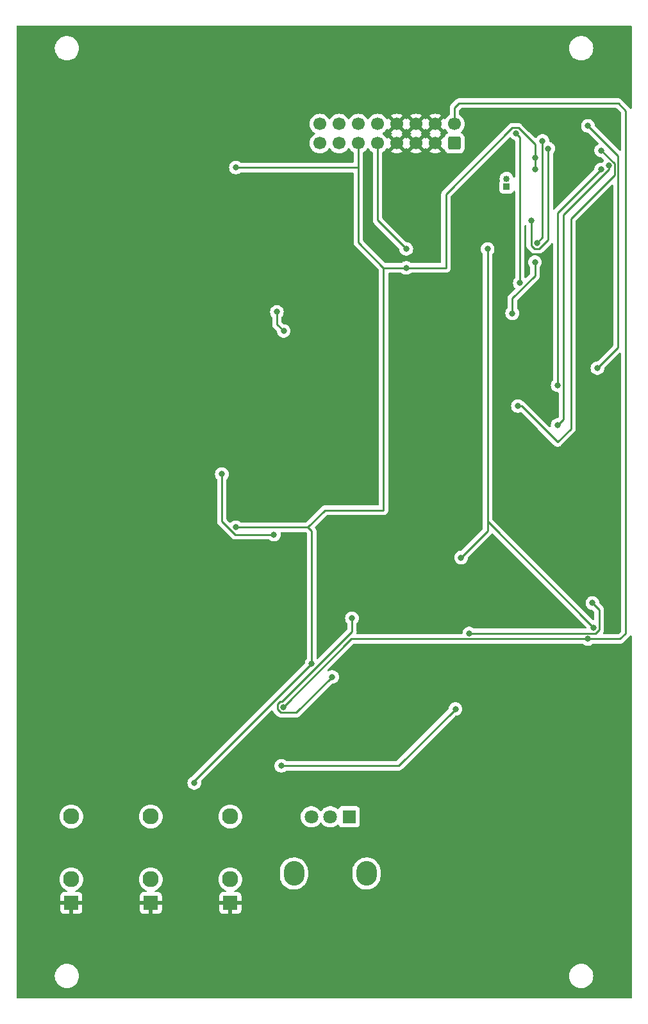
<source format=gbr>
%TF.GenerationSoftware,KiCad,Pcbnew,(7.0.0)*%
%TF.CreationDate,2023-03-26T07:24:26-07:00*%
%TF.ProjectId,wyw_extra,7779775f-6578-4747-9261-2e6b69636164,rev?*%
%TF.SameCoordinates,Original*%
%TF.FileFunction,Copper,L2,Bot*%
%TF.FilePolarity,Positive*%
%FSLAX46Y46*%
G04 Gerber Fmt 4.6, Leading zero omitted, Abs format (unit mm)*
G04 Created by KiCad (PCBNEW (7.0.0)) date 2023-03-26 07:24:26*
%MOMM*%
%LPD*%
G01*
G04 APERTURE LIST*
G04 Aperture macros list*
%AMRoundRect*
0 Rectangle with rounded corners*
0 $1 Rounding radius*
0 $2 $3 $4 $5 $6 $7 $8 $9 X,Y pos of 4 corners*
0 Add a 4 corners polygon primitive as box body*
4,1,4,$2,$3,$4,$5,$6,$7,$8,$9,$2,$3,0*
0 Add four circle primitives for the rounded corners*
1,1,$1+$1,$2,$3*
1,1,$1+$1,$4,$5*
1,1,$1+$1,$6,$7*
1,1,$1+$1,$8,$9*
0 Add four rect primitives between the rounded corners*
20,1,$1+$1,$2,$3,$4,$5,0*
20,1,$1+$1,$4,$5,$6,$7,0*
20,1,$1+$1,$6,$7,$8,$9,0*
20,1,$1+$1,$8,$9,$2,$3,0*%
G04 Aperture macros list end*
%TA.AperFunction,ComponentPad*%
%ADD10R,1.930000X1.830000*%
%TD*%
%TA.AperFunction,ComponentPad*%
%ADD11C,2.130000*%
%TD*%
%TA.AperFunction,ComponentPad*%
%ADD12R,0.850000X0.850000*%
%TD*%
%TA.AperFunction,ComponentPad*%
%ADD13O,0.850000X0.850000*%
%TD*%
%TA.AperFunction,ComponentPad*%
%ADD14O,2.720000X3.240000*%
%TD*%
%TA.AperFunction,ComponentPad*%
%ADD15R,1.800000X1.800000*%
%TD*%
%TA.AperFunction,ComponentPad*%
%ADD16C,1.800000*%
%TD*%
%TA.AperFunction,ComponentPad*%
%ADD17RoundRect,0.250000X0.600000X-0.600000X0.600000X0.600000X-0.600000X0.600000X-0.600000X-0.600000X0*%
%TD*%
%TA.AperFunction,ComponentPad*%
%ADD18C,1.700000*%
%TD*%
%TA.AperFunction,ViaPad*%
%ADD19C,0.800000*%
%TD*%
%TA.AperFunction,Conductor*%
%ADD20C,0.250000*%
%TD*%
G04 APERTURE END LIST*
D10*
%TO.P,J9,S*%
%TO.N,GND*%
X27249999Y-135849999D03*
D11*
%TO.P,J9,T*%
%TO.N,Net-(J8-Pin_1)*%
X27250000Y-124450000D03*
%TO.P,J9,TN*%
%TO.N,unconnected-(J9-PadTN)*%
X27250000Y-132750000D03*
%TD*%
D12*
%TO.P,J16,1,Pin_1*%
%TO.N,XTAL2*%
X84749999Y-41249999D03*
D13*
%TO.P,J16,2,Pin_2*%
%TO.N,XTAL1*%
X84749999Y-40249999D03*
%TD*%
D14*
%TO.P,RV1,*%
%TO.N,*%
X66259999Y-131974999D03*
X56659999Y-131974999D03*
D15*
%TO.P,RV1,1,1*%
%TO.N,Net-(J6-Pin_1)*%
X63959999Y-124474999D03*
D16*
%TO.P,RV1,2,2*%
%TO.N,Net-(J6-Pin_3)*%
X61460000Y-124475000D03*
%TO.P,RV1,3,3*%
%TO.N,Net-(J6-Pin_5)*%
X58960000Y-124475000D03*
%TD*%
D10*
%TO.P,J10,S*%
%TO.N,GND*%
X48249999Y-135849999D03*
D11*
%TO.P,J10,T*%
%TO.N,Net-(J8-Pin_5)*%
X48250000Y-124450000D03*
%TO.P,J10,TN*%
%TO.N,unconnected-(J10-PadTN)*%
X48250000Y-132750000D03*
%TD*%
D10*
%TO.P,J3,S*%
%TO.N,GND*%
X37749999Y-135849999D03*
D11*
%TO.P,J3,T*%
%TO.N,Net-(J8-Pin_3)*%
X37750000Y-124450000D03*
%TO.P,J3,TN*%
%TO.N,unconnected-(J3-PadTN)*%
X37750000Y-132750000D03*
%TD*%
D17*
%TO.P,J1,1,-12v_R*%
%TO.N,-12V*%
X77870000Y-35540000D03*
D18*
%TO.P,J1,2,-12v_L*%
X77870000Y-33000000D03*
%TO.P,J1,3,GND*%
%TO.N,GND*%
X75330000Y-35540000D03*
%TO.P,J1,4,GND*%
X75330000Y-33000000D03*
%TO.P,J1,5,GND_R3*%
X72790000Y-35540000D03*
%TO.P,J1,6,GND_L3*%
X72790000Y-33000000D03*
%TO.P,J1,7,GND_R2*%
X70250000Y-35540000D03*
%TO.P,J1,8,GND_L2*%
X70250000Y-33000000D03*
%TO.P,J1,9,+12V_R*%
%TO.N,+12V*%
X67710000Y-35540000D03*
%TO.P,J1,10,+12V_L*%
X67710000Y-33000000D03*
%TO.P,J1,11,+5v_R*%
%TO.N,+5V*%
X65170000Y-35540000D03*
%TO.P,J1,12,+5v_L*%
X65170000Y-33000000D03*
%TO.P,J1,13,CV_R*%
%TO.N,Net-(J1-CV_L)*%
X62630000Y-35540000D03*
%TO.P,J1,14,CV_L*%
X62630000Y-33000000D03*
%TO.P,J1,15,GATE_R*%
%TO.N,Net-(J1-GATE_L)*%
X60090000Y-35540000D03*
%TO.P,J1,16,GATE_L*%
X60090000Y-33000000D03*
%TD*%
D19*
%TO.N,GND*%
X26000000Y-49750000D03*
X96000000Y-82750000D03*
X60750000Y-91500000D03*
X26000000Y-81250000D03*
X40500000Y-87250000D03*
X93250000Y-37250000D03*
X38500000Y-52750000D03*
X56500000Y-92750000D03*
X76750000Y-55000000D03*
X86750000Y-64000000D03*
X95500000Y-122000000D03*
X26000000Y-65000000D03*
X54500000Y-90750000D03*
X85000000Y-44500000D03*
X26000000Y-34000000D03*
X26000000Y-57750000D03*
X36500000Y-88250000D03*
X74500000Y-91000000D03*
X54000000Y-51250000D03*
X61500000Y-94500000D03*
X85000000Y-38500000D03*
X26000000Y-73250000D03*
%TO.N,+5V*%
X88500000Y-37425500D03*
X49000000Y-38750000D03*
X71500000Y-52000000D03*
X59000000Y-104250000D03*
X49000000Y-86250000D03*
X88500000Y-39000000D03*
X43500000Y-120000000D03*
%TO.N,-12V*%
X95500000Y-101000000D03*
X55250000Y-110000000D03*
%TO.N,+12V*%
X71500000Y-49500000D03*
X78750000Y-90250000D03*
X78000000Y-110250000D03*
X55000000Y-117750000D03*
X82250000Y-49500000D03*
X96250000Y-99500000D03*
%TO.N,Net-(J2-Pin_2)*%
X55301800Y-60332500D03*
X54411200Y-57821200D03*
%TO.N,Net-(J11-Pin_7)*%
X54025000Y-87221800D03*
X47138800Y-79231200D03*
%TO.N,PD0*%
X88000000Y-45750000D03*
X90250000Y-36250000D03*
%TO.N,PD1*%
X88750000Y-48750000D03*
X89500000Y-35250000D03*
%TO.N,PD2*%
X88500000Y-51250000D03*
X85500000Y-58000000D03*
%TO.N,PD3*%
X86500000Y-54000000D03*
X86000000Y-34224500D03*
%TO.N,ADC6*%
X97250000Y-39000000D03*
X91500000Y-67500000D03*
%TO.N,PC2*%
X96750000Y-65250000D03*
X95500000Y-33250000D03*
%TO.N,ADC7*%
X86250000Y-70250000D03*
X97250000Y-36500000D03*
%TO.N,AREF*%
X91500000Y-72750000D03*
X98250000Y-38500000D03*
%TO.N,Net-(J18-Pin_3)*%
X61700000Y-106017700D03*
X64323800Y-98266500D03*
%TO.N,Net-(J20-Pin_5)*%
X79829200Y-100265800D03*
X96087200Y-96257800D03*
%TD*%
D20*
%TO.N,+5V*%
X59000000Y-104250000D02*
X43500000Y-119750000D01*
X68500000Y-84000000D02*
X60750000Y-84000000D01*
X65170000Y-48670000D02*
X68500000Y-52000000D01*
X43500000Y-119750000D02*
X43500000Y-120000000D01*
X60750000Y-84000000D02*
X58500000Y-86250000D01*
X88500000Y-37425500D02*
X88500000Y-35699200D01*
X58500000Y-86250000D02*
X49000000Y-86250000D01*
X65170000Y-38750000D02*
X49000000Y-38750000D01*
X76750000Y-52000000D02*
X71500000Y-52000000D01*
X68500000Y-52000000D02*
X71500000Y-52000000D01*
X85500500Y-33499500D02*
X76750000Y-42250000D01*
X65170000Y-35540000D02*
X65170000Y-38750000D01*
X76750000Y-42250000D02*
X76750000Y-52000000D01*
X86300300Y-33499500D02*
X85500500Y-33499500D01*
X88500000Y-37425500D02*
X88500000Y-39000000D01*
X88500000Y-35699200D02*
X86300300Y-33499500D01*
X65170000Y-38750000D02*
X65170000Y-48670000D01*
X59000000Y-104250000D02*
X59000000Y-86750000D01*
X59000000Y-86750000D02*
X58500000Y-86250000D01*
X68500000Y-52000000D02*
X68500000Y-84000000D01*
%TO.N,-12V*%
X77870000Y-30880000D02*
X78500000Y-30250000D01*
X95500000Y-101000000D02*
X64250000Y-101000000D01*
X78500000Y-30250000D02*
X99500000Y-30250000D01*
X100500000Y-31250000D02*
X100500000Y-100250000D01*
X100500000Y-100250000D02*
X99750000Y-101000000D01*
X99500000Y-30250000D02*
X100500000Y-31250000D01*
X99750000Y-101000000D02*
X95500000Y-101000000D01*
X64250000Y-101000000D02*
X55250000Y-110000000D01*
X77870000Y-33000000D02*
X77870000Y-30880000D01*
%TO.N,+12V*%
X67710000Y-45710000D02*
X71500000Y-49500000D01*
X67710000Y-35540000D02*
X67710000Y-45710000D01*
X78750000Y-90250000D02*
X82250000Y-86750000D01*
X82250000Y-86750000D02*
X82250000Y-85500000D01*
X82250000Y-85500000D02*
X96250000Y-99500000D01*
X70500000Y-117750000D02*
X78000000Y-110250000D01*
X82250000Y-85250000D02*
X82250000Y-85500000D01*
X82250000Y-49500000D02*
X82250000Y-85250000D01*
X55000000Y-117750000D02*
X70500000Y-117750000D01*
%TO.N,Net-(J2-Pin_2)*%
X54411300Y-59442000D02*
X54411300Y-57821200D01*
X54411300Y-57821200D02*
X54411200Y-57821200D01*
X55301800Y-60332500D02*
X54411300Y-59442000D01*
%TO.N,Net-(J11-Pin_7)*%
X47138800Y-85486900D02*
X48873700Y-87221800D01*
X48873700Y-87221800D02*
X54025000Y-87221800D01*
X47138800Y-79231200D02*
X47138800Y-85486900D01*
%TO.N,PD0*%
X90250000Y-48275300D02*
X89050300Y-49475000D01*
X89050300Y-49475000D02*
X88449700Y-49475000D01*
X90250000Y-36250000D02*
X90250000Y-48275300D01*
X88000000Y-49025300D02*
X88000000Y-45750000D01*
X88449700Y-49475000D02*
X88000000Y-49025300D01*
%TO.N,PD1*%
X89500000Y-35250000D02*
X89500000Y-48000000D01*
X89500000Y-48000000D02*
X88750000Y-48750000D01*
%TO.N,PD2*%
X85500000Y-58000000D02*
X85500000Y-56025300D01*
X85500000Y-56025300D02*
X88500000Y-53025300D01*
X88500000Y-53025300D02*
X88500000Y-51250000D01*
%TO.N,PD3*%
X86500000Y-34724500D02*
X86500000Y-54000000D01*
X86000000Y-34224500D02*
X86500000Y-34724500D01*
%TO.N,ADC6*%
X97250000Y-39000000D02*
X91500000Y-44750000D01*
X91500000Y-44750000D02*
X91500000Y-67500000D01*
%TO.N,PC2*%
X99450000Y-37200000D02*
X95500000Y-33250000D01*
X96750000Y-65250000D02*
X99450000Y-62550000D01*
X99450000Y-62550000D02*
X99450000Y-37200000D01*
%TO.N,ADC7*%
X97275300Y-36500000D02*
X99000000Y-38224700D01*
X93250000Y-73250000D02*
X91500000Y-75000000D01*
X99000000Y-39750000D02*
X93250000Y-45500000D01*
X99000000Y-38224700D02*
X99000000Y-39750000D01*
X93250000Y-45500000D02*
X93250000Y-73250000D01*
X97250000Y-36500000D02*
X97275300Y-36500000D01*
X91500000Y-75000000D02*
X86750000Y-70250000D01*
X86750000Y-70250000D02*
X86250000Y-70250000D01*
%TO.N,AREF*%
X92275300Y-45000000D02*
X92250000Y-45000000D01*
X92250000Y-45000000D02*
X92250000Y-72000000D01*
X98250000Y-39025300D02*
X92275300Y-45000000D01*
X92250000Y-72000000D02*
X91500000Y-72750000D01*
X98250000Y-38500000D02*
X98250000Y-39025300D01*
%TO.N,Net-(J18-Pin_3)*%
X64323800Y-98266500D02*
X64323700Y-98266500D01*
X54477300Y-110293100D02*
X54914200Y-110730000D01*
X54828700Y-109274800D02*
X54477300Y-109626200D01*
X64323700Y-98266500D02*
X64323700Y-100034700D01*
X54914200Y-110730000D02*
X56987700Y-110730000D01*
X54477300Y-109626200D02*
X54477300Y-110293100D01*
X64323700Y-100034700D02*
X55083600Y-109274800D01*
X55083600Y-109274800D02*
X54828700Y-109274800D01*
X56987700Y-110730000D02*
X61700000Y-106017700D01*
%TO.N,Net-(J20-Pin_5)*%
X96087200Y-96257800D02*
X96975200Y-97145800D01*
X79829200Y-100265700D02*
X79829200Y-100265800D01*
X96975200Y-97145800D02*
X96975200Y-99801700D01*
X96975200Y-99801700D02*
X96511200Y-100265700D01*
X96511200Y-100265700D02*
X79829200Y-100265700D01*
%TD*%
%TA.AperFunction,Conductor*%
%TO.N,GND*%
G36*
X101217500Y-20017113D02*
G01*
X101262887Y-20062500D01*
X101279500Y-20124500D01*
X101279500Y-30878287D01*
X101262627Y-30940736D01*
X101216598Y-30986190D01*
X101153942Y-31002277D01*
X101091710Y-30984620D01*
X101053833Y-30945289D01*
X101052486Y-30946269D01*
X101052486Y-30946268D01*
X101026808Y-30910925D01*
X101020401Y-30901171D01*
X101002142Y-30870296D01*
X101002141Y-30870294D01*
X100998170Y-30863580D01*
X100984005Y-30849414D01*
X100971370Y-30834622D01*
X100959594Y-30818413D01*
X100953583Y-30813440D01*
X100953581Y-30813438D01*
X100925941Y-30790573D01*
X100917300Y-30782710D01*
X99997286Y-29862695D01*
X99989842Y-29854514D01*
X99985786Y-29848123D01*
X99936775Y-29802098D01*
X99933978Y-29799387D01*
X99917227Y-29782636D01*
X99917226Y-29782635D01*
X99914471Y-29779880D01*
X99911290Y-29777412D01*
X99902414Y-29769830D01*
X99876269Y-29745278D01*
X99876267Y-29745276D01*
X99870582Y-29739938D01*
X99863749Y-29736182D01*
X99863743Y-29736177D01*
X99853025Y-29730285D01*
X99836766Y-29719606D01*
X99827095Y-29712104D01*
X99827092Y-29712102D01*
X99820936Y-29707327D01*
X99813779Y-29704229D01*
X99813776Y-29704228D01*
X99780849Y-29689978D01*
X99770363Y-29684841D01*
X99738932Y-29667562D01*
X99738923Y-29667558D01*
X99732092Y-29663803D01*
X99724535Y-29661862D01*
X99724531Y-29661861D01*
X99712688Y-29658820D01*
X99694284Y-29652519D01*
X99683057Y-29647660D01*
X99683050Y-29647658D01*
X99675896Y-29644562D01*
X99668192Y-29643341D01*
X99668190Y-29643341D01*
X99632759Y-29637729D01*
X99621324Y-29635361D01*
X99586571Y-29626438D01*
X99586563Y-29626437D01*
X99579019Y-29624500D01*
X99571223Y-29624500D01*
X99558983Y-29624500D01*
X99539597Y-29622974D01*
X99519804Y-29619840D01*
X99512038Y-29620574D01*
X99512035Y-29620574D01*
X99476324Y-29623950D01*
X99464655Y-29624500D01*
X78577775Y-29624500D01*
X78566719Y-29623978D01*
X78559333Y-29622327D01*
X78551545Y-29622571D01*
X78551538Y-29622571D01*
X78492113Y-29624439D01*
X78488219Y-29624500D01*
X78460650Y-29624500D01*
X78456794Y-29624986D01*
X78456791Y-29624987D01*
X78456735Y-29624994D01*
X78456662Y-29625003D01*
X78445044Y-29625917D01*
X78409165Y-29627045D01*
X78409164Y-29627045D01*
X78401373Y-29627290D01*
X78393888Y-29629464D01*
X78393884Y-29629465D01*
X78382125Y-29632881D01*
X78363087Y-29636823D01*
X78350949Y-29638357D01*
X78350941Y-29638358D01*
X78343208Y-29639336D01*
X78335960Y-29642205D01*
X78335954Y-29642207D01*
X78302597Y-29655413D01*
X78291554Y-29659194D01*
X78257100Y-29669205D01*
X78257094Y-29669207D01*
X78249610Y-29671382D01*
X78242898Y-29675351D01*
X78242896Y-29675352D01*
X78232364Y-29681580D01*
X78214904Y-29690134D01*
X78203519Y-29694642D01*
X78203513Y-29694644D01*
X78196268Y-29697514D01*
X78189963Y-29702094D01*
X78189955Y-29702099D01*
X78160932Y-29723185D01*
X78151174Y-29729595D01*
X78120296Y-29747857D01*
X78120290Y-29747861D01*
X78113580Y-29751830D01*
X78108067Y-29757341D01*
X78108060Y-29757348D01*
X78099410Y-29765998D01*
X78084627Y-29778624D01*
X78074726Y-29785817D01*
X78074716Y-29785826D01*
X78068413Y-29790406D01*
X78063444Y-29796411D01*
X78063441Y-29796415D01*
X78040572Y-29824059D01*
X78032711Y-29832697D01*
X77482696Y-30382711D01*
X77474511Y-30390159D01*
X77468123Y-30394214D01*
X77462788Y-30399894D01*
X77462783Y-30399899D01*
X77422096Y-30443225D01*
X77419392Y-30446016D01*
X77402628Y-30462780D01*
X77402621Y-30462787D01*
X77399880Y-30465529D01*
X77397500Y-30468596D01*
X77397489Y-30468609D01*
X77397400Y-30468725D01*
X77389842Y-30477570D01*
X77365280Y-30503727D01*
X77365273Y-30503736D01*
X77359938Y-30509418D01*
X77356182Y-30516249D01*
X77356179Y-30516254D01*
X77350285Y-30526975D01*
X77339609Y-30543227D01*
X77332109Y-30552896D01*
X77332101Y-30552907D01*
X77327327Y-30559064D01*
X77324234Y-30566208D01*
X77324229Y-30566219D01*
X77309974Y-30599160D01*
X77304838Y-30609643D01*
X77283803Y-30647908D01*
X77281864Y-30655456D01*
X77281863Y-30655461D01*
X77278822Y-30667307D01*
X77272521Y-30685711D01*
X77267658Y-30696948D01*
X77267656Y-30696952D01*
X77264562Y-30704104D01*
X77263342Y-30711803D01*
X77263342Y-30711805D01*
X77257729Y-30747241D01*
X77255361Y-30758676D01*
X77246438Y-30793428D01*
X77246436Y-30793436D01*
X77244500Y-30800981D01*
X77244500Y-30808777D01*
X77244500Y-30821017D01*
X77242974Y-30840402D01*
X77239840Y-30860196D01*
X77240574Y-30867961D01*
X77240574Y-30867964D01*
X77243950Y-30903676D01*
X77244500Y-30915345D01*
X77244500Y-31724774D01*
X77230489Y-31782031D01*
X77191625Y-31826347D01*
X77187111Y-31829508D01*
X77003034Y-31958399D01*
X77003029Y-31958402D01*
X76998599Y-31961505D01*
X76994775Y-31965328D01*
X76994769Y-31965334D01*
X76835334Y-32124769D01*
X76835328Y-32124775D01*
X76831505Y-32128599D01*
X76828403Y-32133028D01*
X76828403Y-32133029D01*
X76701269Y-32314596D01*
X76656951Y-32353462D01*
X76599693Y-32367472D01*
X76542436Y-32353461D01*
X76498118Y-32314595D01*
X76452711Y-32249746D01*
X76444603Y-32242316D01*
X76435324Y-32248227D01*
X75695095Y-32988457D01*
X75688431Y-33000000D01*
X75695095Y-33011542D01*
X76435321Y-33751768D01*
X76444603Y-33757681D01*
X76452715Y-33750248D01*
X76498120Y-33685405D01*
X76542438Y-33646539D01*
X76599694Y-33632529D01*
X76656951Y-33646540D01*
X76701269Y-33685405D01*
X76828399Y-33866966D01*
X76828402Y-33866970D01*
X76831505Y-33871401D01*
X76998599Y-34038495D01*
X77000971Y-34040156D01*
X77037612Y-34092894D01*
X77042576Y-34157759D01*
X77014018Y-34216209D01*
X76963877Y-34249454D01*
X76964067Y-34249862D01*
X76961356Y-34251125D01*
X76959800Y-34252158D01*
X76957528Y-34252910D01*
X76957512Y-34252917D01*
X76950666Y-34255186D01*
X76944522Y-34258975D01*
X76944519Y-34258977D01*
X76807488Y-34343497D01*
X76807480Y-34343503D01*
X76801344Y-34347288D01*
X76796242Y-34352389D01*
X76796238Y-34352393D01*
X76682393Y-34466238D01*
X76682389Y-34466242D01*
X76677288Y-34471344D01*
X76673503Y-34477480D01*
X76673497Y-34477488D01*
X76588977Y-34614519D01*
X76585186Y-34620666D01*
X76582915Y-34627517D01*
X76582915Y-34627519D01*
X76560277Y-34695835D01*
X76521584Y-34752396D01*
X76458758Y-34779769D01*
X76445955Y-34781454D01*
X76435324Y-34788227D01*
X75695095Y-35528457D01*
X75688431Y-35539999D01*
X75695095Y-35551542D01*
X76435321Y-36291768D01*
X76445957Y-36298544D01*
X76458755Y-36300229D01*
X76521583Y-36327601D01*
X76560277Y-36384164D01*
X76569302Y-36411401D01*
X76585186Y-36459334D01*
X76588977Y-36465480D01*
X76673497Y-36602511D01*
X76673500Y-36602515D01*
X76677288Y-36608656D01*
X76801344Y-36732712D01*
X76807485Y-36736500D01*
X76807488Y-36736502D01*
X76863826Y-36771251D01*
X76950666Y-36824814D01*
X77117203Y-36879999D01*
X77219991Y-36890500D01*
X78520008Y-36890499D01*
X78622797Y-36879999D01*
X78789334Y-36824814D01*
X78938656Y-36732712D01*
X79062712Y-36608656D01*
X79154814Y-36459334D01*
X79209999Y-36292797D01*
X79220500Y-36190009D01*
X79220499Y-34889992D01*
X79209999Y-34787203D01*
X79154814Y-34620666D01*
X79083677Y-34505334D01*
X79066502Y-34477488D01*
X79066500Y-34477485D01*
X79062712Y-34471344D01*
X78938656Y-34347288D01*
X78932515Y-34343500D01*
X78932511Y-34343497D01*
X78795480Y-34258977D01*
X78789334Y-34255186D01*
X78782478Y-34252914D01*
X78780203Y-34252160D01*
X78778643Y-34251125D01*
X78775933Y-34249862D01*
X78776122Y-34249454D01*
X78725982Y-34216210D01*
X78697423Y-34157757D01*
X78702388Y-34092891D01*
X78739030Y-34040154D01*
X78741401Y-34038495D01*
X78908495Y-33871401D01*
X79044035Y-33677830D01*
X79143903Y-33463663D01*
X79205063Y-33235408D01*
X79225659Y-33000000D01*
X79205063Y-32764592D01*
X79156123Y-32581942D01*
X79145305Y-32541569D01*
X79145304Y-32541567D01*
X79143903Y-32536337D01*
X79044035Y-32322171D01*
X78908495Y-32128599D01*
X78741401Y-31961505D01*
X78736970Y-31958402D01*
X78736966Y-31958399D01*
X78548376Y-31826347D01*
X78509511Y-31782029D01*
X78495500Y-31724772D01*
X78495500Y-31190452D01*
X78504939Y-31142999D01*
X78531819Y-31102771D01*
X78722771Y-30911819D01*
X78762999Y-30884939D01*
X78810452Y-30875500D01*
X99189548Y-30875500D01*
X99237001Y-30884939D01*
X99277229Y-30911819D01*
X99838181Y-31472771D01*
X99865061Y-31512999D01*
X99874500Y-31560452D01*
X99874500Y-36440548D01*
X99860985Y-36496843D01*
X99823385Y-36540866D01*
X99769898Y-36563021D01*
X99712182Y-36558479D01*
X99662819Y-36528229D01*
X98096095Y-34961505D01*
X96438961Y-33304370D01*
X96414721Y-33270072D01*
X96403321Y-33229650D01*
X96386353Y-33068204D01*
X96386352Y-33068203D01*
X96385674Y-33061744D01*
X96327179Y-32881716D01*
X96232533Y-32717784D01*
X96105871Y-32577112D01*
X96100613Y-32573292D01*
X96100611Y-32573290D01*
X95957988Y-32469669D01*
X95957987Y-32469668D01*
X95952730Y-32465849D01*
X95946792Y-32463205D01*
X95785745Y-32391501D01*
X95785740Y-32391499D01*
X95779803Y-32388856D01*
X95773444Y-32387504D01*
X95773440Y-32387503D01*
X95601008Y-32350852D01*
X95601005Y-32350851D01*
X95594646Y-32349500D01*
X95405354Y-32349500D01*
X95398995Y-32350851D01*
X95398991Y-32350852D01*
X95226559Y-32387503D01*
X95226552Y-32387505D01*
X95220197Y-32388856D01*
X95214262Y-32391498D01*
X95214254Y-32391501D01*
X95053207Y-32463205D01*
X95053202Y-32463207D01*
X95047270Y-32465849D01*
X95042016Y-32469665D01*
X95042011Y-32469669D01*
X94899388Y-32573290D01*
X94899381Y-32573295D01*
X94894129Y-32577112D01*
X94889784Y-32581937D01*
X94889779Y-32581942D01*
X94771813Y-32712956D01*
X94771808Y-32712962D01*
X94767467Y-32717784D01*
X94764222Y-32723404D01*
X94764218Y-32723410D01*
X94676069Y-32876089D01*
X94676066Y-32876094D01*
X94672821Y-32881716D01*
X94670815Y-32887888D01*
X94670813Y-32887894D01*
X94616333Y-33055564D01*
X94616331Y-33055573D01*
X94614326Y-33061744D01*
X94613648Y-33068194D01*
X94613646Y-33068204D01*
X94596679Y-33229650D01*
X94594540Y-33250000D01*
X94595219Y-33256460D01*
X94613646Y-33431795D01*
X94613647Y-33431803D01*
X94614326Y-33438256D01*
X94616331Y-33444428D01*
X94616333Y-33444435D01*
X94670813Y-33612105D01*
X94672821Y-33618284D01*
X94676068Y-33623908D01*
X94676069Y-33623910D01*
X94753301Y-33757681D01*
X94767467Y-33782216D01*
X94894129Y-33922888D01*
X95047270Y-34034151D01*
X95220197Y-34111144D01*
X95405354Y-34150500D01*
X95464548Y-34150500D01*
X95512001Y-34159939D01*
X95552229Y-34186819D01*
X96866194Y-35500784D01*
X96896935Y-35551693D01*
X96900437Y-35611061D01*
X96875893Y-35665231D01*
X96828950Y-35701744D01*
X96803205Y-35713206D01*
X96803200Y-35713208D01*
X96797270Y-35715849D01*
X96792016Y-35719665D01*
X96792011Y-35719669D01*
X96649388Y-35823290D01*
X96649381Y-35823295D01*
X96644129Y-35827112D01*
X96639784Y-35831937D01*
X96639779Y-35831942D01*
X96521813Y-35962956D01*
X96521808Y-35962962D01*
X96517467Y-35967784D01*
X96514222Y-35973404D01*
X96514218Y-35973410D01*
X96426069Y-36126089D01*
X96426066Y-36126094D01*
X96422821Y-36131716D01*
X96420815Y-36137888D01*
X96420813Y-36137894D01*
X96366333Y-36305564D01*
X96366331Y-36305573D01*
X96364326Y-36311744D01*
X96363648Y-36318194D01*
X96363646Y-36318204D01*
X96348814Y-36459334D01*
X96344540Y-36500000D01*
X96345219Y-36506460D01*
X96363646Y-36681795D01*
X96363647Y-36681803D01*
X96364326Y-36688256D01*
X96366331Y-36694428D01*
X96366333Y-36694435D01*
X96420813Y-36862105D01*
X96422821Y-36868284D01*
X96426068Y-36873908D01*
X96426069Y-36873910D01*
X96469241Y-36948687D01*
X96517467Y-37032216D01*
X96521811Y-37037041D01*
X96521813Y-37037043D01*
X96539977Y-37057216D01*
X96644129Y-37172888D01*
X96797270Y-37284151D01*
X96970197Y-37361144D01*
X97155354Y-37400500D01*
X97239848Y-37400500D01*
X97287301Y-37409939D01*
X97327529Y-37436819D01*
X97595838Y-37705128D01*
X97627353Y-37758630D01*
X97628979Y-37820703D01*
X97600307Y-37875781D01*
X97521815Y-37962954D01*
X97521810Y-37962959D01*
X97517467Y-37967784D01*
X97514221Y-37973405D01*
X97514216Y-37973413D01*
X97475773Y-38039997D01*
X97444728Y-38075709D01*
X97402566Y-38097191D01*
X97355427Y-38101316D01*
X97351001Y-38100850D01*
X97344646Y-38099500D01*
X97155354Y-38099500D01*
X97148995Y-38100851D01*
X97148991Y-38100852D01*
X96976559Y-38137503D01*
X96976552Y-38137505D01*
X96970197Y-38138856D01*
X96964262Y-38141498D01*
X96964254Y-38141501D01*
X96803207Y-38213205D01*
X96803202Y-38213207D01*
X96797270Y-38215849D01*
X96792016Y-38219665D01*
X96792011Y-38219669D01*
X96649388Y-38323290D01*
X96649381Y-38323295D01*
X96644129Y-38327112D01*
X96639784Y-38331937D01*
X96639779Y-38331942D01*
X96521813Y-38462956D01*
X96521808Y-38462962D01*
X96517467Y-38467784D01*
X96514222Y-38473404D01*
X96514218Y-38473410D01*
X96426069Y-38626089D01*
X96426066Y-38626094D01*
X96422821Y-38631716D01*
X96420815Y-38637888D01*
X96420813Y-38637894D01*
X96366333Y-38805564D01*
X96366331Y-38805573D01*
X96364326Y-38811744D01*
X96363647Y-38818203D01*
X96363647Y-38818204D01*
X96346678Y-38979651D01*
X96335278Y-39020073D01*
X96311038Y-39054370D01*
X91112696Y-44252711D01*
X91104511Y-44260159D01*
X91098123Y-44264214D01*
X91092789Y-44269893D01*
X91092784Y-44269898D01*
X91089891Y-44272980D01*
X91040769Y-44305026D01*
X90982413Y-44310912D01*
X90927881Y-44289321D01*
X90889371Y-44245083D01*
X90875500Y-44188095D01*
X90875500Y-36948687D01*
X90883736Y-36904249D01*
X90907350Y-36865715D01*
X90982533Y-36782216D01*
X91077179Y-36618284D01*
X91135674Y-36438256D01*
X91155460Y-36250000D01*
X91135674Y-36061744D01*
X91077179Y-35881716D01*
X90982533Y-35717784D01*
X90968090Y-35701744D01*
X90860220Y-35581942D01*
X90860219Y-35581941D01*
X90855871Y-35577112D01*
X90850613Y-35573292D01*
X90850611Y-35573290D01*
X90707988Y-35469669D01*
X90707987Y-35469668D01*
X90702730Y-35465849D01*
X90672427Y-35452357D01*
X90535745Y-35391501D01*
X90535740Y-35391499D01*
X90529803Y-35388856D01*
X90523441Y-35387503D01*
X90523439Y-35387503D01*
X90503001Y-35383159D01*
X90452439Y-35359583D01*
X90417331Y-35316227D01*
X90404781Y-35261869D01*
X90404781Y-35256460D01*
X90405460Y-35250000D01*
X90385674Y-35061744D01*
X90327179Y-34881716D01*
X90232533Y-34717784D01*
X90105871Y-34577112D01*
X90100613Y-34573292D01*
X90100611Y-34573290D01*
X89957988Y-34469669D01*
X89957987Y-34469668D01*
X89952730Y-34465849D01*
X89882711Y-34434674D01*
X89785745Y-34391501D01*
X89785740Y-34391499D01*
X89779803Y-34388856D01*
X89773444Y-34387504D01*
X89773440Y-34387503D01*
X89601008Y-34350852D01*
X89601005Y-34350851D01*
X89594646Y-34349500D01*
X89405354Y-34349500D01*
X89398995Y-34350851D01*
X89398991Y-34350852D01*
X89226559Y-34387503D01*
X89226552Y-34387505D01*
X89220197Y-34388856D01*
X89214262Y-34391498D01*
X89214254Y-34391501D01*
X89053207Y-34463205D01*
X89053202Y-34463207D01*
X89047270Y-34465849D01*
X89042016Y-34469665D01*
X89042011Y-34469669D01*
X88899388Y-34573290D01*
X88899381Y-34573295D01*
X88894129Y-34577112D01*
X88889784Y-34581937D01*
X88889779Y-34581942D01*
X88771813Y-34712956D01*
X88771808Y-34712962D01*
X88767467Y-34717784D01*
X88764222Y-34723404D01*
X88764218Y-34723410D01*
X88714926Y-34808787D01*
X88676429Y-34849889D01*
X88623724Y-34869726D01*
X88567680Y-34864206D01*
X88519858Y-34834468D01*
X87715720Y-34030330D01*
X86797586Y-33112195D01*
X86790142Y-33104014D01*
X86786086Y-33097623D01*
X86737075Y-33051598D01*
X86734278Y-33048887D01*
X86717527Y-33032136D01*
X86717526Y-33032135D01*
X86714771Y-33029380D01*
X86711590Y-33026912D01*
X86702714Y-33019330D01*
X86676569Y-32994778D01*
X86676567Y-32994776D01*
X86670882Y-32989438D01*
X86664049Y-32985682D01*
X86664043Y-32985677D01*
X86653325Y-32979785D01*
X86637066Y-32969106D01*
X86627395Y-32961604D01*
X86627392Y-32961602D01*
X86621236Y-32956827D01*
X86614079Y-32953729D01*
X86614076Y-32953728D01*
X86581149Y-32939478D01*
X86570663Y-32934341D01*
X86539232Y-32917062D01*
X86539223Y-32917058D01*
X86532392Y-32913303D01*
X86524835Y-32911362D01*
X86524831Y-32911361D01*
X86512988Y-32908320D01*
X86494584Y-32902019D01*
X86483357Y-32897160D01*
X86483350Y-32897158D01*
X86476196Y-32894062D01*
X86468492Y-32892841D01*
X86468490Y-32892841D01*
X86433059Y-32887229D01*
X86421624Y-32884861D01*
X86386871Y-32875938D01*
X86386863Y-32875937D01*
X86379319Y-32874000D01*
X86371523Y-32874000D01*
X86359283Y-32874000D01*
X86339897Y-32872474D01*
X86320104Y-32869340D01*
X86312338Y-32870074D01*
X86312335Y-32870074D01*
X86276624Y-32873450D01*
X86264955Y-32874000D01*
X85578275Y-32874000D01*
X85567219Y-32873478D01*
X85559833Y-32871827D01*
X85552045Y-32872071D01*
X85552038Y-32872071D01*
X85492613Y-32873939D01*
X85488719Y-32874000D01*
X85461150Y-32874000D01*
X85457294Y-32874486D01*
X85457291Y-32874487D01*
X85457235Y-32874494D01*
X85457162Y-32874503D01*
X85445544Y-32875417D01*
X85409665Y-32876545D01*
X85409664Y-32876545D01*
X85401873Y-32876790D01*
X85394388Y-32878964D01*
X85394384Y-32878965D01*
X85382625Y-32882381D01*
X85363587Y-32886323D01*
X85351449Y-32887857D01*
X85351441Y-32887858D01*
X85343708Y-32888836D01*
X85336460Y-32891705D01*
X85336454Y-32891707D01*
X85303097Y-32904913D01*
X85292054Y-32908694D01*
X85257600Y-32918705D01*
X85257594Y-32918707D01*
X85250110Y-32920882D01*
X85243398Y-32924851D01*
X85243396Y-32924852D01*
X85232864Y-32931080D01*
X85215404Y-32939634D01*
X85204019Y-32944142D01*
X85204013Y-32944144D01*
X85196768Y-32947014D01*
X85190463Y-32951594D01*
X85190455Y-32951599D01*
X85161432Y-32972685D01*
X85151674Y-32979095D01*
X85120796Y-32997357D01*
X85120790Y-32997361D01*
X85114080Y-33001330D01*
X85108567Y-33006841D01*
X85108560Y-33006848D01*
X85099910Y-33015498D01*
X85085127Y-33028124D01*
X85075226Y-33035317D01*
X85075216Y-33035326D01*
X85068913Y-33039906D01*
X85063944Y-33045911D01*
X85063941Y-33045915D01*
X85041072Y-33073559D01*
X85033211Y-33082197D01*
X76362696Y-41752711D01*
X76354511Y-41760159D01*
X76348123Y-41764214D01*
X76342788Y-41769894D01*
X76342783Y-41769899D01*
X76302096Y-41813225D01*
X76299392Y-41816016D01*
X76282628Y-41832780D01*
X76282621Y-41832787D01*
X76279880Y-41835529D01*
X76277500Y-41838596D01*
X76277489Y-41838609D01*
X76277400Y-41838725D01*
X76269842Y-41847570D01*
X76245280Y-41873727D01*
X76245273Y-41873736D01*
X76239938Y-41879418D01*
X76236182Y-41886249D01*
X76236179Y-41886254D01*
X76230285Y-41896975D01*
X76219609Y-41913227D01*
X76212109Y-41922896D01*
X76212101Y-41922907D01*
X76207327Y-41929064D01*
X76204234Y-41936208D01*
X76204229Y-41936219D01*
X76189974Y-41969160D01*
X76184838Y-41979643D01*
X76163803Y-42017908D01*
X76161864Y-42025456D01*
X76161863Y-42025461D01*
X76158822Y-42037307D01*
X76152521Y-42055711D01*
X76147658Y-42066948D01*
X76147656Y-42066952D01*
X76144562Y-42074104D01*
X76143342Y-42081803D01*
X76143342Y-42081805D01*
X76137729Y-42117241D01*
X76135361Y-42128676D01*
X76126438Y-42163428D01*
X76126436Y-42163436D01*
X76124500Y-42170981D01*
X76124500Y-42178777D01*
X76124500Y-42191017D01*
X76122974Y-42210402D01*
X76119840Y-42230196D01*
X76120574Y-42237961D01*
X76120574Y-42237964D01*
X76123950Y-42273676D01*
X76124500Y-42285345D01*
X76124500Y-51250500D01*
X76107887Y-51312500D01*
X76062500Y-51357887D01*
X76000500Y-51374500D01*
X72203748Y-51374500D01*
X72153315Y-51363781D01*
X72115218Y-51336104D01*
X72115050Y-51336291D01*
X72113271Y-51334689D01*
X72111601Y-51333476D01*
X72105871Y-51327112D01*
X72100613Y-51323292D01*
X72100611Y-51323290D01*
X71957988Y-51219669D01*
X71957987Y-51219668D01*
X71952730Y-51215849D01*
X71946792Y-51213205D01*
X71785745Y-51141501D01*
X71785740Y-51141499D01*
X71779803Y-51138856D01*
X71773444Y-51137504D01*
X71773440Y-51137503D01*
X71601008Y-51100852D01*
X71601005Y-51100851D01*
X71594646Y-51099500D01*
X71405354Y-51099500D01*
X71398995Y-51100851D01*
X71398991Y-51100852D01*
X71226559Y-51137503D01*
X71226552Y-51137505D01*
X71220197Y-51138856D01*
X71214262Y-51141498D01*
X71214254Y-51141501D01*
X71053207Y-51213205D01*
X71053202Y-51213207D01*
X71047270Y-51215849D01*
X71042016Y-51219665D01*
X71042011Y-51219669D01*
X70899388Y-51323290D01*
X70899381Y-51323295D01*
X70894129Y-51327112D01*
X70889780Y-51331941D01*
X70889781Y-51331941D01*
X70888399Y-51333476D01*
X70886728Y-51334689D01*
X70884950Y-51336291D01*
X70884781Y-51336104D01*
X70846685Y-51363781D01*
X70796252Y-51374500D01*
X68810453Y-51374500D01*
X68763000Y-51365061D01*
X68722772Y-51338181D01*
X65831819Y-48447228D01*
X65804939Y-48407000D01*
X65795500Y-48359547D01*
X65795500Y-38820849D01*
X65797696Y-38797614D01*
X65797766Y-38797246D01*
X65799227Y-38789588D01*
X65795745Y-38734241D01*
X65795500Y-38726455D01*
X65795500Y-36815228D01*
X65809511Y-36757971D01*
X65848376Y-36713653D01*
X65945964Y-36645321D01*
X66041401Y-36578495D01*
X66208495Y-36411401D01*
X66267173Y-36327601D01*
X66338425Y-36225842D01*
X66382743Y-36186976D01*
X66440000Y-36172965D01*
X66497257Y-36186976D01*
X66541575Y-36225842D01*
X66668395Y-36406961D01*
X66668401Y-36406968D01*
X66671505Y-36411401D01*
X66838599Y-36578495D01*
X66843031Y-36581598D01*
X66843033Y-36581600D01*
X67031624Y-36713653D01*
X67070489Y-36757971D01*
X67084500Y-36815228D01*
X67084500Y-45632225D01*
X67083978Y-45643280D01*
X67082327Y-45650667D01*
X67082571Y-45658453D01*
X67082571Y-45658461D01*
X67084439Y-45717873D01*
X67084500Y-45721768D01*
X67084500Y-45749350D01*
X67084988Y-45753219D01*
X67084989Y-45753225D01*
X67085004Y-45753343D01*
X67085918Y-45764966D01*
X67087045Y-45800830D01*
X67087046Y-45800837D01*
X67087291Y-45808627D01*
X67089467Y-45816119D01*
X67089468Y-45816121D01*
X67092879Y-45827862D01*
X67096825Y-45846915D01*
X67099336Y-45866792D01*
X67102206Y-45874042D01*
X67102208Y-45874048D01*
X67115414Y-45907404D01*
X67119197Y-45918451D01*
X67131382Y-45960390D01*
X67135353Y-45967105D01*
X67135354Y-45967107D01*
X67141581Y-45977637D01*
X67150136Y-45995099D01*
X67154642Y-46006480D01*
X67154643Y-46006483D01*
X67157514Y-46013732D01*
X67179440Y-46043912D01*
X67183181Y-46049060D01*
X67189593Y-46058822D01*
X67207856Y-46089702D01*
X67207859Y-46089707D01*
X67211830Y-46096420D01*
X67217344Y-46101934D01*
X67217345Y-46101935D01*
X67225990Y-46110580D01*
X67238626Y-46125374D01*
X67245819Y-46135275D01*
X67245823Y-46135279D01*
X67250406Y-46141587D01*
X67256415Y-46146558D01*
X67256416Y-46146559D01*
X67284058Y-46169426D01*
X67292699Y-46177289D01*
X70561038Y-49445629D01*
X70585278Y-49479927D01*
X70596678Y-49520348D01*
X70612091Y-49666998D01*
X70614326Y-49688256D01*
X70616331Y-49694428D01*
X70616333Y-49694435D01*
X70670813Y-49862105D01*
X70672821Y-49868284D01*
X70676068Y-49873908D01*
X70676069Y-49873910D01*
X70759070Y-50017673D01*
X70767467Y-50032216D01*
X70771811Y-50037041D01*
X70771813Y-50037043D01*
X70833146Y-50105160D01*
X70894129Y-50172888D01*
X71047270Y-50284151D01*
X71220197Y-50361144D01*
X71405354Y-50400500D01*
X71588143Y-50400500D01*
X71594646Y-50400500D01*
X71779803Y-50361144D01*
X71952730Y-50284151D01*
X72105871Y-50172888D01*
X72232533Y-50032216D01*
X72327179Y-49868284D01*
X72385674Y-49688256D01*
X72405460Y-49500000D01*
X72385674Y-49311744D01*
X72327179Y-49131716D01*
X72232533Y-48967784D01*
X72223814Y-48958101D01*
X72110220Y-48831942D01*
X72110219Y-48831941D01*
X72105871Y-48827112D01*
X72100613Y-48823292D01*
X72100611Y-48823290D01*
X71957988Y-48719669D01*
X71957987Y-48719668D01*
X71952730Y-48715849D01*
X71946792Y-48713205D01*
X71785745Y-48641501D01*
X71785740Y-48641499D01*
X71779803Y-48638856D01*
X71773444Y-48637504D01*
X71773440Y-48637503D01*
X71601008Y-48600852D01*
X71601005Y-48600851D01*
X71594646Y-48599500D01*
X71588143Y-48599500D01*
X71535453Y-48599500D01*
X71488000Y-48590061D01*
X71447772Y-48563181D01*
X68371819Y-45487228D01*
X68344939Y-45447000D01*
X68335500Y-45399547D01*
X68335500Y-36815228D01*
X68349511Y-36757971D01*
X68388376Y-36713653D01*
X68472707Y-36654604D01*
X69492316Y-36654604D01*
X69499747Y-36662713D01*
X69567991Y-36710498D01*
X69577323Y-36715886D01*
X69781602Y-36811143D01*
X69791736Y-36814831D01*
X70009446Y-36873166D01*
X70020077Y-36875041D01*
X70244605Y-36894685D01*
X70255395Y-36894685D01*
X70479922Y-36875041D01*
X70490553Y-36873166D01*
X70708263Y-36814831D01*
X70718397Y-36811143D01*
X70922671Y-36715888D01*
X70932016Y-36710492D01*
X71000248Y-36662715D01*
X71007680Y-36654604D01*
X72032316Y-36654604D01*
X72039747Y-36662713D01*
X72107991Y-36710498D01*
X72117323Y-36715886D01*
X72321602Y-36811143D01*
X72331736Y-36814831D01*
X72549446Y-36873166D01*
X72560077Y-36875041D01*
X72784605Y-36894685D01*
X72795395Y-36894685D01*
X73019922Y-36875041D01*
X73030553Y-36873166D01*
X73248263Y-36814831D01*
X73258397Y-36811143D01*
X73462671Y-36715888D01*
X73472016Y-36710492D01*
X73540248Y-36662715D01*
X73547680Y-36654604D01*
X74572316Y-36654604D01*
X74579747Y-36662713D01*
X74647991Y-36710498D01*
X74657323Y-36715886D01*
X74861602Y-36811143D01*
X74871736Y-36814831D01*
X75089446Y-36873166D01*
X75100077Y-36875041D01*
X75324605Y-36894685D01*
X75335395Y-36894685D01*
X75559922Y-36875041D01*
X75570553Y-36873166D01*
X75788263Y-36814831D01*
X75798397Y-36811143D01*
X76002671Y-36715888D01*
X76012016Y-36710492D01*
X76080248Y-36662715D01*
X76087681Y-36654603D01*
X76081768Y-36645321D01*
X75341542Y-35905095D01*
X75330000Y-35898431D01*
X75318457Y-35905095D01*
X74578230Y-36645321D01*
X74572316Y-36654604D01*
X73547680Y-36654604D01*
X73547681Y-36654603D01*
X73541768Y-36645321D01*
X72801542Y-35905095D01*
X72790000Y-35898431D01*
X72778457Y-35905095D01*
X72038230Y-36645321D01*
X72032316Y-36654604D01*
X71007680Y-36654604D01*
X71007681Y-36654603D01*
X71001768Y-36645321D01*
X70261542Y-35905095D01*
X70250000Y-35898431D01*
X70238457Y-35905095D01*
X69498230Y-36645321D01*
X69492316Y-36654604D01*
X68472707Y-36654604D01*
X68485964Y-36645321D01*
X68581401Y-36578495D01*
X68748495Y-36411401D01*
X68878730Y-36225405D01*
X68923048Y-36186540D01*
X68980305Y-36172529D01*
X69037562Y-36186539D01*
X69081880Y-36225405D01*
X69127286Y-36290251D01*
X69135395Y-36297682D01*
X69144674Y-36291771D01*
X69884904Y-35551542D01*
X69891568Y-35540000D01*
X69891567Y-35539999D01*
X70608431Y-35539999D01*
X70615095Y-35551542D01*
X71355321Y-36291768D01*
X71364603Y-36297681D01*
X71372714Y-36290249D01*
X71418424Y-36224969D01*
X71462742Y-36186103D01*
X71519999Y-36172092D01*
X71577255Y-36186102D01*
X71621574Y-36224968D01*
X71667286Y-36290251D01*
X71675395Y-36297682D01*
X71684674Y-36291771D01*
X72424904Y-35551542D01*
X72431568Y-35540000D01*
X72431567Y-35539999D01*
X73148431Y-35539999D01*
X73155095Y-35551542D01*
X73895321Y-36291768D01*
X73904603Y-36297681D01*
X73912714Y-36290249D01*
X73958424Y-36224969D01*
X74002742Y-36186103D01*
X74059999Y-36172092D01*
X74117255Y-36186102D01*
X74161574Y-36224968D01*
X74207286Y-36290251D01*
X74215395Y-36297682D01*
X74224674Y-36291771D01*
X74964904Y-35551542D01*
X74971568Y-35540000D01*
X74964904Y-35528457D01*
X74224674Y-34788227D01*
X74215396Y-34782316D01*
X74207284Y-34789750D01*
X74161574Y-34855031D01*
X74117256Y-34893896D01*
X74059999Y-34907907D01*
X74002742Y-34893896D01*
X73958424Y-34855030D01*
X73912714Y-34789749D01*
X73904603Y-34782316D01*
X73895324Y-34788227D01*
X73155095Y-35528457D01*
X73148431Y-35539999D01*
X72431567Y-35539999D01*
X72424904Y-35528457D01*
X71684674Y-34788227D01*
X71675396Y-34782316D01*
X71667284Y-34789750D01*
X71621574Y-34855031D01*
X71577256Y-34893896D01*
X71519999Y-34907907D01*
X71462742Y-34893896D01*
X71418424Y-34855030D01*
X71372714Y-34789749D01*
X71364603Y-34782316D01*
X71355324Y-34788227D01*
X70615095Y-35528457D01*
X70608431Y-35539999D01*
X69891567Y-35539999D01*
X69884904Y-35528457D01*
X69144674Y-34788227D01*
X69135396Y-34782316D01*
X69127282Y-34789751D01*
X69081880Y-34854594D01*
X69037562Y-34893460D01*
X68980305Y-34907471D01*
X68923048Y-34893460D01*
X68878730Y-34854594D01*
X68786874Y-34723410D01*
X68748495Y-34668599D01*
X68581401Y-34501505D01*
X68576968Y-34498401D01*
X68576961Y-34498395D01*
X68472707Y-34425396D01*
X69492316Y-34425396D01*
X69498227Y-34434674D01*
X70238457Y-35174904D01*
X70250000Y-35181568D01*
X70261542Y-35174904D01*
X71001771Y-34434674D01*
X71007681Y-34425396D01*
X72032316Y-34425396D01*
X72038227Y-34434674D01*
X72778457Y-35174904D01*
X72790000Y-35181568D01*
X72801542Y-35174904D01*
X73541771Y-34434674D01*
X73547681Y-34425396D01*
X74572316Y-34425396D01*
X74578227Y-34434674D01*
X75318457Y-35174904D01*
X75330000Y-35181568D01*
X75341542Y-35174904D01*
X76081771Y-34434674D01*
X76087682Y-34425395D01*
X76080251Y-34417286D01*
X76014968Y-34371574D01*
X75976102Y-34327255D01*
X75962092Y-34269999D01*
X75976103Y-34212742D01*
X76014969Y-34168424D01*
X76080249Y-34122714D01*
X76087681Y-34114603D01*
X76081768Y-34105321D01*
X75341542Y-33365095D01*
X75330000Y-33358431D01*
X75318457Y-33365095D01*
X74578230Y-34105321D01*
X74572316Y-34114604D01*
X74579749Y-34122715D01*
X74645030Y-34168425D01*
X74683896Y-34212743D01*
X74697907Y-34270000D01*
X74683896Y-34327257D01*
X74645030Y-34371575D01*
X74579751Y-34417282D01*
X74572316Y-34425396D01*
X73547681Y-34425396D01*
X73547682Y-34425395D01*
X73540251Y-34417286D01*
X73474968Y-34371574D01*
X73436102Y-34327255D01*
X73422092Y-34269999D01*
X73436103Y-34212742D01*
X73474969Y-34168424D01*
X73540249Y-34122714D01*
X73547681Y-34114603D01*
X73541768Y-34105321D01*
X72801542Y-33365095D01*
X72790000Y-33358431D01*
X72778457Y-33365095D01*
X72038230Y-34105321D01*
X72032316Y-34114604D01*
X72039749Y-34122715D01*
X72105030Y-34168425D01*
X72143896Y-34212743D01*
X72157907Y-34270000D01*
X72143896Y-34327257D01*
X72105030Y-34371575D01*
X72039751Y-34417282D01*
X72032316Y-34425396D01*
X71007681Y-34425396D01*
X71007682Y-34425395D01*
X71000251Y-34417286D01*
X70934968Y-34371574D01*
X70896102Y-34327255D01*
X70882092Y-34269999D01*
X70896103Y-34212742D01*
X70934969Y-34168424D01*
X71000249Y-34122714D01*
X71007681Y-34114603D01*
X71001768Y-34105321D01*
X70261542Y-33365095D01*
X70250000Y-33358431D01*
X70238457Y-33365095D01*
X69498230Y-34105321D01*
X69492316Y-34114604D01*
X69499749Y-34122715D01*
X69565030Y-34168425D01*
X69603896Y-34212743D01*
X69617907Y-34270000D01*
X69603896Y-34327257D01*
X69565030Y-34371575D01*
X69499751Y-34417282D01*
X69492316Y-34425396D01*
X68472707Y-34425396D01*
X68395842Y-34371575D01*
X68356976Y-34327257D01*
X68342965Y-34270000D01*
X68356976Y-34212743D01*
X68395842Y-34168425D01*
X68576961Y-34041604D01*
X68576961Y-34041603D01*
X68581401Y-34038495D01*
X68748495Y-33871401D01*
X68878730Y-33685405D01*
X68923048Y-33646540D01*
X68980305Y-33632529D01*
X69037562Y-33646539D01*
X69081880Y-33685405D01*
X69127286Y-33750251D01*
X69135395Y-33757682D01*
X69144674Y-33751771D01*
X69884904Y-33011542D01*
X69891568Y-33000000D01*
X70608431Y-33000000D01*
X70615095Y-33011542D01*
X71355321Y-33751768D01*
X71364603Y-33757681D01*
X71372714Y-33750249D01*
X71418424Y-33684969D01*
X71462742Y-33646103D01*
X71519999Y-33632092D01*
X71577255Y-33646102D01*
X71621574Y-33684968D01*
X71667286Y-33750251D01*
X71675395Y-33757682D01*
X71684674Y-33751771D01*
X72424904Y-33011542D01*
X72431568Y-33000000D01*
X73148431Y-33000000D01*
X73155095Y-33011542D01*
X73895321Y-33751768D01*
X73904603Y-33757681D01*
X73912714Y-33750249D01*
X73958424Y-33684969D01*
X74002742Y-33646103D01*
X74059999Y-33632092D01*
X74117255Y-33646102D01*
X74161574Y-33684968D01*
X74207286Y-33750251D01*
X74215395Y-33757682D01*
X74224674Y-33751771D01*
X74964904Y-33011542D01*
X74971568Y-33000000D01*
X74964904Y-32988457D01*
X74224674Y-32248227D01*
X74215396Y-32242316D01*
X74207284Y-32249750D01*
X74161574Y-32315031D01*
X74117256Y-32353896D01*
X74059999Y-32367907D01*
X74002742Y-32353896D01*
X73958424Y-32315030D01*
X73912714Y-32249749D01*
X73904603Y-32242316D01*
X73895324Y-32248227D01*
X73155095Y-32988457D01*
X73148431Y-33000000D01*
X72431568Y-33000000D01*
X72424904Y-32988457D01*
X71684674Y-32248227D01*
X71675396Y-32242316D01*
X71667284Y-32249750D01*
X71621574Y-32315031D01*
X71577256Y-32353896D01*
X71519999Y-32367907D01*
X71462742Y-32353896D01*
X71418424Y-32315030D01*
X71372714Y-32249749D01*
X71364603Y-32242316D01*
X71355324Y-32248227D01*
X70615095Y-32988457D01*
X70608431Y-33000000D01*
X69891568Y-33000000D01*
X69884904Y-32988457D01*
X69144674Y-32248227D01*
X69135396Y-32242316D01*
X69127282Y-32249751D01*
X69081880Y-32314594D01*
X69037562Y-32353460D01*
X68980305Y-32367471D01*
X68923048Y-32353460D01*
X68878730Y-32314594D01*
X68751600Y-32133034D01*
X68748495Y-32128599D01*
X68581401Y-31961505D01*
X68576970Y-31958402D01*
X68576966Y-31958399D01*
X68472707Y-31885396D01*
X69492316Y-31885396D01*
X69498227Y-31894674D01*
X70238457Y-32634904D01*
X70250000Y-32641568D01*
X70261542Y-32634904D01*
X71001771Y-31894674D01*
X71007681Y-31885396D01*
X72032316Y-31885396D01*
X72038227Y-31894674D01*
X72778457Y-32634904D01*
X72790000Y-32641568D01*
X72801542Y-32634904D01*
X73541771Y-31894674D01*
X73547681Y-31885396D01*
X74572316Y-31885396D01*
X74578227Y-31894674D01*
X75318457Y-32634904D01*
X75330000Y-32641568D01*
X75341542Y-32634904D01*
X76081771Y-31894674D01*
X76087682Y-31885395D01*
X76080249Y-31877284D01*
X76012018Y-31829508D01*
X76002668Y-31824110D01*
X75798397Y-31728856D01*
X75788263Y-31725168D01*
X75570553Y-31666833D01*
X75559922Y-31664958D01*
X75335395Y-31645315D01*
X75324605Y-31645315D01*
X75100077Y-31664958D01*
X75089446Y-31666833D01*
X74871736Y-31725168D01*
X74861602Y-31728856D01*
X74657330Y-31824111D01*
X74647986Y-31829505D01*
X74579750Y-31877283D01*
X74572316Y-31885396D01*
X73547681Y-31885396D01*
X73547682Y-31885395D01*
X73540249Y-31877284D01*
X73472018Y-31829508D01*
X73462668Y-31824110D01*
X73258397Y-31728856D01*
X73248263Y-31725168D01*
X73030553Y-31666833D01*
X73019922Y-31664958D01*
X72795395Y-31645315D01*
X72784605Y-31645315D01*
X72560077Y-31664958D01*
X72549446Y-31666833D01*
X72331736Y-31725168D01*
X72321602Y-31728856D01*
X72117330Y-31824111D01*
X72107986Y-31829505D01*
X72039750Y-31877283D01*
X72032316Y-31885396D01*
X71007681Y-31885396D01*
X71007682Y-31885395D01*
X71000249Y-31877284D01*
X70932018Y-31829508D01*
X70922668Y-31824110D01*
X70718397Y-31728856D01*
X70708263Y-31725168D01*
X70490553Y-31666833D01*
X70479922Y-31664958D01*
X70255395Y-31645315D01*
X70244605Y-31645315D01*
X70020077Y-31664958D01*
X70009446Y-31666833D01*
X69791736Y-31725168D01*
X69781602Y-31728856D01*
X69577330Y-31824111D01*
X69567986Y-31829505D01*
X69499750Y-31877283D01*
X69492316Y-31885396D01*
X68472707Y-31885396D01*
X68392259Y-31829066D01*
X68392257Y-31829064D01*
X68387830Y-31825965D01*
X68382933Y-31823681D01*
X68382927Y-31823678D01*
X68178572Y-31728386D01*
X68178570Y-31728385D01*
X68173663Y-31726097D01*
X68168438Y-31724697D01*
X68168430Y-31724694D01*
X67950634Y-31666337D01*
X67950630Y-31666336D01*
X67945408Y-31664937D01*
X67940020Y-31664465D01*
X67940017Y-31664465D01*
X67715395Y-31644813D01*
X67710000Y-31644341D01*
X67704605Y-31644813D01*
X67479982Y-31664465D01*
X67479977Y-31664465D01*
X67474592Y-31664937D01*
X67469371Y-31666335D01*
X67469365Y-31666337D01*
X67251569Y-31724694D01*
X67251557Y-31724698D01*
X67246337Y-31726097D01*
X67241432Y-31728383D01*
X67241427Y-31728386D01*
X67037081Y-31823675D01*
X67037077Y-31823677D01*
X67032171Y-31825965D01*
X67027738Y-31829068D01*
X67027731Y-31829073D01*
X66843034Y-31958399D01*
X66843029Y-31958402D01*
X66838599Y-31961505D01*
X66834775Y-31965328D01*
X66834769Y-31965334D01*
X66675334Y-32124769D01*
X66675328Y-32124775D01*
X66671505Y-32128599D01*
X66668402Y-32133029D01*
X66668399Y-32133034D01*
X66541575Y-32314159D01*
X66497257Y-32353025D01*
X66440000Y-32367036D01*
X66382743Y-32353025D01*
X66338425Y-32314159D01*
X66211600Y-32133034D01*
X66208495Y-32128599D01*
X66041401Y-31961505D01*
X66036970Y-31958402D01*
X66036966Y-31958399D01*
X65852259Y-31829066D01*
X65852257Y-31829064D01*
X65847830Y-31825965D01*
X65842933Y-31823681D01*
X65842927Y-31823678D01*
X65638572Y-31728386D01*
X65638570Y-31728385D01*
X65633663Y-31726097D01*
X65628438Y-31724697D01*
X65628430Y-31724694D01*
X65410634Y-31666337D01*
X65410630Y-31666336D01*
X65405408Y-31664937D01*
X65400020Y-31664465D01*
X65400017Y-31664465D01*
X65175395Y-31644813D01*
X65170000Y-31644341D01*
X65164605Y-31644813D01*
X64939982Y-31664465D01*
X64939977Y-31664465D01*
X64934592Y-31664937D01*
X64929371Y-31666335D01*
X64929365Y-31666337D01*
X64711569Y-31724694D01*
X64711557Y-31724698D01*
X64706337Y-31726097D01*
X64701432Y-31728383D01*
X64701427Y-31728386D01*
X64497081Y-31823675D01*
X64497077Y-31823677D01*
X64492171Y-31825965D01*
X64487738Y-31829068D01*
X64487731Y-31829073D01*
X64303034Y-31958399D01*
X64303029Y-31958402D01*
X64298599Y-31961505D01*
X64294775Y-31965328D01*
X64294769Y-31965334D01*
X64135334Y-32124769D01*
X64135328Y-32124775D01*
X64131505Y-32128599D01*
X64128402Y-32133029D01*
X64128399Y-32133034D01*
X64001575Y-32314159D01*
X63957257Y-32353025D01*
X63900000Y-32367036D01*
X63842743Y-32353025D01*
X63798425Y-32314159D01*
X63671600Y-32133034D01*
X63668495Y-32128599D01*
X63501401Y-31961505D01*
X63496970Y-31958402D01*
X63496966Y-31958399D01*
X63312259Y-31829066D01*
X63312257Y-31829064D01*
X63307830Y-31825965D01*
X63302933Y-31823681D01*
X63302927Y-31823678D01*
X63098572Y-31728386D01*
X63098570Y-31728385D01*
X63093663Y-31726097D01*
X63088438Y-31724697D01*
X63088430Y-31724694D01*
X62870634Y-31666337D01*
X62870630Y-31666336D01*
X62865408Y-31664937D01*
X62860020Y-31664465D01*
X62860017Y-31664465D01*
X62635395Y-31644813D01*
X62630000Y-31644341D01*
X62624605Y-31644813D01*
X62399982Y-31664465D01*
X62399977Y-31664465D01*
X62394592Y-31664937D01*
X62389371Y-31666335D01*
X62389365Y-31666337D01*
X62171569Y-31724694D01*
X62171557Y-31724698D01*
X62166337Y-31726097D01*
X62161432Y-31728383D01*
X62161427Y-31728386D01*
X61957081Y-31823675D01*
X61957077Y-31823677D01*
X61952171Y-31825965D01*
X61947738Y-31829068D01*
X61947731Y-31829073D01*
X61763034Y-31958399D01*
X61763029Y-31958402D01*
X61758599Y-31961505D01*
X61754775Y-31965328D01*
X61754769Y-31965334D01*
X61595334Y-32124769D01*
X61595328Y-32124775D01*
X61591505Y-32128599D01*
X61588402Y-32133029D01*
X61588399Y-32133034D01*
X61461575Y-32314159D01*
X61417257Y-32353025D01*
X61360000Y-32367036D01*
X61302743Y-32353025D01*
X61258425Y-32314159D01*
X61131600Y-32133034D01*
X61128495Y-32128599D01*
X60961401Y-31961505D01*
X60956970Y-31958402D01*
X60956966Y-31958399D01*
X60772259Y-31829066D01*
X60772257Y-31829064D01*
X60767830Y-31825965D01*
X60762933Y-31823681D01*
X60762927Y-31823678D01*
X60558572Y-31728386D01*
X60558570Y-31728385D01*
X60553663Y-31726097D01*
X60548438Y-31724697D01*
X60548430Y-31724694D01*
X60330634Y-31666337D01*
X60330630Y-31666336D01*
X60325408Y-31664937D01*
X60320020Y-31664465D01*
X60320017Y-31664465D01*
X60095395Y-31644813D01*
X60090000Y-31644341D01*
X60084605Y-31644813D01*
X59859982Y-31664465D01*
X59859977Y-31664465D01*
X59854592Y-31664937D01*
X59849371Y-31666335D01*
X59849365Y-31666337D01*
X59631569Y-31724694D01*
X59631557Y-31724698D01*
X59626337Y-31726097D01*
X59621432Y-31728383D01*
X59621427Y-31728386D01*
X59417081Y-31823675D01*
X59417077Y-31823677D01*
X59412171Y-31825965D01*
X59407738Y-31829068D01*
X59407731Y-31829073D01*
X59223034Y-31958399D01*
X59223029Y-31958402D01*
X59218599Y-31961505D01*
X59214775Y-31965328D01*
X59214769Y-31965334D01*
X59055334Y-32124769D01*
X59055328Y-32124775D01*
X59051505Y-32128599D01*
X59048402Y-32133029D01*
X59048399Y-32133034D01*
X58919073Y-32317731D01*
X58919068Y-32317738D01*
X58915965Y-32322171D01*
X58913677Y-32327077D01*
X58913675Y-32327081D01*
X58818386Y-32531427D01*
X58818383Y-32531432D01*
X58816097Y-32536337D01*
X58814698Y-32541557D01*
X58814694Y-32541569D01*
X58756337Y-32759365D01*
X58756335Y-32759371D01*
X58754937Y-32764592D01*
X58754465Y-32769977D01*
X58754465Y-32769982D01*
X58739936Y-32936046D01*
X58734341Y-33000000D01*
X58734813Y-33005395D01*
X58743617Y-33106030D01*
X58754937Y-33235408D01*
X58756336Y-33240630D01*
X58756337Y-33240634D01*
X58814694Y-33458430D01*
X58814697Y-33458438D01*
X58816097Y-33463663D01*
X58818385Y-33468570D01*
X58818386Y-33468572D01*
X58913678Y-33672927D01*
X58913681Y-33672933D01*
X58915965Y-33677830D01*
X58919064Y-33682257D01*
X58919066Y-33682259D01*
X59048399Y-33866966D01*
X59048402Y-33866970D01*
X59051505Y-33871401D01*
X59218599Y-34038495D01*
X59223032Y-34041599D01*
X59223038Y-34041604D01*
X59404158Y-34168425D01*
X59443024Y-34212743D01*
X59457035Y-34270000D01*
X59443024Y-34327257D01*
X59404159Y-34371575D01*
X59223041Y-34498395D01*
X59218599Y-34501505D01*
X59214775Y-34505328D01*
X59214769Y-34505334D01*
X59055334Y-34664769D01*
X59055328Y-34664775D01*
X59051505Y-34668599D01*
X59048402Y-34673029D01*
X59048399Y-34673034D01*
X58919073Y-34857731D01*
X58919068Y-34857738D01*
X58915965Y-34862171D01*
X58913677Y-34867077D01*
X58913675Y-34867081D01*
X58818386Y-35071427D01*
X58818383Y-35071432D01*
X58816097Y-35076337D01*
X58814698Y-35081557D01*
X58814694Y-35081569D01*
X58756337Y-35299365D01*
X58756335Y-35299371D01*
X58754937Y-35304592D01*
X58754465Y-35309977D01*
X58754465Y-35309982D01*
X58740494Y-35469669D01*
X58734341Y-35540000D01*
X58734813Y-35545395D01*
X58750387Y-35723410D01*
X58754937Y-35775408D01*
X58756336Y-35780630D01*
X58756337Y-35780634D01*
X58814694Y-35998430D01*
X58814697Y-35998438D01*
X58816097Y-36003663D01*
X58818385Y-36008570D01*
X58818386Y-36008572D01*
X58913678Y-36212927D01*
X58913681Y-36212933D01*
X58915965Y-36217830D01*
X58919064Y-36222257D01*
X58919066Y-36222259D01*
X59048399Y-36406966D01*
X59048402Y-36406970D01*
X59051505Y-36411401D01*
X59218599Y-36578495D01*
X59223031Y-36581598D01*
X59223033Y-36581600D01*
X59366127Y-36681795D01*
X59412170Y-36714035D01*
X59417070Y-36716320D01*
X59417072Y-36716321D01*
X59471443Y-36741674D01*
X59626337Y-36813903D01*
X59854592Y-36875063D01*
X60090000Y-36895659D01*
X60325408Y-36875063D01*
X60553663Y-36813903D01*
X60767830Y-36714035D01*
X60961401Y-36578495D01*
X61128495Y-36411401D01*
X61187173Y-36327601D01*
X61258425Y-36225842D01*
X61302743Y-36186976D01*
X61360000Y-36172965D01*
X61417257Y-36186976D01*
X61461575Y-36225842D01*
X61588395Y-36406961D01*
X61588401Y-36406968D01*
X61591505Y-36411401D01*
X61758599Y-36578495D01*
X61763031Y-36581598D01*
X61763033Y-36581600D01*
X61906127Y-36681795D01*
X61952170Y-36714035D01*
X61957070Y-36716320D01*
X61957072Y-36716321D01*
X62011443Y-36741674D01*
X62166337Y-36813903D01*
X62394592Y-36875063D01*
X62630000Y-36895659D01*
X62865408Y-36875063D01*
X63093663Y-36813903D01*
X63307830Y-36714035D01*
X63501401Y-36578495D01*
X63668495Y-36411401D01*
X63727173Y-36327601D01*
X63798425Y-36225842D01*
X63842743Y-36186976D01*
X63900000Y-36172965D01*
X63957257Y-36186976D01*
X64001575Y-36225842D01*
X64128395Y-36406961D01*
X64128401Y-36406968D01*
X64131505Y-36411401D01*
X64298599Y-36578495D01*
X64303031Y-36581598D01*
X64303033Y-36581600D01*
X64491624Y-36713653D01*
X64530489Y-36757971D01*
X64544500Y-36815228D01*
X64544500Y-38000500D01*
X64527887Y-38062500D01*
X64482500Y-38107887D01*
X64420500Y-38124500D01*
X49703748Y-38124500D01*
X49653315Y-38113781D01*
X49615218Y-38086104D01*
X49615050Y-38086291D01*
X49613271Y-38084689D01*
X49611601Y-38083476D01*
X49605871Y-38077112D01*
X49600613Y-38073292D01*
X49600611Y-38073290D01*
X49457988Y-37969669D01*
X49457987Y-37969668D01*
X49452730Y-37965849D01*
X49445305Y-37962543D01*
X49285745Y-37891501D01*
X49285740Y-37891499D01*
X49279803Y-37888856D01*
X49273444Y-37887504D01*
X49273440Y-37887503D01*
X49101008Y-37850852D01*
X49101005Y-37850851D01*
X49094646Y-37849500D01*
X48905354Y-37849500D01*
X48898995Y-37850851D01*
X48898991Y-37850852D01*
X48726559Y-37887503D01*
X48726552Y-37887505D01*
X48720197Y-37888856D01*
X48714262Y-37891498D01*
X48714254Y-37891501D01*
X48553207Y-37963205D01*
X48553202Y-37963207D01*
X48547270Y-37965849D01*
X48542016Y-37969665D01*
X48542011Y-37969669D01*
X48399388Y-38073290D01*
X48399381Y-38073295D01*
X48394129Y-38077112D01*
X48389784Y-38081937D01*
X48389779Y-38081942D01*
X48271813Y-38212956D01*
X48271808Y-38212962D01*
X48267467Y-38217784D01*
X48264222Y-38223404D01*
X48264218Y-38223410D01*
X48176069Y-38376089D01*
X48176066Y-38376094D01*
X48172821Y-38381716D01*
X48170815Y-38387888D01*
X48170813Y-38387894D01*
X48116333Y-38555564D01*
X48116331Y-38555573D01*
X48114326Y-38561744D01*
X48113648Y-38568194D01*
X48113646Y-38568204D01*
X48098676Y-38710650D01*
X48094540Y-38750000D01*
X48095219Y-38756460D01*
X48113646Y-38931795D01*
X48113647Y-38931803D01*
X48114326Y-38938256D01*
X48116331Y-38944428D01*
X48116333Y-38944435D01*
X48140524Y-39018885D01*
X48172821Y-39118284D01*
X48267467Y-39282216D01*
X48271811Y-39287041D01*
X48271813Y-39287043D01*
X48361112Y-39386219D01*
X48394129Y-39422888D01*
X48547270Y-39534151D01*
X48720197Y-39611144D01*
X48905354Y-39650500D01*
X49088143Y-39650500D01*
X49094646Y-39650500D01*
X49279803Y-39611144D01*
X49452730Y-39534151D01*
X49605871Y-39422888D01*
X49611601Y-39416523D01*
X49613271Y-39415310D01*
X49615050Y-39413709D01*
X49615218Y-39413895D01*
X49653315Y-39386219D01*
X49703748Y-39375500D01*
X64420500Y-39375500D01*
X64482500Y-39392113D01*
X64527887Y-39437500D01*
X64544500Y-39499500D01*
X64544500Y-48592225D01*
X64543978Y-48603280D01*
X64542327Y-48610667D01*
X64542571Y-48618453D01*
X64542571Y-48618461D01*
X64544439Y-48677873D01*
X64544500Y-48681768D01*
X64544500Y-48709350D01*
X64544988Y-48713219D01*
X64544989Y-48713225D01*
X64545004Y-48713343D01*
X64545918Y-48724966D01*
X64547045Y-48760830D01*
X64547046Y-48760837D01*
X64547291Y-48768627D01*
X64549467Y-48776119D01*
X64549468Y-48776121D01*
X64552879Y-48787862D01*
X64556825Y-48806915D01*
X64559336Y-48826792D01*
X64562206Y-48834042D01*
X64562208Y-48834048D01*
X64575414Y-48867404D01*
X64579197Y-48878451D01*
X64591382Y-48920390D01*
X64595353Y-48927105D01*
X64595354Y-48927107D01*
X64601581Y-48937637D01*
X64610136Y-48955099D01*
X64614642Y-48966480D01*
X64614643Y-48966483D01*
X64617514Y-48973732D01*
X64637581Y-49001352D01*
X64643181Y-49009060D01*
X64649593Y-49018822D01*
X64667856Y-49049702D01*
X64667859Y-49049707D01*
X64671830Y-49056420D01*
X64677345Y-49061935D01*
X64685990Y-49070580D01*
X64698626Y-49085374D01*
X64705819Y-49095275D01*
X64705823Y-49095279D01*
X64710406Y-49101587D01*
X64716415Y-49106558D01*
X64716416Y-49106559D01*
X64744058Y-49129426D01*
X64752699Y-49137289D01*
X67838181Y-52222772D01*
X67865061Y-52263000D01*
X67874500Y-52310453D01*
X67874500Y-83250500D01*
X67857887Y-83312500D01*
X67812500Y-83357887D01*
X67750500Y-83374500D01*
X60827775Y-83374500D01*
X60816719Y-83373978D01*
X60809333Y-83372327D01*
X60801545Y-83372571D01*
X60801538Y-83372571D01*
X60742113Y-83374439D01*
X60738219Y-83374500D01*
X60710650Y-83374500D01*
X60706794Y-83374986D01*
X60706791Y-83374987D01*
X60706735Y-83374994D01*
X60706662Y-83375003D01*
X60695044Y-83375917D01*
X60659165Y-83377045D01*
X60659164Y-83377045D01*
X60651373Y-83377290D01*
X60643888Y-83379464D01*
X60643884Y-83379465D01*
X60632125Y-83382881D01*
X60613087Y-83386823D01*
X60600949Y-83388357D01*
X60600941Y-83388358D01*
X60593208Y-83389336D01*
X60585960Y-83392205D01*
X60585954Y-83392207D01*
X60552597Y-83405413D01*
X60541554Y-83409194D01*
X60507096Y-83419206D01*
X60507089Y-83419208D01*
X60499610Y-83421382D01*
X60492905Y-83425347D01*
X60492896Y-83425351D01*
X60482356Y-83431584D01*
X60464893Y-83440139D01*
X60453522Y-83444641D01*
X60453516Y-83444643D01*
X60446268Y-83447514D01*
X60439963Y-83452094D01*
X60439953Y-83452100D01*
X60410934Y-83473183D01*
X60401178Y-83479592D01*
X60370293Y-83497858D01*
X60370288Y-83497861D01*
X60363580Y-83501829D01*
X60358067Y-83507340D01*
X60358060Y-83507347D01*
X60349407Y-83516000D01*
X60334624Y-83528626D01*
X60324727Y-83535817D01*
X60324720Y-83535823D01*
X60318413Y-83540406D01*
X60313446Y-83546408D01*
X60313435Y-83546420D01*
X60290570Y-83574059D01*
X60282710Y-83582697D01*
X58277228Y-85588181D01*
X58237000Y-85615061D01*
X58189547Y-85624500D01*
X49703748Y-85624500D01*
X49653315Y-85613781D01*
X49615218Y-85586104D01*
X49615050Y-85586291D01*
X49613271Y-85584689D01*
X49611601Y-85583476D01*
X49605871Y-85577112D01*
X49600613Y-85573292D01*
X49600611Y-85573290D01*
X49457988Y-85469669D01*
X49457987Y-85469668D01*
X49452730Y-85465849D01*
X49446792Y-85463205D01*
X49285745Y-85391501D01*
X49285740Y-85391499D01*
X49279803Y-85388856D01*
X49273444Y-85387504D01*
X49273440Y-85387503D01*
X49101008Y-85350852D01*
X49101005Y-85350851D01*
X49094646Y-85349500D01*
X48905354Y-85349500D01*
X48898995Y-85350851D01*
X48898991Y-85350852D01*
X48726559Y-85387503D01*
X48726552Y-85387505D01*
X48720197Y-85388856D01*
X48714262Y-85391498D01*
X48714254Y-85391501D01*
X48553207Y-85463205D01*
X48553202Y-85463207D01*
X48547270Y-85465849D01*
X48542016Y-85469665D01*
X48542011Y-85469669D01*
X48399388Y-85573290D01*
X48399381Y-85573295D01*
X48394129Y-85577112D01*
X48348649Y-85627621D01*
X48292755Y-85663230D01*
X48226503Y-85664965D01*
X48168820Y-85632329D01*
X47800619Y-85264128D01*
X47773739Y-85223900D01*
X47764300Y-85176447D01*
X47764300Y-79929887D01*
X47772536Y-79885449D01*
X47796150Y-79846915D01*
X47871333Y-79763416D01*
X47965979Y-79599484D01*
X48024474Y-79419456D01*
X48044260Y-79231200D01*
X48024474Y-79042944D01*
X47965979Y-78862916D01*
X47871333Y-78698984D01*
X47744671Y-78558312D01*
X47739413Y-78554492D01*
X47739411Y-78554490D01*
X47596788Y-78450869D01*
X47596787Y-78450868D01*
X47591530Y-78447049D01*
X47585592Y-78444405D01*
X47424545Y-78372701D01*
X47424540Y-78372699D01*
X47418603Y-78370056D01*
X47412244Y-78368704D01*
X47412240Y-78368703D01*
X47239808Y-78332052D01*
X47239805Y-78332051D01*
X47233446Y-78330700D01*
X47044154Y-78330700D01*
X47037795Y-78332051D01*
X47037791Y-78332052D01*
X46865359Y-78368703D01*
X46865352Y-78368705D01*
X46858997Y-78370056D01*
X46853062Y-78372698D01*
X46853054Y-78372701D01*
X46692007Y-78444405D01*
X46692002Y-78444407D01*
X46686070Y-78447049D01*
X46680816Y-78450865D01*
X46680811Y-78450869D01*
X46538188Y-78554490D01*
X46538181Y-78554495D01*
X46532929Y-78558312D01*
X46528584Y-78563137D01*
X46528579Y-78563142D01*
X46410613Y-78694156D01*
X46410608Y-78694162D01*
X46406267Y-78698984D01*
X46403022Y-78704604D01*
X46403018Y-78704610D01*
X46314869Y-78857289D01*
X46314866Y-78857294D01*
X46311621Y-78862916D01*
X46309615Y-78869088D01*
X46309613Y-78869094D01*
X46255133Y-79036764D01*
X46255131Y-79036773D01*
X46253126Y-79042944D01*
X46252448Y-79049394D01*
X46252446Y-79049404D01*
X46234762Y-79217664D01*
X46233340Y-79231200D01*
X46234019Y-79237660D01*
X46252446Y-79412995D01*
X46252447Y-79413003D01*
X46253126Y-79419456D01*
X46255131Y-79425628D01*
X46255133Y-79425635D01*
X46309613Y-79593305D01*
X46311621Y-79599484D01*
X46406267Y-79763416D01*
X46410611Y-79768241D01*
X46410613Y-79768243D01*
X46481450Y-79846915D01*
X46505064Y-79885449D01*
X46513300Y-79929887D01*
X46513300Y-85409125D01*
X46512778Y-85420180D01*
X46511127Y-85427567D01*
X46511371Y-85435353D01*
X46511371Y-85435361D01*
X46513239Y-85494773D01*
X46513300Y-85498668D01*
X46513300Y-85526250D01*
X46513788Y-85530119D01*
X46513789Y-85530125D01*
X46513804Y-85530243D01*
X46514718Y-85541866D01*
X46515845Y-85577730D01*
X46515846Y-85577737D01*
X46516091Y-85585527D01*
X46518267Y-85593019D01*
X46518268Y-85593021D01*
X46521679Y-85604762D01*
X46525625Y-85623815D01*
X46526700Y-85632329D01*
X46528136Y-85643692D01*
X46531006Y-85650942D01*
X46531008Y-85650948D01*
X46544214Y-85684304D01*
X46547997Y-85695351D01*
X46560182Y-85737290D01*
X46564153Y-85744005D01*
X46564154Y-85744007D01*
X46570381Y-85754537D01*
X46578936Y-85771999D01*
X46583442Y-85783380D01*
X46583443Y-85783383D01*
X46586314Y-85790632D01*
X46608240Y-85820812D01*
X46611981Y-85825960D01*
X46618393Y-85835722D01*
X46636656Y-85866602D01*
X46636659Y-85866607D01*
X46640630Y-85873320D01*
X46646145Y-85878835D01*
X46654790Y-85887480D01*
X46667426Y-85902274D01*
X46674619Y-85912175D01*
X46674623Y-85912179D01*
X46679206Y-85918487D01*
X46685215Y-85923458D01*
X46685216Y-85923459D01*
X46712858Y-85946326D01*
X46721499Y-85954189D01*
X48376407Y-87609098D01*
X48383859Y-87617287D01*
X48387914Y-87623677D01*
X48436923Y-87669700D01*
X48439720Y-87672411D01*
X48459229Y-87691920D01*
X48462409Y-87694387D01*
X48471271Y-87701955D01*
X48484720Y-87714585D01*
X48497432Y-87726523D01*
X48497434Y-87726524D01*
X48503118Y-87731862D01*
X48509951Y-87735618D01*
X48509952Y-87735619D01*
X48520673Y-87741513D01*
X48536934Y-87752194D01*
X48552764Y-87764473D01*
X48592855Y-87781821D01*
X48603335Y-87786955D01*
X48641608Y-87807997D01*
X48661016Y-87812980D01*
X48679419Y-87819281D01*
X48690644Y-87824139D01*
X48690646Y-87824139D01*
X48697804Y-87827237D01*
X48740958Y-87834071D01*
X48752344Y-87836429D01*
X48794681Y-87847300D01*
X48814717Y-87847300D01*
X48834115Y-87848827D01*
X48846186Y-87850739D01*
X48846187Y-87850739D01*
X48853896Y-87851960D01*
X48891976Y-87848360D01*
X48897376Y-87847850D01*
X48909045Y-87847300D01*
X53321252Y-87847300D01*
X53371685Y-87858019D01*
X53409781Y-87885695D01*
X53409950Y-87885509D01*
X53411728Y-87887110D01*
X53413398Y-87888323D01*
X53419129Y-87894688D01*
X53572270Y-88005951D01*
X53745197Y-88082944D01*
X53930354Y-88122300D01*
X54113143Y-88122300D01*
X54119646Y-88122300D01*
X54304803Y-88082944D01*
X54477730Y-88005951D01*
X54630871Y-87894688D01*
X54757533Y-87754016D01*
X54852179Y-87590084D01*
X54910674Y-87410056D01*
X54930460Y-87221800D01*
X54910674Y-87033544D01*
X54908666Y-87027365D01*
X54908223Y-87025279D01*
X54908940Y-86970551D01*
X54933148Y-86921464D01*
X54976131Y-86887579D01*
X55029514Y-86875500D01*
X58189548Y-86875500D01*
X58237001Y-86884939D01*
X58277229Y-86911819D01*
X58338181Y-86972771D01*
X58365061Y-87012999D01*
X58374500Y-87060452D01*
X58374500Y-103551313D01*
X58366264Y-103595751D01*
X58342650Y-103634285D01*
X58271813Y-103712956D01*
X58271808Y-103712962D01*
X58267467Y-103717784D01*
X58264222Y-103723404D01*
X58264218Y-103723410D01*
X58176069Y-103876089D01*
X58176066Y-103876094D01*
X58172821Y-103881716D01*
X58170815Y-103887888D01*
X58170813Y-103887894D01*
X58116333Y-104055564D01*
X58116331Y-104055573D01*
X58114326Y-104061744D01*
X58113647Y-104068203D01*
X58113647Y-104068204D01*
X58096678Y-104229650D01*
X58085278Y-104270072D01*
X58061038Y-104304369D01*
X43247902Y-119117505D01*
X43210657Y-119143103D01*
X43053208Y-119213205D01*
X43047270Y-119215849D01*
X43042016Y-119219665D01*
X43042011Y-119219669D01*
X42899388Y-119323290D01*
X42899381Y-119323295D01*
X42894129Y-119327112D01*
X42889784Y-119331937D01*
X42889779Y-119331942D01*
X42771813Y-119462956D01*
X42771808Y-119462962D01*
X42767467Y-119467784D01*
X42764222Y-119473404D01*
X42764218Y-119473410D01*
X42676069Y-119626089D01*
X42676066Y-119626094D01*
X42672821Y-119631716D01*
X42670815Y-119637888D01*
X42670813Y-119637894D01*
X42616333Y-119805564D01*
X42616331Y-119805573D01*
X42614326Y-119811744D01*
X42613648Y-119818194D01*
X42613646Y-119818204D01*
X42595962Y-119986464D01*
X42594540Y-120000000D01*
X42595219Y-120006460D01*
X42613646Y-120181795D01*
X42613647Y-120181803D01*
X42614326Y-120188256D01*
X42616331Y-120194428D01*
X42616333Y-120194435D01*
X42670813Y-120362105D01*
X42672821Y-120368284D01*
X42767467Y-120532216D01*
X42894129Y-120672888D01*
X43047270Y-120784151D01*
X43220197Y-120861144D01*
X43405354Y-120900500D01*
X43588143Y-120900500D01*
X43594646Y-120900500D01*
X43779803Y-120861144D01*
X43952730Y-120784151D01*
X44105871Y-120672888D01*
X44232533Y-120532216D01*
X44327179Y-120368284D01*
X44385674Y-120188256D01*
X44405460Y-120000000D01*
X44385880Y-119813707D01*
X44392313Y-119759357D01*
X44421518Y-119713070D01*
X46384588Y-117750000D01*
X54094540Y-117750000D01*
X54095219Y-117756460D01*
X54113646Y-117931795D01*
X54113647Y-117931803D01*
X54114326Y-117938256D01*
X54116331Y-117944428D01*
X54116333Y-117944435D01*
X54170813Y-118112105D01*
X54172821Y-118118284D01*
X54176068Y-118123908D01*
X54176069Y-118123910D01*
X54247810Y-118248170D01*
X54267467Y-118282216D01*
X54271811Y-118287041D01*
X54271813Y-118287043D01*
X54353417Y-118377673D01*
X54394129Y-118422888D01*
X54547270Y-118534151D01*
X54720197Y-118611144D01*
X54905354Y-118650500D01*
X55088143Y-118650500D01*
X55094646Y-118650500D01*
X55279803Y-118611144D01*
X55452730Y-118534151D01*
X55605871Y-118422888D01*
X55611601Y-118416523D01*
X55613271Y-118415310D01*
X55615050Y-118413709D01*
X55615218Y-118413895D01*
X55653315Y-118386219D01*
X55703748Y-118375500D01*
X70422225Y-118375500D01*
X70433280Y-118376021D01*
X70440667Y-118377673D01*
X70507872Y-118375561D01*
X70511768Y-118375500D01*
X70535448Y-118375500D01*
X70539350Y-118375500D01*
X70543313Y-118374999D01*
X70554963Y-118374080D01*
X70598627Y-118372709D01*
X70617861Y-118367119D01*
X70636917Y-118363174D01*
X70656792Y-118360664D01*
X70697395Y-118344587D01*
X70708450Y-118340802D01*
X70750390Y-118328618D01*
X70767629Y-118318422D01*
X70785103Y-118309862D01*
X70796474Y-118305360D01*
X70796476Y-118305358D01*
X70803732Y-118302486D01*
X70839069Y-118276811D01*
X70848824Y-118270403D01*
X70886420Y-118248170D01*
X70900584Y-118234005D01*
X70915379Y-118221368D01*
X70931587Y-118209594D01*
X70959428Y-118175938D01*
X70967279Y-118167309D01*
X77947770Y-111186819D01*
X77987999Y-111159939D01*
X78035452Y-111150500D01*
X78088143Y-111150500D01*
X78094646Y-111150500D01*
X78279803Y-111111144D01*
X78452730Y-111034151D01*
X78605871Y-110922888D01*
X78732533Y-110782216D01*
X78827179Y-110618284D01*
X78885674Y-110438256D01*
X78905460Y-110250000D01*
X78885674Y-110061744D01*
X78827179Y-109881716D01*
X78732533Y-109717784D01*
X78605871Y-109577112D01*
X78600613Y-109573292D01*
X78600611Y-109573290D01*
X78457988Y-109469669D01*
X78457987Y-109469668D01*
X78452730Y-109465849D01*
X78446792Y-109463205D01*
X78285745Y-109391501D01*
X78285740Y-109391499D01*
X78279803Y-109388856D01*
X78273444Y-109387504D01*
X78273440Y-109387503D01*
X78101008Y-109350852D01*
X78101005Y-109350851D01*
X78094646Y-109349500D01*
X77905354Y-109349500D01*
X77898995Y-109350851D01*
X77898991Y-109350852D01*
X77726559Y-109387503D01*
X77726552Y-109387505D01*
X77720197Y-109388856D01*
X77714262Y-109391498D01*
X77714254Y-109391501D01*
X77553207Y-109463205D01*
X77553202Y-109463207D01*
X77547270Y-109465849D01*
X77542016Y-109469665D01*
X77542011Y-109469669D01*
X77399388Y-109573290D01*
X77399381Y-109573295D01*
X77394129Y-109577112D01*
X77389784Y-109581937D01*
X77389779Y-109581942D01*
X77271813Y-109712956D01*
X77271808Y-109712962D01*
X77267467Y-109717784D01*
X77264222Y-109723404D01*
X77264218Y-109723410D01*
X77176069Y-109876089D01*
X77176066Y-109876094D01*
X77172821Y-109881716D01*
X77170815Y-109887888D01*
X77170813Y-109887894D01*
X77116333Y-110055564D01*
X77116331Y-110055573D01*
X77114326Y-110061744D01*
X77113647Y-110068203D01*
X77113647Y-110068204D01*
X77096678Y-110229651D01*
X77085278Y-110270072D01*
X77061038Y-110304370D01*
X70277228Y-117088181D01*
X70237000Y-117115061D01*
X70189547Y-117124500D01*
X55703748Y-117124500D01*
X55653315Y-117113781D01*
X55615218Y-117086104D01*
X55615050Y-117086291D01*
X55613271Y-117084689D01*
X55611601Y-117083476D01*
X55605871Y-117077112D01*
X55600613Y-117073292D01*
X55600611Y-117073290D01*
X55457988Y-116969669D01*
X55457987Y-116969668D01*
X55452730Y-116965849D01*
X55446792Y-116963205D01*
X55285745Y-116891501D01*
X55285740Y-116891499D01*
X55279803Y-116888856D01*
X55273444Y-116887504D01*
X55273440Y-116887503D01*
X55101008Y-116850852D01*
X55101005Y-116850851D01*
X55094646Y-116849500D01*
X54905354Y-116849500D01*
X54898995Y-116850851D01*
X54898991Y-116850852D01*
X54726559Y-116887503D01*
X54726552Y-116887505D01*
X54720197Y-116888856D01*
X54714262Y-116891498D01*
X54714254Y-116891501D01*
X54553207Y-116963205D01*
X54553202Y-116963207D01*
X54547270Y-116965849D01*
X54542016Y-116969665D01*
X54542011Y-116969669D01*
X54399388Y-117073290D01*
X54399381Y-117073295D01*
X54394129Y-117077112D01*
X54389784Y-117081937D01*
X54389779Y-117081942D01*
X54271813Y-117212956D01*
X54271808Y-117212962D01*
X54267467Y-117217784D01*
X54264222Y-117223404D01*
X54264218Y-117223410D01*
X54176069Y-117376089D01*
X54176066Y-117376094D01*
X54172821Y-117381716D01*
X54170815Y-117387888D01*
X54170813Y-117387894D01*
X54116333Y-117555564D01*
X54116331Y-117555573D01*
X54114326Y-117561744D01*
X54113648Y-117568194D01*
X54113646Y-117568204D01*
X54095962Y-117736464D01*
X54094540Y-117750000D01*
X46384588Y-117750000D01*
X53681179Y-110453409D01*
X53736138Y-110421487D01*
X53799695Y-110420988D01*
X53855151Y-110452044D01*
X53887934Y-110506496D01*
X53896504Y-110535996D01*
X53896506Y-110536000D01*
X53898682Y-110543490D01*
X53902653Y-110550205D01*
X53902654Y-110550207D01*
X53908881Y-110560737D01*
X53917436Y-110578199D01*
X53921942Y-110589580D01*
X53921943Y-110589583D01*
X53924814Y-110596832D01*
X53940400Y-110618284D01*
X53950481Y-110632160D01*
X53956893Y-110641922D01*
X53975156Y-110672802D01*
X53975159Y-110672807D01*
X53979130Y-110679520D01*
X53984645Y-110685035D01*
X53993290Y-110693680D01*
X54005926Y-110708474D01*
X54013119Y-110718375D01*
X54013123Y-110718379D01*
X54017706Y-110724687D01*
X54023715Y-110729658D01*
X54023716Y-110729659D01*
X54051358Y-110752526D01*
X54059999Y-110760389D01*
X54416906Y-111117296D01*
X54424358Y-111125485D01*
X54428414Y-111131877D01*
X54434098Y-111137215D01*
X54434100Y-111137217D01*
X54477423Y-111177900D01*
X54480220Y-111180611D01*
X54499729Y-111200120D01*
X54502909Y-111202587D01*
X54511771Y-111210155D01*
X54525080Y-111222654D01*
X54537932Y-111234723D01*
X54537934Y-111234724D01*
X54543618Y-111240062D01*
X54550451Y-111243818D01*
X54550452Y-111243819D01*
X54561173Y-111249713D01*
X54577434Y-111260394D01*
X54593264Y-111272673D01*
X54633354Y-111290021D01*
X54643831Y-111295154D01*
X54682108Y-111316197D01*
X54699157Y-111320574D01*
X54701505Y-111321177D01*
X54719919Y-111327481D01*
X54738304Y-111335438D01*
X54781465Y-111342273D01*
X54792864Y-111344634D01*
X54835181Y-111355500D01*
X54855217Y-111355500D01*
X54874602Y-111357025D01*
X54894396Y-111360160D01*
X54932476Y-111356560D01*
X54937876Y-111356050D01*
X54949545Y-111355500D01*
X56909925Y-111355500D01*
X56920980Y-111356021D01*
X56928367Y-111357673D01*
X56995572Y-111355561D01*
X56999468Y-111355500D01*
X57023148Y-111355500D01*
X57027050Y-111355500D01*
X57031013Y-111354999D01*
X57042663Y-111354080D01*
X57086327Y-111352709D01*
X57105561Y-111347119D01*
X57124617Y-111343174D01*
X57144492Y-111340664D01*
X57185095Y-111324587D01*
X57196150Y-111320802D01*
X57238090Y-111308618D01*
X57255329Y-111298422D01*
X57272803Y-111289862D01*
X57284174Y-111285360D01*
X57284176Y-111285358D01*
X57291432Y-111282486D01*
X57326769Y-111256811D01*
X57336524Y-111250403D01*
X57374120Y-111228170D01*
X57388284Y-111214005D01*
X57403079Y-111201368D01*
X57419287Y-111189594D01*
X57447128Y-111155938D01*
X57454979Y-111147309D01*
X61647770Y-106954519D01*
X61687999Y-106927639D01*
X61735452Y-106918200D01*
X61788143Y-106918200D01*
X61794646Y-106918200D01*
X61979803Y-106878844D01*
X62152730Y-106801851D01*
X62305871Y-106690588D01*
X62432533Y-106549916D01*
X62527179Y-106385984D01*
X62585674Y-106205956D01*
X62605460Y-106017700D01*
X62585674Y-105829444D01*
X62527179Y-105649416D01*
X62432533Y-105485484D01*
X62305871Y-105344812D01*
X62300613Y-105340992D01*
X62300611Y-105340990D01*
X62157988Y-105237369D01*
X62157987Y-105237368D01*
X62152730Y-105233549D01*
X62146792Y-105230905D01*
X61985745Y-105159201D01*
X61985740Y-105159199D01*
X61979803Y-105156556D01*
X61973444Y-105155204D01*
X61973440Y-105155203D01*
X61801008Y-105118552D01*
X61801005Y-105118551D01*
X61794646Y-105117200D01*
X61605354Y-105117200D01*
X61598995Y-105118551D01*
X61598991Y-105118552D01*
X61426559Y-105155203D01*
X61426552Y-105155205D01*
X61420197Y-105156556D01*
X61414262Y-105159198D01*
X61414254Y-105159201D01*
X61253210Y-105230903D01*
X61253200Y-105230908D01*
X61247270Y-105233549D01*
X61242013Y-105237368D01*
X61241908Y-105237429D01*
X61185317Y-105253921D01*
X61127504Y-105242420D01*
X61081535Y-105205523D01*
X61057796Y-105151570D01*
X61061651Y-105092751D01*
X61092229Y-105042361D01*
X64472771Y-101661819D01*
X64513000Y-101634939D01*
X64560453Y-101625500D01*
X94796252Y-101625500D01*
X94846685Y-101636219D01*
X94884781Y-101663895D01*
X94884950Y-101663709D01*
X94886728Y-101665310D01*
X94888398Y-101666523D01*
X94894129Y-101672888D01*
X95047270Y-101784151D01*
X95220197Y-101861144D01*
X95405354Y-101900500D01*
X95588143Y-101900500D01*
X95594646Y-101900500D01*
X95779803Y-101861144D01*
X95952730Y-101784151D01*
X96105871Y-101672888D01*
X96111601Y-101666523D01*
X96113271Y-101665310D01*
X96115050Y-101663709D01*
X96115218Y-101663895D01*
X96153315Y-101636219D01*
X96203748Y-101625500D01*
X99672225Y-101625500D01*
X99683280Y-101626021D01*
X99690667Y-101627673D01*
X99757872Y-101625561D01*
X99761768Y-101625500D01*
X99785448Y-101625500D01*
X99789350Y-101625500D01*
X99793313Y-101624999D01*
X99804963Y-101624080D01*
X99848627Y-101622709D01*
X99867861Y-101617119D01*
X99886917Y-101613174D01*
X99906792Y-101610664D01*
X99947395Y-101594587D01*
X99958450Y-101590802D01*
X100000390Y-101578618D01*
X100017629Y-101568422D01*
X100035103Y-101559862D01*
X100046474Y-101555360D01*
X100046476Y-101555358D01*
X100053732Y-101552486D01*
X100089069Y-101526811D01*
X100098824Y-101520403D01*
X100136420Y-101498170D01*
X100150584Y-101484005D01*
X100165379Y-101471368D01*
X100181587Y-101459594D01*
X100209428Y-101425938D01*
X100217279Y-101417309D01*
X100887311Y-100747278D01*
X100895481Y-100739844D01*
X100901877Y-100735786D01*
X100947918Y-100686756D01*
X100950535Y-100684054D01*
X100970120Y-100664471D01*
X100972585Y-100661292D01*
X100980167Y-100652416D01*
X101010062Y-100620582D01*
X101019713Y-100603023D01*
X101030390Y-100586770D01*
X101042673Y-100570936D01*
X101045772Y-100563773D01*
X101048769Y-100558707D01*
X101094403Y-100513926D01*
X101156280Y-100497832D01*
X101217950Y-100514704D01*
X101263017Y-100560055D01*
X101279500Y-100621830D01*
X101279500Y-148375500D01*
X101262887Y-148437500D01*
X101217500Y-148482887D01*
X101155500Y-148499500D01*
X20124500Y-148499500D01*
X20062500Y-148482887D01*
X20017113Y-148437500D01*
X20000500Y-148375500D01*
X20000500Y-145500000D01*
X25074551Y-145500000D01*
X25094317Y-145751148D01*
X25095452Y-145755877D01*
X25095453Y-145755881D01*
X25151989Y-145991374D01*
X25151991Y-145991382D01*
X25153127Y-145996111D01*
X25249534Y-146228859D01*
X25252081Y-146233016D01*
X25252082Y-146233017D01*
X25378617Y-146439504D01*
X25378622Y-146439511D01*
X25381164Y-146443659D01*
X25384324Y-146447358D01*
X25384327Y-146447363D01*
X25534845Y-146623596D01*
X25544776Y-146635224D01*
X25548476Y-146638384D01*
X25730705Y-146794023D01*
X25736341Y-146798836D01*
X25740491Y-146801379D01*
X25740495Y-146801382D01*
X25852300Y-146869896D01*
X25951141Y-146930466D01*
X26183889Y-147026873D01*
X26428852Y-147085683D01*
X26680000Y-147105449D01*
X26931148Y-147085683D01*
X27176111Y-147026873D01*
X27408859Y-146930466D01*
X27623659Y-146798836D01*
X27815224Y-146635224D01*
X27978836Y-146443659D01*
X28110466Y-146228859D01*
X28206873Y-145996111D01*
X28265683Y-145751148D01*
X28285449Y-145500000D01*
X92994551Y-145500000D01*
X93014317Y-145751148D01*
X93015452Y-145755877D01*
X93015453Y-145755881D01*
X93071989Y-145991374D01*
X93071991Y-145991382D01*
X93073127Y-145996111D01*
X93169534Y-146228859D01*
X93172081Y-146233016D01*
X93172082Y-146233017D01*
X93298617Y-146439504D01*
X93298622Y-146439511D01*
X93301164Y-146443659D01*
X93304324Y-146447358D01*
X93304327Y-146447363D01*
X93454845Y-146623596D01*
X93464776Y-146635224D01*
X93468476Y-146638384D01*
X93650705Y-146794023D01*
X93656341Y-146798836D01*
X93660491Y-146801379D01*
X93660495Y-146801382D01*
X93772300Y-146869896D01*
X93871141Y-146930466D01*
X94103889Y-147026873D01*
X94348852Y-147085683D01*
X94600000Y-147105449D01*
X94851148Y-147085683D01*
X95096111Y-147026873D01*
X95328859Y-146930466D01*
X95543659Y-146798836D01*
X95735224Y-146635224D01*
X95898836Y-146443659D01*
X96030466Y-146228859D01*
X96126873Y-145996111D01*
X96185683Y-145751148D01*
X96205449Y-145500000D01*
X96185683Y-145248852D01*
X96126873Y-145003889D01*
X96030466Y-144771141D01*
X95898836Y-144556341D01*
X95735224Y-144364776D01*
X95731523Y-144361615D01*
X95547363Y-144204327D01*
X95547358Y-144204324D01*
X95543659Y-144201164D01*
X95539511Y-144198622D01*
X95539504Y-144198617D01*
X95333017Y-144072082D01*
X95333016Y-144072081D01*
X95328859Y-144069534D01*
X95096111Y-143973127D01*
X95091382Y-143971991D01*
X95091374Y-143971989D01*
X94855881Y-143915453D01*
X94855877Y-143915452D01*
X94851148Y-143914317D01*
X94846295Y-143913935D01*
X94604854Y-143894933D01*
X94600000Y-143894551D01*
X94595146Y-143894933D01*
X94353704Y-143913935D01*
X94353702Y-143913935D01*
X94348852Y-143914317D01*
X94344124Y-143915451D01*
X94344118Y-143915453D01*
X94108625Y-143971989D01*
X94108613Y-143971992D01*
X94103889Y-143973127D01*
X94099392Y-143974989D01*
X94099388Y-143974991D01*
X93875645Y-144067668D01*
X93875640Y-144067670D01*
X93871141Y-144069534D01*
X93866988Y-144072078D01*
X93866982Y-144072082D01*
X93660495Y-144198617D01*
X93660482Y-144198626D01*
X93656341Y-144201164D01*
X93652646Y-144204319D01*
X93652636Y-144204327D01*
X93468476Y-144361615D01*
X93468469Y-144361621D01*
X93464776Y-144364776D01*
X93461621Y-144368469D01*
X93461615Y-144368476D01*
X93304327Y-144552636D01*
X93304319Y-144552646D01*
X93301164Y-144556341D01*
X93298626Y-144560482D01*
X93298617Y-144560495D01*
X93172082Y-144766982D01*
X93172078Y-144766988D01*
X93169534Y-144771141D01*
X93167670Y-144775640D01*
X93167668Y-144775645D01*
X93074991Y-144999388D01*
X93073127Y-145003889D01*
X93071992Y-145008613D01*
X93071989Y-145008625D01*
X93015453Y-145244118D01*
X93015451Y-145244124D01*
X93014317Y-145248852D01*
X92994551Y-145500000D01*
X28285449Y-145500000D01*
X28265683Y-145248852D01*
X28206873Y-145003889D01*
X28110466Y-144771141D01*
X27978836Y-144556341D01*
X27815224Y-144364776D01*
X27811523Y-144361615D01*
X27627363Y-144204327D01*
X27627358Y-144204324D01*
X27623659Y-144201164D01*
X27619511Y-144198622D01*
X27619504Y-144198617D01*
X27413017Y-144072082D01*
X27413016Y-144072081D01*
X27408859Y-144069534D01*
X27176111Y-143973127D01*
X27171382Y-143971991D01*
X27171374Y-143971989D01*
X26935881Y-143915453D01*
X26935877Y-143915452D01*
X26931148Y-143914317D01*
X26926295Y-143913935D01*
X26684854Y-143894933D01*
X26680000Y-143894551D01*
X26675146Y-143894933D01*
X26433704Y-143913935D01*
X26433702Y-143913935D01*
X26428852Y-143914317D01*
X26424124Y-143915451D01*
X26424118Y-143915453D01*
X26188625Y-143971989D01*
X26188613Y-143971992D01*
X26183889Y-143973127D01*
X26179392Y-143974989D01*
X26179388Y-143974991D01*
X25955645Y-144067668D01*
X25955640Y-144067670D01*
X25951141Y-144069534D01*
X25946988Y-144072078D01*
X25946982Y-144072082D01*
X25740495Y-144198617D01*
X25740482Y-144198626D01*
X25736341Y-144201164D01*
X25732646Y-144204319D01*
X25732636Y-144204327D01*
X25548476Y-144361615D01*
X25548469Y-144361621D01*
X25544776Y-144364776D01*
X25541621Y-144368469D01*
X25541615Y-144368476D01*
X25384327Y-144552636D01*
X25384319Y-144552646D01*
X25381164Y-144556341D01*
X25378626Y-144560482D01*
X25378617Y-144560495D01*
X25252082Y-144766982D01*
X25252078Y-144766988D01*
X25249534Y-144771141D01*
X25247670Y-144775640D01*
X25247668Y-144775645D01*
X25154991Y-144999388D01*
X25153127Y-145003889D01*
X25151992Y-145008613D01*
X25151989Y-145008625D01*
X25095453Y-145244118D01*
X25095451Y-145244124D01*
X25094317Y-145248852D01*
X25074551Y-145500000D01*
X20000500Y-145500000D01*
X20000500Y-138000000D01*
X21499459Y-138000000D01*
X21499617Y-138000383D01*
X21499901Y-138000500D01*
X24487944Y-138000500D01*
X24500099Y-138000500D01*
X24500383Y-138000383D01*
X24500541Y-138000000D01*
X26499459Y-138000000D01*
X26499617Y-138000383D01*
X26499901Y-138000500D01*
X29487944Y-138000500D01*
X29500099Y-138000500D01*
X29500383Y-138000383D01*
X29500541Y-138000000D01*
X31499459Y-138000000D01*
X31499617Y-138000383D01*
X31499901Y-138000500D01*
X34487944Y-138000500D01*
X34500099Y-138000500D01*
X34500383Y-138000383D01*
X34500541Y-138000000D01*
X36499459Y-138000000D01*
X36499617Y-138000383D01*
X36499901Y-138000500D01*
X39487944Y-138000500D01*
X39500099Y-138000500D01*
X39500383Y-138000383D01*
X39500541Y-138000000D01*
X41499459Y-138000000D01*
X41499617Y-138000383D01*
X41499901Y-138000500D01*
X44487944Y-138000500D01*
X44500099Y-138000500D01*
X44500383Y-138000383D01*
X44500541Y-138000000D01*
X46499459Y-138000000D01*
X46499617Y-138000383D01*
X46499901Y-138000500D01*
X49487944Y-138000500D01*
X49500099Y-138000500D01*
X49500383Y-138000383D01*
X49500541Y-138000000D01*
X51499459Y-138000000D01*
X51499617Y-138000383D01*
X51499901Y-138000500D01*
X54487944Y-138000500D01*
X54500099Y-138000500D01*
X54500383Y-138000383D01*
X54500541Y-138000000D01*
X56499459Y-138000000D01*
X56499617Y-138000383D01*
X56499901Y-138000500D01*
X59487944Y-138000500D01*
X59500099Y-138000500D01*
X59500383Y-138000383D01*
X59500541Y-138000000D01*
X61499459Y-138000000D01*
X61499617Y-138000383D01*
X61499901Y-138000500D01*
X64487944Y-138000500D01*
X64500099Y-138000500D01*
X64500383Y-138000383D01*
X64500541Y-138000000D01*
X66499459Y-138000000D01*
X66499617Y-138000383D01*
X66499901Y-138000500D01*
X69487944Y-138000500D01*
X69500099Y-138000500D01*
X69500383Y-138000383D01*
X69500541Y-138000000D01*
X71499459Y-138000000D01*
X71499617Y-138000383D01*
X71499901Y-138000500D01*
X74487944Y-138000500D01*
X74500099Y-138000500D01*
X74500383Y-138000383D01*
X74500541Y-138000000D01*
X76499459Y-138000000D01*
X76499617Y-138000383D01*
X76499901Y-138000500D01*
X79487944Y-138000500D01*
X79500099Y-138000500D01*
X79500383Y-138000383D01*
X79500541Y-138000000D01*
X81499459Y-138000000D01*
X81499617Y-138000383D01*
X81499901Y-138000500D01*
X84487944Y-138000500D01*
X84500099Y-138000500D01*
X84500383Y-138000383D01*
X84500541Y-138000000D01*
X86499459Y-138000000D01*
X86499617Y-138000383D01*
X86499901Y-138000500D01*
X89487944Y-138000500D01*
X89500099Y-138000500D01*
X89500383Y-138000383D01*
X89500541Y-138000000D01*
X91499459Y-138000000D01*
X91499617Y-138000383D01*
X91499901Y-138000500D01*
X94487944Y-138000500D01*
X94500099Y-138000500D01*
X94500383Y-138000383D01*
X94500541Y-138000000D01*
X96499459Y-138000000D01*
X96499617Y-138000383D01*
X96499901Y-138000500D01*
X99487944Y-138000500D01*
X99500099Y-138000500D01*
X99500383Y-138000383D01*
X99500541Y-138000000D01*
X99500383Y-137999617D01*
X99500099Y-137999500D01*
X96499901Y-137999500D01*
X96499617Y-137999617D01*
X96499459Y-138000000D01*
X94500541Y-138000000D01*
X94500383Y-137999617D01*
X94500099Y-137999500D01*
X91499901Y-137999500D01*
X91499617Y-137999617D01*
X91499459Y-138000000D01*
X89500541Y-138000000D01*
X89500383Y-137999617D01*
X89500099Y-137999500D01*
X86499901Y-137999500D01*
X86499617Y-137999617D01*
X86499459Y-138000000D01*
X84500541Y-138000000D01*
X84500383Y-137999617D01*
X84500099Y-137999500D01*
X81499901Y-137999500D01*
X81499617Y-137999617D01*
X81499459Y-138000000D01*
X79500541Y-138000000D01*
X79500383Y-137999617D01*
X79500099Y-137999500D01*
X76499901Y-137999500D01*
X76499617Y-137999617D01*
X76499459Y-138000000D01*
X74500541Y-138000000D01*
X74500383Y-137999617D01*
X74500099Y-137999500D01*
X71499901Y-137999500D01*
X71499617Y-137999617D01*
X71499459Y-138000000D01*
X69500541Y-138000000D01*
X69500383Y-137999617D01*
X69500099Y-137999500D01*
X66499901Y-137999500D01*
X66499617Y-137999617D01*
X66499459Y-138000000D01*
X64500541Y-138000000D01*
X64500383Y-137999617D01*
X64500099Y-137999500D01*
X61499901Y-137999500D01*
X61499617Y-137999617D01*
X61499459Y-138000000D01*
X59500541Y-138000000D01*
X59500383Y-137999617D01*
X59500099Y-137999500D01*
X56499901Y-137999500D01*
X56499617Y-137999617D01*
X56499459Y-138000000D01*
X54500541Y-138000000D01*
X54500383Y-137999617D01*
X54500099Y-137999500D01*
X51499901Y-137999500D01*
X51499617Y-137999617D01*
X51499459Y-138000000D01*
X49500541Y-138000000D01*
X49500383Y-137999617D01*
X49500099Y-137999500D01*
X46499901Y-137999500D01*
X46499617Y-137999617D01*
X46499459Y-138000000D01*
X44500541Y-138000000D01*
X44500383Y-137999617D01*
X44500099Y-137999500D01*
X41499901Y-137999500D01*
X41499617Y-137999617D01*
X41499459Y-138000000D01*
X39500541Y-138000000D01*
X39500383Y-137999617D01*
X39500099Y-137999500D01*
X36499901Y-137999500D01*
X36499617Y-137999617D01*
X36499459Y-138000000D01*
X34500541Y-138000000D01*
X34500383Y-137999617D01*
X34500099Y-137999500D01*
X31499901Y-137999500D01*
X31499617Y-137999617D01*
X31499459Y-138000000D01*
X29500541Y-138000000D01*
X29500383Y-137999617D01*
X29500099Y-137999500D01*
X26499901Y-137999500D01*
X26499617Y-137999617D01*
X26499459Y-138000000D01*
X24500541Y-138000000D01*
X24500383Y-137999617D01*
X24500099Y-137999500D01*
X21499901Y-137999500D01*
X21499617Y-137999617D01*
X21499459Y-138000000D01*
X20000500Y-138000000D01*
X20000500Y-136809518D01*
X25785000Y-136809518D01*
X25785353Y-136816114D01*
X25790573Y-136864667D01*
X25794111Y-136879641D01*
X25838547Y-136998777D01*
X25846962Y-137014189D01*
X25922498Y-137115092D01*
X25934907Y-137127501D01*
X26035810Y-137203037D01*
X26051222Y-137211452D01*
X26170358Y-137255888D01*
X26185332Y-137259426D01*
X26233885Y-137264646D01*
X26240482Y-137265000D01*
X26983674Y-137265000D01*
X26996549Y-137261549D01*
X27000000Y-137248674D01*
X27500000Y-137248674D01*
X27503450Y-137261549D01*
X27516326Y-137265000D01*
X28259518Y-137265000D01*
X28266114Y-137264646D01*
X28314667Y-137259426D01*
X28329641Y-137255888D01*
X28448777Y-137211452D01*
X28464189Y-137203037D01*
X28565092Y-137127501D01*
X28577501Y-137115092D01*
X28653037Y-137014189D01*
X28661452Y-136998777D01*
X28705888Y-136879641D01*
X28709426Y-136864667D01*
X28714646Y-136816114D01*
X28715000Y-136809518D01*
X36285000Y-136809518D01*
X36285353Y-136816114D01*
X36290573Y-136864667D01*
X36294111Y-136879641D01*
X36338547Y-136998777D01*
X36346962Y-137014189D01*
X36422498Y-137115092D01*
X36434907Y-137127501D01*
X36535810Y-137203037D01*
X36551222Y-137211452D01*
X36670358Y-137255888D01*
X36685332Y-137259426D01*
X36733885Y-137264646D01*
X36740482Y-137265000D01*
X37483674Y-137265000D01*
X37496549Y-137261549D01*
X37500000Y-137248674D01*
X38000000Y-137248674D01*
X38003450Y-137261549D01*
X38016326Y-137265000D01*
X38759518Y-137265000D01*
X38766114Y-137264646D01*
X38814667Y-137259426D01*
X38829641Y-137255888D01*
X38948777Y-137211452D01*
X38964189Y-137203037D01*
X39065092Y-137127501D01*
X39077501Y-137115092D01*
X39153037Y-137014189D01*
X39161452Y-136998777D01*
X39205888Y-136879641D01*
X39209426Y-136864667D01*
X39214646Y-136816114D01*
X39215000Y-136809518D01*
X46785000Y-136809518D01*
X46785353Y-136816114D01*
X46790573Y-136864667D01*
X46794111Y-136879641D01*
X46838547Y-136998777D01*
X46846962Y-137014189D01*
X46922498Y-137115092D01*
X46934907Y-137127501D01*
X47035810Y-137203037D01*
X47051222Y-137211452D01*
X47170358Y-137255888D01*
X47185332Y-137259426D01*
X47233885Y-137264646D01*
X47240482Y-137265000D01*
X47983674Y-137265000D01*
X47996549Y-137261549D01*
X48000000Y-137248674D01*
X48500000Y-137248674D01*
X48503450Y-137261549D01*
X48516326Y-137265000D01*
X49259518Y-137265000D01*
X49266114Y-137264646D01*
X49314667Y-137259426D01*
X49329641Y-137255888D01*
X49448777Y-137211452D01*
X49464189Y-137203037D01*
X49565092Y-137127501D01*
X49577501Y-137115092D01*
X49653037Y-137014189D01*
X49661452Y-136998777D01*
X49705888Y-136879641D01*
X49709426Y-136864667D01*
X49714646Y-136816114D01*
X49715000Y-136809518D01*
X49715000Y-136116326D01*
X49711549Y-136103450D01*
X49698674Y-136100000D01*
X48516326Y-136100000D01*
X48503450Y-136103450D01*
X48500000Y-136116326D01*
X48500000Y-137248674D01*
X48000000Y-137248674D01*
X48000000Y-136116326D01*
X47996549Y-136103450D01*
X47983674Y-136100000D01*
X46801326Y-136100000D01*
X46788450Y-136103450D01*
X46785000Y-136116326D01*
X46785000Y-136809518D01*
X39215000Y-136809518D01*
X39215000Y-136116326D01*
X39211549Y-136103450D01*
X39198674Y-136100000D01*
X38016326Y-136100000D01*
X38003450Y-136103450D01*
X38000000Y-136116326D01*
X38000000Y-137248674D01*
X37500000Y-137248674D01*
X37500000Y-136116326D01*
X37496549Y-136103450D01*
X37483674Y-136100000D01*
X36301326Y-136100000D01*
X36288450Y-136103450D01*
X36285000Y-136116326D01*
X36285000Y-136809518D01*
X28715000Y-136809518D01*
X28715000Y-136116326D01*
X28711549Y-136103450D01*
X28698674Y-136100000D01*
X27516326Y-136100000D01*
X27503450Y-136103450D01*
X27500000Y-136116326D01*
X27500000Y-137248674D01*
X27000000Y-137248674D01*
X27000000Y-136116326D01*
X26996549Y-136103450D01*
X26983674Y-136100000D01*
X25801326Y-136100000D01*
X25788450Y-136103450D01*
X25785000Y-136116326D01*
X25785000Y-136809518D01*
X20000500Y-136809518D01*
X20000500Y-132750000D01*
X25679659Y-132750000D01*
X25698993Y-132995655D01*
X25700128Y-133000384D01*
X25700129Y-133000388D01*
X25755379Y-133230525D01*
X25755381Y-133230533D01*
X25756517Y-133235262D01*
X25850816Y-133462920D01*
X25979567Y-133673023D01*
X25982731Y-133676728D01*
X25982735Y-133676733D01*
X26111381Y-133827358D01*
X26139601Y-133860399D01*
X26143308Y-133863565D01*
X26323266Y-134017264D01*
X26323269Y-134017266D01*
X26326977Y-134020433D01*
X26537080Y-134149184D01*
X26651164Y-134196439D01*
X26704029Y-134238115D01*
X26727329Y-134301271D01*
X26714196Y-134367295D01*
X26668501Y-134416727D01*
X26603711Y-134435000D01*
X26240482Y-134435000D01*
X26233885Y-134435353D01*
X26185332Y-134440573D01*
X26170358Y-134444111D01*
X26051222Y-134488547D01*
X26035810Y-134496962D01*
X25934907Y-134572498D01*
X25922498Y-134584907D01*
X25846962Y-134685810D01*
X25838547Y-134701222D01*
X25794111Y-134820358D01*
X25790573Y-134835332D01*
X25785353Y-134883885D01*
X25785000Y-134890482D01*
X25785000Y-135583674D01*
X25788450Y-135596549D01*
X25801326Y-135600000D01*
X28698674Y-135600000D01*
X28711549Y-135596549D01*
X28715000Y-135583674D01*
X28715000Y-134890482D01*
X28714646Y-134883885D01*
X28709426Y-134835332D01*
X28705888Y-134820358D01*
X28661452Y-134701222D01*
X28653037Y-134685810D01*
X28577501Y-134584907D01*
X28565092Y-134572498D01*
X28464189Y-134496962D01*
X28448777Y-134488547D01*
X28329641Y-134444111D01*
X28314667Y-134440573D01*
X28266114Y-134435353D01*
X28259518Y-134435000D01*
X27896289Y-134435000D01*
X27831499Y-134416727D01*
X27785804Y-134367295D01*
X27772671Y-134301271D01*
X27795971Y-134238115D01*
X27848836Y-134196439D01*
X27962920Y-134149184D01*
X28173023Y-134020433D01*
X28360399Y-133860399D01*
X28520433Y-133673023D01*
X28649184Y-133462920D01*
X28743483Y-133235262D01*
X28801007Y-132995655D01*
X28820341Y-132750000D01*
X36179659Y-132750000D01*
X36198993Y-132995655D01*
X36200128Y-133000384D01*
X36200129Y-133000388D01*
X36255379Y-133230525D01*
X36255381Y-133230533D01*
X36256517Y-133235262D01*
X36350816Y-133462920D01*
X36479567Y-133673023D01*
X36482731Y-133676728D01*
X36482735Y-133676733D01*
X36611381Y-133827358D01*
X36639601Y-133860399D01*
X36643308Y-133863565D01*
X36823266Y-134017264D01*
X36823269Y-134017266D01*
X36826977Y-134020433D01*
X37037080Y-134149184D01*
X37151164Y-134196439D01*
X37204029Y-134238115D01*
X37227329Y-134301271D01*
X37214196Y-134367295D01*
X37168501Y-134416727D01*
X37103711Y-134435000D01*
X36740482Y-134435000D01*
X36733885Y-134435353D01*
X36685332Y-134440573D01*
X36670358Y-134444111D01*
X36551222Y-134488547D01*
X36535810Y-134496962D01*
X36434907Y-134572498D01*
X36422498Y-134584907D01*
X36346962Y-134685810D01*
X36338547Y-134701222D01*
X36294111Y-134820358D01*
X36290573Y-134835332D01*
X36285353Y-134883885D01*
X36285000Y-134890482D01*
X36285000Y-135583674D01*
X36288450Y-135596549D01*
X36301326Y-135600000D01*
X39198674Y-135600000D01*
X39211549Y-135596549D01*
X39215000Y-135583674D01*
X39215000Y-134890482D01*
X39214646Y-134883885D01*
X39209426Y-134835332D01*
X39205888Y-134820358D01*
X39161452Y-134701222D01*
X39153037Y-134685810D01*
X39077501Y-134584907D01*
X39065092Y-134572498D01*
X38964189Y-134496962D01*
X38948777Y-134488547D01*
X38829641Y-134444111D01*
X38814667Y-134440573D01*
X38766114Y-134435353D01*
X38759518Y-134435000D01*
X38396289Y-134435000D01*
X38331499Y-134416727D01*
X38285804Y-134367295D01*
X38272671Y-134301271D01*
X38295971Y-134238115D01*
X38348836Y-134196439D01*
X38462920Y-134149184D01*
X38673023Y-134020433D01*
X38860399Y-133860399D01*
X39020433Y-133673023D01*
X39149184Y-133462920D01*
X39243483Y-133235262D01*
X39301007Y-132995655D01*
X39320341Y-132750000D01*
X46679659Y-132750000D01*
X46698993Y-132995655D01*
X46700128Y-133000384D01*
X46700129Y-133000388D01*
X46755379Y-133230525D01*
X46755381Y-133230533D01*
X46756517Y-133235262D01*
X46850816Y-133462920D01*
X46979567Y-133673023D01*
X46982731Y-133676728D01*
X46982735Y-133676733D01*
X47111381Y-133827358D01*
X47139601Y-133860399D01*
X47143308Y-133863565D01*
X47323266Y-134017264D01*
X47323269Y-134017266D01*
X47326977Y-134020433D01*
X47537080Y-134149184D01*
X47651164Y-134196439D01*
X47704029Y-134238115D01*
X47727329Y-134301271D01*
X47714196Y-134367295D01*
X47668501Y-134416727D01*
X47603711Y-134435000D01*
X47240482Y-134435000D01*
X47233885Y-134435353D01*
X47185332Y-134440573D01*
X47170358Y-134444111D01*
X47051222Y-134488547D01*
X47035810Y-134496962D01*
X46934907Y-134572498D01*
X46922498Y-134584907D01*
X46846962Y-134685810D01*
X46838547Y-134701222D01*
X46794111Y-134820358D01*
X46790573Y-134835332D01*
X46785353Y-134883885D01*
X46785000Y-134890482D01*
X46785000Y-135583674D01*
X46788450Y-135596549D01*
X46801326Y-135600000D01*
X49698674Y-135600000D01*
X49711549Y-135596549D01*
X49715000Y-135583674D01*
X49715000Y-134890482D01*
X49714646Y-134883885D01*
X49709426Y-134835332D01*
X49705888Y-134820358D01*
X49661452Y-134701222D01*
X49653037Y-134685810D01*
X49577501Y-134584907D01*
X49565092Y-134572498D01*
X49464189Y-134496962D01*
X49448777Y-134488547D01*
X49329641Y-134444111D01*
X49314667Y-134440573D01*
X49266114Y-134435353D01*
X49259518Y-134435000D01*
X48896289Y-134435000D01*
X48831499Y-134416727D01*
X48785804Y-134367295D01*
X48772671Y-134301271D01*
X48795971Y-134238115D01*
X48848836Y-134196439D01*
X48962920Y-134149184D01*
X49173023Y-134020433D01*
X49360399Y-133860399D01*
X49520433Y-133673023D01*
X49649184Y-133462920D01*
X49743483Y-133235262D01*
X49801007Y-132995655D01*
X49820341Y-132750000D01*
X49801007Y-132504345D01*
X49752669Y-132303000D01*
X54799500Y-132303000D01*
X54799664Y-132305251D01*
X54799665Y-132305257D01*
X54804817Y-132375645D01*
X54814403Y-132506616D01*
X54815386Y-132511031D01*
X54815388Y-132511041D01*
X54872630Y-132768011D01*
X54872633Y-132768023D01*
X54873618Y-132772442D01*
X54875237Y-132776676D01*
X54875238Y-132776678D01*
X54924508Y-132905500D01*
X54970907Y-133026814D01*
X54973125Y-133030766D01*
X55101978Y-133260359D01*
X55101981Y-133260364D01*
X55104196Y-133264310D01*
X55270645Y-133479868D01*
X55273906Y-133483012D01*
X55463437Y-133665744D01*
X55463442Y-133665748D01*
X55466705Y-133668894D01*
X55688198Y-133827358D01*
X55930403Y-133951885D01*
X56188159Y-134039819D01*
X56455971Y-134089286D01*
X56728131Y-134099232D01*
X56998839Y-134069446D01*
X57262326Y-134000562D01*
X57512975Y-133894047D01*
X57745444Y-133752173D01*
X57954779Y-133577963D01*
X58136518Y-133375131D01*
X58286788Y-133147998D01*
X58402386Y-132901406D01*
X58480847Y-132640611D01*
X58520500Y-132371171D01*
X58520500Y-132303000D01*
X64399500Y-132303000D01*
X64399664Y-132305251D01*
X64399665Y-132305257D01*
X64404817Y-132375645D01*
X64414403Y-132506616D01*
X64415386Y-132511031D01*
X64415388Y-132511041D01*
X64472630Y-132768011D01*
X64472633Y-132768023D01*
X64473618Y-132772442D01*
X64475237Y-132776676D01*
X64475238Y-132776678D01*
X64524508Y-132905500D01*
X64570907Y-133026814D01*
X64573125Y-133030766D01*
X64701978Y-133260359D01*
X64701981Y-133260364D01*
X64704196Y-133264310D01*
X64870645Y-133479868D01*
X64873906Y-133483012D01*
X65063437Y-133665744D01*
X65063442Y-133665748D01*
X65066705Y-133668894D01*
X65288198Y-133827358D01*
X65530403Y-133951885D01*
X65788159Y-134039819D01*
X66055971Y-134089286D01*
X66328131Y-134099232D01*
X66598839Y-134069446D01*
X66862326Y-134000562D01*
X67112975Y-133894047D01*
X67345444Y-133752173D01*
X67554779Y-133577963D01*
X67736518Y-133375131D01*
X67886788Y-133147998D01*
X68002386Y-132901406D01*
X68080847Y-132640611D01*
X68120500Y-132371171D01*
X68120500Y-131647000D01*
X68105597Y-131443384D01*
X68076747Y-131313871D01*
X68047369Y-131181988D01*
X68047368Y-131181985D01*
X68046382Y-131177558D01*
X67949093Y-130923186D01*
X67815804Y-130685690D01*
X67649355Y-130470132D01*
X67646093Y-130466987D01*
X67456562Y-130284255D01*
X67456556Y-130284250D01*
X67453295Y-130281106D01*
X67231802Y-130122642D01*
X67203236Y-130107955D01*
X66993632Y-130000189D01*
X66993625Y-130000186D01*
X66989597Y-129998115D01*
X66985312Y-129996653D01*
X66985307Y-129996651D01*
X66736124Y-129911642D01*
X66736122Y-129911641D01*
X66731841Y-129910181D01*
X66709679Y-129906087D01*
X66468489Y-129861537D01*
X66468478Y-129861535D01*
X66464029Y-129860714D01*
X66459500Y-129860548D01*
X66459496Y-129860548D01*
X66196397Y-129850933D01*
X66196390Y-129850933D01*
X66191869Y-129850768D01*
X66187372Y-129851262D01*
X66187366Y-129851263D01*
X65925672Y-129880057D01*
X65925663Y-129880058D01*
X65921161Y-129880554D01*
X65916782Y-129881698D01*
X65916770Y-129881701D01*
X65662049Y-129948294D01*
X65662046Y-129948295D01*
X65657674Y-129949438D01*
X65653524Y-129951201D01*
X65653511Y-129951206D01*
X65411191Y-130054182D01*
X65411183Y-130054185D01*
X65407025Y-130055953D01*
X65403168Y-130058306D01*
X65403158Y-130058312D01*
X65178428Y-130195463D01*
X65178418Y-130195469D01*
X65174556Y-130197827D01*
X65171071Y-130200726D01*
X65171067Y-130200730D01*
X64968706Y-130369136D01*
X64968700Y-130369141D01*
X64965221Y-130372037D01*
X64962203Y-130375404D01*
X64962199Y-130375409D01*
X64786498Y-130571502D01*
X64786492Y-130571508D01*
X64783482Y-130574869D01*
X64780989Y-130578636D01*
X64780986Y-130578641D01*
X64635711Y-130798224D01*
X64635708Y-130798229D01*
X64633212Y-130802002D01*
X64631295Y-130806089D01*
X64631290Y-130806100D01*
X64519533Y-131044499D01*
X64519530Y-131044506D01*
X64517614Y-131048594D01*
X64516314Y-131052912D01*
X64516310Y-131052925D01*
X64440458Y-131305050D01*
X64439153Y-131309389D01*
X64438494Y-131313865D01*
X64438493Y-131313871D01*
X64400158Y-131574354D01*
X64400157Y-131574361D01*
X64399500Y-131578829D01*
X64399500Y-132303000D01*
X58520500Y-132303000D01*
X58520500Y-131647000D01*
X58505597Y-131443384D01*
X58476747Y-131313871D01*
X58447369Y-131181988D01*
X58447368Y-131181985D01*
X58446382Y-131177558D01*
X58349093Y-130923186D01*
X58215804Y-130685690D01*
X58049355Y-130470132D01*
X58046093Y-130466987D01*
X57856562Y-130284255D01*
X57856556Y-130284250D01*
X57853295Y-130281106D01*
X57631802Y-130122642D01*
X57603236Y-130107955D01*
X57393632Y-130000189D01*
X57393625Y-130000186D01*
X57389597Y-129998115D01*
X57385312Y-129996653D01*
X57385307Y-129996651D01*
X57136124Y-129911642D01*
X57136122Y-129911641D01*
X57131841Y-129910181D01*
X57109679Y-129906087D01*
X56868489Y-129861537D01*
X56868478Y-129861535D01*
X56864029Y-129860714D01*
X56859500Y-129860548D01*
X56859496Y-129860548D01*
X56596397Y-129850933D01*
X56596390Y-129850933D01*
X56591869Y-129850768D01*
X56587372Y-129851262D01*
X56587366Y-129851263D01*
X56325672Y-129880057D01*
X56325663Y-129880058D01*
X56321161Y-129880554D01*
X56316782Y-129881698D01*
X56316770Y-129881701D01*
X56062049Y-129948294D01*
X56062046Y-129948295D01*
X56057674Y-129949438D01*
X56053524Y-129951201D01*
X56053511Y-129951206D01*
X55811191Y-130054182D01*
X55811183Y-130054185D01*
X55807025Y-130055953D01*
X55803168Y-130058306D01*
X55803158Y-130058312D01*
X55578428Y-130195463D01*
X55578418Y-130195469D01*
X55574556Y-130197827D01*
X55571071Y-130200726D01*
X55571067Y-130200730D01*
X55368706Y-130369136D01*
X55368700Y-130369141D01*
X55365221Y-130372037D01*
X55362203Y-130375404D01*
X55362199Y-130375409D01*
X55186498Y-130571502D01*
X55186492Y-130571508D01*
X55183482Y-130574869D01*
X55180989Y-130578636D01*
X55180986Y-130578641D01*
X55035711Y-130798224D01*
X55035708Y-130798229D01*
X55033212Y-130802002D01*
X55031295Y-130806089D01*
X55031290Y-130806100D01*
X54919533Y-131044499D01*
X54919530Y-131044506D01*
X54917614Y-131048594D01*
X54916314Y-131052912D01*
X54916310Y-131052925D01*
X54840458Y-131305050D01*
X54839153Y-131309389D01*
X54838494Y-131313865D01*
X54838493Y-131313871D01*
X54800158Y-131574354D01*
X54800157Y-131574361D01*
X54799500Y-131578829D01*
X54799500Y-132303000D01*
X49752669Y-132303000D01*
X49743483Y-132264738D01*
X49649184Y-132037080D01*
X49520433Y-131826977D01*
X49360399Y-131639601D01*
X49289244Y-131578829D01*
X49176733Y-131482735D01*
X49176728Y-131482731D01*
X49173023Y-131479567D01*
X48962920Y-131350816D01*
X48735262Y-131256517D01*
X48730533Y-131255381D01*
X48730525Y-131255379D01*
X48500388Y-131200129D01*
X48500384Y-131200128D01*
X48495655Y-131198993D01*
X48490802Y-131198611D01*
X48254854Y-131180041D01*
X48250000Y-131179659D01*
X48245146Y-131180041D01*
X48009197Y-131198611D01*
X48009195Y-131198611D01*
X48004345Y-131198993D01*
X47999617Y-131200127D01*
X47999611Y-131200129D01*
X47769474Y-131255379D01*
X47769462Y-131255382D01*
X47764738Y-131256517D01*
X47760241Y-131258379D01*
X47760237Y-131258381D01*
X47541584Y-131348950D01*
X47541579Y-131348952D01*
X47537080Y-131350816D01*
X47532927Y-131353360D01*
X47532921Y-131353364D01*
X47331134Y-131477019D01*
X47331128Y-131477022D01*
X47326977Y-131479567D01*
X47323277Y-131482726D01*
X47323266Y-131482735D01*
X47143308Y-131636434D01*
X47143301Y-131636440D01*
X47139601Y-131639601D01*
X47136440Y-131643301D01*
X47136434Y-131643308D01*
X46982735Y-131823266D01*
X46982726Y-131823277D01*
X46979567Y-131826977D01*
X46977022Y-131831128D01*
X46977019Y-131831134D01*
X46853364Y-132032921D01*
X46853360Y-132032927D01*
X46850816Y-132037080D01*
X46756517Y-132264738D01*
X46755382Y-132269462D01*
X46755379Y-132269474D01*
X46700129Y-132499611D01*
X46700127Y-132499617D01*
X46698993Y-132504345D01*
X46679659Y-132750000D01*
X39320341Y-132750000D01*
X39301007Y-132504345D01*
X39243483Y-132264738D01*
X39149184Y-132037080D01*
X39020433Y-131826977D01*
X38860399Y-131639601D01*
X38789244Y-131578829D01*
X38676733Y-131482735D01*
X38676728Y-131482731D01*
X38673023Y-131479567D01*
X38462920Y-131350816D01*
X38235262Y-131256517D01*
X38230533Y-131255381D01*
X38230525Y-131255379D01*
X38000388Y-131200129D01*
X38000384Y-131200128D01*
X37995655Y-131198993D01*
X37990802Y-131198611D01*
X37754854Y-131180041D01*
X37750000Y-131179659D01*
X37745146Y-131180041D01*
X37509197Y-131198611D01*
X37509195Y-131198611D01*
X37504345Y-131198993D01*
X37499617Y-131200127D01*
X37499611Y-131200129D01*
X37269474Y-131255379D01*
X37269462Y-131255382D01*
X37264738Y-131256517D01*
X37260241Y-131258379D01*
X37260237Y-131258381D01*
X37041584Y-131348950D01*
X37041579Y-131348952D01*
X37037080Y-131350816D01*
X37032927Y-131353360D01*
X37032921Y-131353364D01*
X36831134Y-131477019D01*
X36831128Y-131477022D01*
X36826977Y-131479567D01*
X36823277Y-131482726D01*
X36823266Y-131482735D01*
X36643308Y-131636434D01*
X36643301Y-131636440D01*
X36639601Y-131639601D01*
X36636440Y-131643301D01*
X36636434Y-131643308D01*
X36482735Y-131823266D01*
X36482726Y-131823277D01*
X36479567Y-131826977D01*
X36477022Y-131831128D01*
X36477019Y-131831134D01*
X36353364Y-132032921D01*
X36353360Y-132032927D01*
X36350816Y-132037080D01*
X36256517Y-132264738D01*
X36255382Y-132269462D01*
X36255379Y-132269474D01*
X36200129Y-132499611D01*
X36200127Y-132499617D01*
X36198993Y-132504345D01*
X36179659Y-132750000D01*
X28820341Y-132750000D01*
X28801007Y-132504345D01*
X28743483Y-132264738D01*
X28649184Y-132037080D01*
X28520433Y-131826977D01*
X28360399Y-131639601D01*
X28289244Y-131578829D01*
X28176733Y-131482735D01*
X28176728Y-131482731D01*
X28173023Y-131479567D01*
X27962920Y-131350816D01*
X27735262Y-131256517D01*
X27730533Y-131255381D01*
X27730525Y-131255379D01*
X27500388Y-131200129D01*
X27500384Y-131200128D01*
X27495655Y-131198993D01*
X27490802Y-131198611D01*
X27254854Y-131180041D01*
X27250000Y-131179659D01*
X27245146Y-131180041D01*
X27009197Y-131198611D01*
X27009195Y-131198611D01*
X27004345Y-131198993D01*
X26999617Y-131200127D01*
X26999611Y-131200129D01*
X26769474Y-131255379D01*
X26769462Y-131255382D01*
X26764738Y-131256517D01*
X26760241Y-131258379D01*
X26760237Y-131258381D01*
X26541584Y-131348950D01*
X26541579Y-131348952D01*
X26537080Y-131350816D01*
X26532927Y-131353360D01*
X26532921Y-131353364D01*
X26331134Y-131477019D01*
X26331128Y-131477022D01*
X26326977Y-131479567D01*
X26323277Y-131482726D01*
X26323266Y-131482735D01*
X26143308Y-131636434D01*
X26143301Y-131636440D01*
X26139601Y-131639601D01*
X26136440Y-131643301D01*
X26136434Y-131643308D01*
X25982735Y-131823266D01*
X25982726Y-131823277D01*
X25979567Y-131826977D01*
X25977022Y-131831128D01*
X25977019Y-131831134D01*
X25853364Y-132032921D01*
X25853360Y-132032927D01*
X25850816Y-132037080D01*
X25756517Y-132264738D01*
X25755382Y-132269462D01*
X25755379Y-132269474D01*
X25700129Y-132499611D01*
X25700127Y-132499617D01*
X25698993Y-132504345D01*
X25679659Y-132750000D01*
X20000500Y-132750000D01*
X20000500Y-124450000D01*
X25679659Y-124450000D01*
X25698993Y-124695655D01*
X25700128Y-124700384D01*
X25700129Y-124700388D01*
X25755379Y-124930525D01*
X25755381Y-124930533D01*
X25756517Y-124935262D01*
X25850816Y-125162920D01*
X25979567Y-125373023D01*
X25982731Y-125376728D01*
X25982735Y-125376733D01*
X26095628Y-125508913D01*
X26139601Y-125560399D01*
X26166598Y-125583457D01*
X26323266Y-125717264D01*
X26323269Y-125717266D01*
X26326977Y-125720433D01*
X26537080Y-125849184D01*
X26764738Y-125943483D01*
X27004345Y-126001007D01*
X27250000Y-126020341D01*
X27495655Y-126001007D01*
X27735262Y-125943483D01*
X27962920Y-125849184D01*
X28173023Y-125720433D01*
X28360399Y-125560399D01*
X28520433Y-125373023D01*
X28649184Y-125162920D01*
X28743483Y-124935262D01*
X28801007Y-124695655D01*
X28820341Y-124450000D01*
X36179659Y-124450000D01*
X36198993Y-124695655D01*
X36200128Y-124700384D01*
X36200129Y-124700388D01*
X36255379Y-124930525D01*
X36255381Y-124930533D01*
X36256517Y-124935262D01*
X36350816Y-125162920D01*
X36479567Y-125373023D01*
X36482731Y-125376728D01*
X36482735Y-125376733D01*
X36595628Y-125508913D01*
X36639601Y-125560399D01*
X36666598Y-125583457D01*
X36823266Y-125717264D01*
X36823269Y-125717266D01*
X36826977Y-125720433D01*
X37037080Y-125849184D01*
X37264738Y-125943483D01*
X37504345Y-126001007D01*
X37750000Y-126020341D01*
X37995655Y-126001007D01*
X38235262Y-125943483D01*
X38462920Y-125849184D01*
X38673023Y-125720433D01*
X38860399Y-125560399D01*
X39020433Y-125373023D01*
X39149184Y-125162920D01*
X39243483Y-124935262D01*
X39301007Y-124695655D01*
X39320341Y-124450000D01*
X46679659Y-124450000D01*
X46698993Y-124695655D01*
X46700128Y-124700384D01*
X46700129Y-124700388D01*
X46755379Y-124930525D01*
X46755381Y-124930533D01*
X46756517Y-124935262D01*
X46850816Y-125162920D01*
X46979567Y-125373023D01*
X46982731Y-125376728D01*
X46982735Y-125376733D01*
X47095628Y-125508913D01*
X47139601Y-125560399D01*
X47166598Y-125583457D01*
X47323266Y-125717264D01*
X47323269Y-125717266D01*
X47326977Y-125720433D01*
X47537080Y-125849184D01*
X47764738Y-125943483D01*
X48004345Y-126001007D01*
X48250000Y-126020341D01*
X48495655Y-126001007D01*
X48735262Y-125943483D01*
X48962920Y-125849184D01*
X49173023Y-125720433D01*
X49360399Y-125560399D01*
X49520433Y-125373023D01*
X49649184Y-125162920D01*
X49743483Y-124935262D01*
X49801007Y-124695655D01*
X49818373Y-124475000D01*
X57554700Y-124475000D01*
X57555124Y-124480117D01*
X57573441Y-124701186D01*
X57573442Y-124701195D01*
X57573866Y-124706305D01*
X57575123Y-124711272D01*
X57575125Y-124711279D01*
X57629584Y-124926329D01*
X57630843Y-124931300D01*
X57632903Y-124935996D01*
X57722016Y-125139154D01*
X57722019Y-125139159D01*
X57724076Y-125143849D01*
X57777106Y-125225017D01*
X57848219Y-125333865D01*
X57848222Y-125333869D01*
X57851021Y-125338153D01*
X58008216Y-125508913D01*
X58191374Y-125651470D01*
X58395497Y-125761936D01*
X58615019Y-125837298D01*
X58843951Y-125875500D01*
X59070916Y-125875500D01*
X59076049Y-125875500D01*
X59304981Y-125837298D01*
X59524503Y-125761936D01*
X59728626Y-125651470D01*
X59911784Y-125508913D01*
X60068979Y-125338153D01*
X60106191Y-125281194D01*
X60150980Y-125239963D01*
X60209997Y-125225017D01*
X60269015Y-125239962D01*
X60313807Y-125281195D01*
X60348213Y-125333857D01*
X60348221Y-125333867D01*
X60351021Y-125338153D01*
X60508216Y-125508913D01*
X60691374Y-125651470D01*
X60895497Y-125761936D01*
X61115019Y-125837298D01*
X61343951Y-125875500D01*
X61570916Y-125875500D01*
X61576049Y-125875500D01*
X61804981Y-125837298D01*
X62024503Y-125761936D01*
X62228626Y-125651470D01*
X62405564Y-125513753D01*
X62457991Y-125489901D01*
X62515540Y-125492308D01*
X62565793Y-125520457D01*
X62597906Y-125568273D01*
X62616204Y-125617331D01*
X62702454Y-125732546D01*
X62817669Y-125818796D01*
X62952517Y-125869091D01*
X63012127Y-125875500D01*
X64907872Y-125875499D01*
X64967483Y-125869091D01*
X65102331Y-125818796D01*
X65217546Y-125732546D01*
X65303796Y-125617331D01*
X65354091Y-125482483D01*
X65360500Y-125422873D01*
X65360499Y-123527128D01*
X65354091Y-123467517D01*
X65303796Y-123332669D01*
X65217546Y-123217454D01*
X65181541Y-123190501D01*
X65109431Y-123136519D01*
X65109430Y-123136518D01*
X65102331Y-123131204D01*
X64967483Y-123080909D01*
X64959770Y-123080079D01*
X64959767Y-123080079D01*
X64911180Y-123074855D01*
X64911169Y-123074854D01*
X64907873Y-123074500D01*
X64904550Y-123074500D01*
X63015439Y-123074500D01*
X63015420Y-123074500D01*
X63012128Y-123074501D01*
X63008850Y-123074853D01*
X63008838Y-123074854D01*
X62960231Y-123080079D01*
X62960225Y-123080080D01*
X62952517Y-123080909D01*
X62945252Y-123083618D01*
X62945246Y-123083620D01*
X62825980Y-123128104D01*
X62825978Y-123128104D01*
X62817669Y-123131204D01*
X62810572Y-123136516D01*
X62810568Y-123136519D01*
X62709550Y-123212141D01*
X62709546Y-123212144D01*
X62702454Y-123217454D01*
X62697144Y-123224546D01*
X62697141Y-123224550D01*
X62621519Y-123325568D01*
X62621516Y-123325572D01*
X62616204Y-123332669D01*
X62613106Y-123340974D01*
X62613101Y-123340984D01*
X62597906Y-123381725D01*
X62565793Y-123429542D01*
X62515540Y-123457691D01*
X62457991Y-123460098D01*
X62405563Y-123436245D01*
X62232672Y-123301679D01*
X62232671Y-123301678D01*
X62228626Y-123298530D01*
X62174497Y-123269237D01*
X62029007Y-123190501D01*
X62029002Y-123190499D01*
X62024503Y-123188064D01*
X62019657Y-123186400D01*
X62019654Y-123186399D01*
X61809834Y-123114368D01*
X61809833Y-123114367D01*
X61804981Y-123112702D01*
X61799931Y-123111859D01*
X61799922Y-123111857D01*
X61581111Y-123075344D01*
X61581102Y-123075343D01*
X61576049Y-123074500D01*
X61343951Y-123074500D01*
X61338898Y-123075343D01*
X61338888Y-123075344D01*
X61120077Y-123111857D01*
X61120065Y-123111859D01*
X61115019Y-123112702D01*
X61110169Y-123114366D01*
X61110165Y-123114368D01*
X60900345Y-123186399D01*
X60900337Y-123186402D01*
X60895497Y-123188064D01*
X60891001Y-123190496D01*
X60890992Y-123190501D01*
X60695882Y-123296090D01*
X60695878Y-123296092D01*
X60691374Y-123298530D01*
X60687334Y-123301674D01*
X60687327Y-123301679D01*
X60512263Y-123437936D01*
X60512255Y-123437943D01*
X60508216Y-123441087D01*
X60504746Y-123444855D01*
X60504742Y-123444860D01*
X60354491Y-123608077D01*
X60354488Y-123608080D01*
X60351021Y-123611847D01*
X60348224Y-123616127D01*
X60348217Y-123616137D01*
X60313807Y-123668805D01*
X60269015Y-123710038D01*
X60209997Y-123724982D01*
X60150980Y-123710036D01*
X60106190Y-123668802D01*
X60071787Y-123616144D01*
X60071782Y-123616137D01*
X60068979Y-123611847D01*
X59911784Y-123441087D01*
X59835515Y-123381725D01*
X59732672Y-123301679D01*
X59732671Y-123301678D01*
X59728626Y-123298530D01*
X59674497Y-123269237D01*
X59529007Y-123190501D01*
X59529002Y-123190499D01*
X59524503Y-123188064D01*
X59519657Y-123186400D01*
X59519654Y-123186399D01*
X59309834Y-123114368D01*
X59309833Y-123114367D01*
X59304981Y-123112702D01*
X59299931Y-123111859D01*
X59299922Y-123111857D01*
X59081111Y-123075344D01*
X59081102Y-123075343D01*
X59076049Y-123074500D01*
X58843951Y-123074500D01*
X58838898Y-123075343D01*
X58838888Y-123075344D01*
X58620077Y-123111857D01*
X58620065Y-123111859D01*
X58615019Y-123112702D01*
X58610169Y-123114366D01*
X58610165Y-123114368D01*
X58400345Y-123186399D01*
X58400337Y-123186402D01*
X58395497Y-123188064D01*
X58391001Y-123190496D01*
X58390992Y-123190501D01*
X58195882Y-123296090D01*
X58195878Y-123296092D01*
X58191374Y-123298530D01*
X58187334Y-123301674D01*
X58187327Y-123301679D01*
X58012263Y-123437936D01*
X58012255Y-123437943D01*
X58008216Y-123441087D01*
X58004746Y-123444855D01*
X58004742Y-123444860D01*
X57854491Y-123608077D01*
X57854488Y-123608080D01*
X57851021Y-123611847D01*
X57848226Y-123616124D01*
X57848219Y-123616134D01*
X57726878Y-123801862D01*
X57724076Y-123806151D01*
X57722021Y-123810835D01*
X57722016Y-123810845D01*
X57632903Y-124014003D01*
X57630843Y-124018700D01*
X57629585Y-124023665D01*
X57629584Y-124023670D01*
X57575125Y-124238720D01*
X57575123Y-124238729D01*
X57573866Y-124243695D01*
X57573442Y-124248802D01*
X57573441Y-124248813D01*
X57556369Y-124454854D01*
X57554700Y-124475000D01*
X49818373Y-124475000D01*
X49820341Y-124450000D01*
X49801007Y-124204345D01*
X49743483Y-123964738D01*
X49649184Y-123737080D01*
X49520433Y-123526977D01*
X49469649Y-123467517D01*
X49363565Y-123343308D01*
X49360399Y-123339601D01*
X49352283Y-123332669D01*
X49176733Y-123182735D01*
X49176728Y-123182731D01*
X49173023Y-123179567D01*
X49002147Y-123074854D01*
X48967078Y-123053364D01*
X48967077Y-123053363D01*
X48962920Y-123050816D01*
X48735262Y-122956517D01*
X48730533Y-122955381D01*
X48730525Y-122955379D01*
X48500388Y-122900129D01*
X48500384Y-122900128D01*
X48495655Y-122898993D01*
X48490802Y-122898611D01*
X48254854Y-122880041D01*
X48250000Y-122879659D01*
X48245146Y-122880041D01*
X48009197Y-122898611D01*
X48009195Y-122898611D01*
X48004345Y-122898993D01*
X47999617Y-122900127D01*
X47999611Y-122900129D01*
X47769474Y-122955379D01*
X47769462Y-122955382D01*
X47764738Y-122956517D01*
X47760241Y-122958379D01*
X47760237Y-122958381D01*
X47541584Y-123048950D01*
X47541579Y-123048952D01*
X47537080Y-123050816D01*
X47532927Y-123053360D01*
X47532921Y-123053364D01*
X47331134Y-123177019D01*
X47331128Y-123177022D01*
X47326977Y-123179567D01*
X47323277Y-123182726D01*
X47323266Y-123182735D01*
X47143308Y-123336434D01*
X47143301Y-123336440D01*
X47139601Y-123339601D01*
X47136440Y-123343301D01*
X47136434Y-123343308D01*
X46982735Y-123523266D01*
X46982726Y-123523277D01*
X46979567Y-123526977D01*
X46977022Y-123531128D01*
X46977019Y-123531134D01*
X46853364Y-123732921D01*
X46853360Y-123732927D01*
X46850816Y-123737080D01*
X46848952Y-123741579D01*
X46848950Y-123741584D01*
X46808914Y-123838240D01*
X46756517Y-123964738D01*
X46755382Y-123969462D01*
X46755379Y-123969474D01*
X46700129Y-124199611D01*
X46700127Y-124199617D01*
X46698993Y-124204345D01*
X46698611Y-124209195D01*
X46698611Y-124209197D01*
X46695896Y-124243695D01*
X46679659Y-124450000D01*
X39320341Y-124450000D01*
X39301007Y-124204345D01*
X39243483Y-123964738D01*
X39149184Y-123737080D01*
X39020433Y-123526977D01*
X38969649Y-123467517D01*
X38863565Y-123343308D01*
X38860399Y-123339601D01*
X38852283Y-123332669D01*
X38676733Y-123182735D01*
X38676728Y-123182731D01*
X38673023Y-123179567D01*
X38502147Y-123074854D01*
X38467078Y-123053364D01*
X38467077Y-123053363D01*
X38462920Y-123050816D01*
X38235262Y-122956517D01*
X38230533Y-122955381D01*
X38230525Y-122955379D01*
X38000388Y-122900129D01*
X38000384Y-122900128D01*
X37995655Y-122898993D01*
X37990802Y-122898611D01*
X37754854Y-122880041D01*
X37750000Y-122879659D01*
X37745146Y-122880041D01*
X37509197Y-122898611D01*
X37509195Y-122898611D01*
X37504345Y-122898993D01*
X37499617Y-122900127D01*
X37499611Y-122900129D01*
X37269474Y-122955379D01*
X37269462Y-122955382D01*
X37264738Y-122956517D01*
X37260241Y-122958379D01*
X37260237Y-122958381D01*
X37041584Y-123048950D01*
X37041579Y-123048952D01*
X37037080Y-123050816D01*
X37032927Y-123053360D01*
X37032921Y-123053364D01*
X36831134Y-123177019D01*
X36831128Y-123177022D01*
X36826977Y-123179567D01*
X36823277Y-123182726D01*
X36823266Y-123182735D01*
X36643308Y-123336434D01*
X36643301Y-123336440D01*
X36639601Y-123339601D01*
X36636440Y-123343301D01*
X36636434Y-123343308D01*
X36482735Y-123523266D01*
X36482726Y-123523277D01*
X36479567Y-123526977D01*
X36477022Y-123531128D01*
X36477019Y-123531134D01*
X36353364Y-123732921D01*
X36353360Y-123732927D01*
X36350816Y-123737080D01*
X36348952Y-123741579D01*
X36348950Y-123741584D01*
X36308914Y-123838240D01*
X36256517Y-123964738D01*
X36255382Y-123969462D01*
X36255379Y-123969474D01*
X36200129Y-124199611D01*
X36200127Y-124199617D01*
X36198993Y-124204345D01*
X36198611Y-124209195D01*
X36198611Y-124209197D01*
X36195896Y-124243695D01*
X36179659Y-124450000D01*
X28820341Y-124450000D01*
X28801007Y-124204345D01*
X28743483Y-123964738D01*
X28649184Y-123737080D01*
X28520433Y-123526977D01*
X28469649Y-123467517D01*
X28363565Y-123343308D01*
X28360399Y-123339601D01*
X28352283Y-123332669D01*
X28176733Y-123182735D01*
X28176728Y-123182731D01*
X28173023Y-123179567D01*
X28002147Y-123074854D01*
X27967078Y-123053364D01*
X27967077Y-123053363D01*
X27962920Y-123050816D01*
X27735262Y-122956517D01*
X27730533Y-122955381D01*
X27730525Y-122955379D01*
X27500388Y-122900129D01*
X27500384Y-122900128D01*
X27495655Y-122898993D01*
X27490802Y-122898611D01*
X27254854Y-122880041D01*
X27250000Y-122879659D01*
X27245146Y-122880041D01*
X27009197Y-122898611D01*
X27009195Y-122898611D01*
X27004345Y-122898993D01*
X26999617Y-122900127D01*
X26999611Y-122900129D01*
X26769474Y-122955379D01*
X26769462Y-122955382D01*
X26764738Y-122956517D01*
X26760241Y-122958379D01*
X26760237Y-122958381D01*
X26541584Y-123048950D01*
X26541579Y-123048952D01*
X26537080Y-123050816D01*
X26532927Y-123053360D01*
X26532921Y-123053364D01*
X26331134Y-123177019D01*
X26331128Y-123177022D01*
X26326977Y-123179567D01*
X26323277Y-123182726D01*
X26323266Y-123182735D01*
X26143308Y-123336434D01*
X26143301Y-123336440D01*
X26139601Y-123339601D01*
X26136440Y-123343301D01*
X26136434Y-123343308D01*
X25982735Y-123523266D01*
X25982726Y-123523277D01*
X25979567Y-123526977D01*
X25977022Y-123531128D01*
X25977019Y-123531134D01*
X25853364Y-123732921D01*
X25853360Y-123732927D01*
X25850816Y-123737080D01*
X25848952Y-123741579D01*
X25848950Y-123741584D01*
X25808914Y-123838240D01*
X25756517Y-123964738D01*
X25755382Y-123969462D01*
X25755379Y-123969474D01*
X25700129Y-124199611D01*
X25700127Y-124199617D01*
X25698993Y-124204345D01*
X25698611Y-124209195D01*
X25698611Y-124209197D01*
X25695896Y-124243695D01*
X25679659Y-124450000D01*
X20000500Y-124450000D01*
X20000500Y-57821200D01*
X53505740Y-57821200D01*
X53506419Y-57827660D01*
X53524846Y-58002995D01*
X53524847Y-58003003D01*
X53525526Y-58009456D01*
X53527531Y-58015628D01*
X53527533Y-58015635D01*
X53582013Y-58183305D01*
X53584021Y-58189484D01*
X53678667Y-58353416D01*
X53683011Y-58358241D01*
X53683013Y-58358243D01*
X53753950Y-58437026D01*
X53777564Y-58475560D01*
X53785800Y-58519998D01*
X53785800Y-59364225D01*
X53785278Y-59375280D01*
X53783627Y-59382667D01*
X53783871Y-59390453D01*
X53783871Y-59390461D01*
X53785739Y-59449873D01*
X53785800Y-59453768D01*
X53785800Y-59481350D01*
X53786288Y-59485219D01*
X53786289Y-59485225D01*
X53786304Y-59485343D01*
X53787218Y-59496966D01*
X53788345Y-59532830D01*
X53788346Y-59532837D01*
X53788591Y-59540627D01*
X53790767Y-59548119D01*
X53790768Y-59548121D01*
X53794179Y-59559862D01*
X53798125Y-59578915D01*
X53800636Y-59598792D01*
X53803506Y-59606042D01*
X53803508Y-59606048D01*
X53816714Y-59639404D01*
X53820497Y-59650451D01*
X53832682Y-59692390D01*
X53836653Y-59699105D01*
X53836654Y-59699107D01*
X53842881Y-59709637D01*
X53851436Y-59727099D01*
X53855942Y-59738480D01*
X53855943Y-59738483D01*
X53858814Y-59745732D01*
X53880740Y-59775912D01*
X53884481Y-59781060D01*
X53890893Y-59790822D01*
X53909156Y-59821702D01*
X53909159Y-59821707D01*
X53913130Y-59828420D01*
X53918645Y-59833935D01*
X53927290Y-59842580D01*
X53939926Y-59857374D01*
X53947119Y-59867275D01*
X53947123Y-59867279D01*
X53951706Y-59873587D01*
X53957715Y-59878558D01*
X53957716Y-59878559D01*
X53985358Y-59901426D01*
X53993999Y-59909289D01*
X54362838Y-60278129D01*
X54387078Y-60312427D01*
X54398478Y-60352848D01*
X54413891Y-60499498D01*
X54416126Y-60520756D01*
X54418131Y-60526928D01*
X54418133Y-60526935D01*
X54472613Y-60694605D01*
X54474621Y-60700784D01*
X54569267Y-60864716D01*
X54695929Y-61005388D01*
X54849070Y-61116651D01*
X55021997Y-61193644D01*
X55207154Y-61233000D01*
X55389943Y-61233000D01*
X55396446Y-61233000D01*
X55581603Y-61193644D01*
X55754530Y-61116651D01*
X55907671Y-61005388D01*
X56034333Y-60864716D01*
X56128979Y-60700784D01*
X56187474Y-60520756D01*
X56207260Y-60332500D01*
X56187474Y-60144244D01*
X56128979Y-59964216D01*
X56034333Y-59800284D01*
X56025813Y-59790822D01*
X55912020Y-59664442D01*
X55912019Y-59664441D01*
X55907671Y-59659612D01*
X55902413Y-59655792D01*
X55902411Y-59655790D01*
X55759788Y-59552169D01*
X55759787Y-59552168D01*
X55754530Y-59548349D01*
X55748592Y-59545705D01*
X55587545Y-59474001D01*
X55587540Y-59473999D01*
X55581603Y-59471356D01*
X55575244Y-59470004D01*
X55575240Y-59470003D01*
X55402808Y-59433352D01*
X55402805Y-59433351D01*
X55396446Y-59432000D01*
X55389943Y-59432000D01*
X55337253Y-59432000D01*
X55289800Y-59422561D01*
X55249572Y-59395681D01*
X55073119Y-59219228D01*
X55046239Y-59179000D01*
X55036800Y-59131547D01*
X55036800Y-58519776D01*
X55045036Y-58475338D01*
X55068650Y-58436804D01*
X55143733Y-58353416D01*
X55238379Y-58189484D01*
X55296874Y-58009456D01*
X55316660Y-57821200D01*
X55296874Y-57632944D01*
X55238379Y-57452916D01*
X55143733Y-57288984D01*
X55017071Y-57148312D01*
X55011813Y-57144492D01*
X55011811Y-57144490D01*
X54869188Y-57040869D01*
X54869187Y-57040868D01*
X54863930Y-57037049D01*
X54857992Y-57034405D01*
X54696945Y-56962701D01*
X54696940Y-56962699D01*
X54691003Y-56960056D01*
X54684644Y-56958704D01*
X54684640Y-56958703D01*
X54512208Y-56922052D01*
X54512205Y-56922051D01*
X54505846Y-56920700D01*
X54316554Y-56920700D01*
X54310195Y-56922051D01*
X54310191Y-56922052D01*
X54137759Y-56958703D01*
X54137752Y-56958705D01*
X54131397Y-56960056D01*
X54125462Y-56962698D01*
X54125454Y-56962701D01*
X53964407Y-57034405D01*
X53964402Y-57034407D01*
X53958470Y-57037049D01*
X53953216Y-57040865D01*
X53953211Y-57040869D01*
X53810588Y-57144490D01*
X53810581Y-57144495D01*
X53805329Y-57148312D01*
X53800984Y-57153137D01*
X53800979Y-57153142D01*
X53683013Y-57284156D01*
X53683008Y-57284162D01*
X53678667Y-57288984D01*
X53675422Y-57294604D01*
X53675418Y-57294610D01*
X53587269Y-57447289D01*
X53587266Y-57447294D01*
X53584021Y-57452916D01*
X53582015Y-57459088D01*
X53582013Y-57459094D01*
X53527533Y-57626764D01*
X53527531Y-57626773D01*
X53525526Y-57632944D01*
X53524848Y-57639394D01*
X53524846Y-57639404D01*
X53507383Y-57805564D01*
X53505740Y-57821200D01*
X20000500Y-57821200D01*
X20000500Y-29000000D01*
X21499459Y-29000000D01*
X21499617Y-29000383D01*
X21499901Y-29000500D01*
X24487944Y-29000500D01*
X24500099Y-29000500D01*
X24500383Y-29000383D01*
X24500541Y-29000000D01*
X26499459Y-29000000D01*
X26499617Y-29000383D01*
X26499901Y-29000500D01*
X29487944Y-29000500D01*
X29500099Y-29000500D01*
X29500383Y-29000383D01*
X29500541Y-29000000D01*
X31499459Y-29000000D01*
X31499617Y-29000383D01*
X31499901Y-29000500D01*
X34487944Y-29000500D01*
X34500099Y-29000500D01*
X34500383Y-29000383D01*
X34500541Y-29000000D01*
X36499459Y-29000000D01*
X36499617Y-29000383D01*
X36499901Y-29000500D01*
X39487944Y-29000500D01*
X39500099Y-29000500D01*
X39500383Y-29000383D01*
X39500541Y-29000000D01*
X41499459Y-29000000D01*
X41499617Y-29000383D01*
X41499901Y-29000500D01*
X44487944Y-29000500D01*
X44500099Y-29000500D01*
X44500383Y-29000383D01*
X44500541Y-29000000D01*
X46499459Y-29000000D01*
X46499617Y-29000383D01*
X46499901Y-29000500D01*
X49487944Y-29000500D01*
X49500099Y-29000500D01*
X49500383Y-29000383D01*
X49500541Y-29000000D01*
X51499459Y-29000000D01*
X51499617Y-29000383D01*
X51499901Y-29000500D01*
X54487944Y-29000500D01*
X54500099Y-29000500D01*
X54500383Y-29000383D01*
X54500541Y-29000000D01*
X56499459Y-29000000D01*
X56499617Y-29000383D01*
X56499901Y-29000500D01*
X59487944Y-29000500D01*
X59500099Y-29000500D01*
X59500383Y-29000383D01*
X59500541Y-29000000D01*
X61499459Y-29000000D01*
X61499617Y-29000383D01*
X61499901Y-29000500D01*
X64487944Y-29000500D01*
X64500099Y-29000500D01*
X64500383Y-29000383D01*
X64500541Y-29000000D01*
X66499459Y-29000000D01*
X66499617Y-29000383D01*
X66499901Y-29000500D01*
X69487944Y-29000500D01*
X69500099Y-29000500D01*
X69500383Y-29000383D01*
X69500541Y-29000000D01*
X71499459Y-29000000D01*
X71499617Y-29000383D01*
X71499901Y-29000500D01*
X74487944Y-29000500D01*
X74500099Y-29000500D01*
X74500383Y-29000383D01*
X74500541Y-29000000D01*
X76499459Y-29000000D01*
X76499617Y-29000383D01*
X76499901Y-29000500D01*
X79487944Y-29000500D01*
X79500099Y-29000500D01*
X79500383Y-29000383D01*
X79500541Y-29000000D01*
X81499459Y-29000000D01*
X81499617Y-29000383D01*
X81499901Y-29000500D01*
X84487944Y-29000500D01*
X84500099Y-29000500D01*
X84500383Y-29000383D01*
X84500541Y-29000000D01*
X86499459Y-29000000D01*
X86499617Y-29000383D01*
X86499901Y-29000500D01*
X89487944Y-29000500D01*
X89500099Y-29000500D01*
X89500383Y-29000383D01*
X89500541Y-29000000D01*
X91499459Y-29000000D01*
X91499617Y-29000383D01*
X91499901Y-29000500D01*
X94487944Y-29000500D01*
X94500099Y-29000500D01*
X94500383Y-29000383D01*
X94500541Y-29000000D01*
X96499459Y-29000000D01*
X96499617Y-29000383D01*
X96499901Y-29000500D01*
X99487944Y-29000500D01*
X99500099Y-29000500D01*
X99500383Y-29000383D01*
X99500541Y-29000000D01*
X99500383Y-28999617D01*
X99500099Y-28999500D01*
X96499901Y-28999500D01*
X96499617Y-28999617D01*
X96499459Y-29000000D01*
X94500541Y-29000000D01*
X94500383Y-28999617D01*
X94500099Y-28999500D01*
X91499901Y-28999500D01*
X91499617Y-28999617D01*
X91499459Y-29000000D01*
X89500541Y-29000000D01*
X89500383Y-28999617D01*
X89500099Y-28999500D01*
X86499901Y-28999500D01*
X86499617Y-28999617D01*
X86499459Y-29000000D01*
X84500541Y-29000000D01*
X84500383Y-28999617D01*
X84500099Y-28999500D01*
X81499901Y-28999500D01*
X81499617Y-28999617D01*
X81499459Y-29000000D01*
X79500541Y-29000000D01*
X79500383Y-28999617D01*
X79500099Y-28999500D01*
X76499901Y-28999500D01*
X76499617Y-28999617D01*
X76499459Y-29000000D01*
X74500541Y-29000000D01*
X74500383Y-28999617D01*
X74500099Y-28999500D01*
X71499901Y-28999500D01*
X71499617Y-28999617D01*
X71499459Y-29000000D01*
X69500541Y-29000000D01*
X69500383Y-28999617D01*
X69500099Y-28999500D01*
X66499901Y-28999500D01*
X66499617Y-28999617D01*
X66499459Y-29000000D01*
X64500541Y-29000000D01*
X64500383Y-28999617D01*
X64500099Y-28999500D01*
X61499901Y-28999500D01*
X61499617Y-28999617D01*
X61499459Y-29000000D01*
X59500541Y-29000000D01*
X59500383Y-28999617D01*
X59500099Y-28999500D01*
X56499901Y-28999500D01*
X56499617Y-28999617D01*
X56499459Y-29000000D01*
X54500541Y-29000000D01*
X54500383Y-28999617D01*
X54500099Y-28999500D01*
X51499901Y-28999500D01*
X51499617Y-28999617D01*
X51499459Y-29000000D01*
X49500541Y-29000000D01*
X49500383Y-28999617D01*
X49500099Y-28999500D01*
X46499901Y-28999500D01*
X46499617Y-28999617D01*
X46499459Y-29000000D01*
X44500541Y-29000000D01*
X44500383Y-28999617D01*
X44500099Y-28999500D01*
X41499901Y-28999500D01*
X41499617Y-28999617D01*
X41499459Y-29000000D01*
X39500541Y-29000000D01*
X39500383Y-28999617D01*
X39500099Y-28999500D01*
X36499901Y-28999500D01*
X36499617Y-28999617D01*
X36499459Y-29000000D01*
X34500541Y-29000000D01*
X34500383Y-28999617D01*
X34500099Y-28999500D01*
X31499901Y-28999500D01*
X31499617Y-28999617D01*
X31499459Y-29000000D01*
X29500541Y-29000000D01*
X29500383Y-28999617D01*
X29500099Y-28999500D01*
X26499901Y-28999500D01*
X26499617Y-28999617D01*
X26499459Y-29000000D01*
X24500541Y-29000000D01*
X24500383Y-28999617D01*
X24500099Y-28999500D01*
X21499901Y-28999500D01*
X21499617Y-28999617D01*
X21499459Y-29000000D01*
X20000500Y-29000000D01*
X20000500Y-23000000D01*
X25074551Y-23000000D01*
X25094317Y-23251148D01*
X25095452Y-23255877D01*
X25095453Y-23255881D01*
X25151989Y-23491374D01*
X25151991Y-23491382D01*
X25153127Y-23496111D01*
X25249534Y-23728859D01*
X25252081Y-23733016D01*
X25252082Y-23733017D01*
X25378617Y-23939504D01*
X25378622Y-23939511D01*
X25381164Y-23943659D01*
X25384324Y-23947358D01*
X25384327Y-23947363D01*
X25534845Y-24123596D01*
X25544776Y-24135224D01*
X25548476Y-24138384D01*
X25730705Y-24294023D01*
X25736341Y-24298836D01*
X25740491Y-24301379D01*
X25740495Y-24301382D01*
X25852300Y-24369896D01*
X25951141Y-24430466D01*
X26183889Y-24526873D01*
X26428852Y-24585683D01*
X26680000Y-24605449D01*
X26931148Y-24585683D01*
X27176111Y-24526873D01*
X27408859Y-24430466D01*
X27623659Y-24298836D01*
X27815224Y-24135224D01*
X27978836Y-23943659D01*
X28110466Y-23728859D01*
X28206873Y-23496111D01*
X28265683Y-23251148D01*
X28285449Y-23000000D01*
X92994551Y-23000000D01*
X93014317Y-23251148D01*
X93015452Y-23255877D01*
X93015453Y-23255881D01*
X93071989Y-23491374D01*
X93071991Y-23491382D01*
X93073127Y-23496111D01*
X93169534Y-23728859D01*
X93172081Y-23733016D01*
X93172082Y-23733017D01*
X93298617Y-23939504D01*
X93298622Y-23939511D01*
X93301164Y-23943659D01*
X93304324Y-23947358D01*
X93304327Y-23947363D01*
X93454845Y-24123596D01*
X93464776Y-24135224D01*
X93468476Y-24138384D01*
X93650705Y-24294023D01*
X93656341Y-24298836D01*
X93660491Y-24301379D01*
X93660495Y-24301382D01*
X93772300Y-24369896D01*
X93871141Y-24430466D01*
X94103889Y-24526873D01*
X94348852Y-24585683D01*
X94600000Y-24605449D01*
X94851148Y-24585683D01*
X95096111Y-24526873D01*
X95328859Y-24430466D01*
X95543659Y-24298836D01*
X95735224Y-24135224D01*
X95898836Y-23943659D01*
X96030466Y-23728859D01*
X96126873Y-23496111D01*
X96185683Y-23251148D01*
X96205449Y-23000000D01*
X96185683Y-22748852D01*
X96126873Y-22503889D01*
X96030466Y-22271141D01*
X95898836Y-22056341D01*
X95735224Y-21864776D01*
X95731523Y-21861615D01*
X95547363Y-21704327D01*
X95547358Y-21704324D01*
X95543659Y-21701164D01*
X95539511Y-21698622D01*
X95539504Y-21698617D01*
X95333017Y-21572082D01*
X95333016Y-21572081D01*
X95328859Y-21569534D01*
X95096111Y-21473127D01*
X95091382Y-21471991D01*
X95091374Y-21471989D01*
X94855881Y-21415453D01*
X94855877Y-21415452D01*
X94851148Y-21414317D01*
X94846295Y-21413935D01*
X94604854Y-21394933D01*
X94600000Y-21394551D01*
X94595146Y-21394933D01*
X94353704Y-21413935D01*
X94353702Y-21413935D01*
X94348852Y-21414317D01*
X94344124Y-21415451D01*
X94344118Y-21415453D01*
X94108625Y-21471989D01*
X94108613Y-21471992D01*
X94103889Y-21473127D01*
X94099392Y-21474989D01*
X94099388Y-21474991D01*
X93875645Y-21567668D01*
X93875640Y-21567670D01*
X93871141Y-21569534D01*
X93866988Y-21572078D01*
X93866982Y-21572082D01*
X93660495Y-21698617D01*
X93660482Y-21698626D01*
X93656341Y-21701164D01*
X93652646Y-21704319D01*
X93652636Y-21704327D01*
X93468476Y-21861615D01*
X93468469Y-21861621D01*
X93464776Y-21864776D01*
X93461621Y-21868469D01*
X93461615Y-21868476D01*
X93304327Y-22052636D01*
X93304319Y-22052646D01*
X93301164Y-22056341D01*
X93298626Y-22060482D01*
X93298617Y-22060495D01*
X93172082Y-22266982D01*
X93172078Y-22266988D01*
X93169534Y-22271141D01*
X93167670Y-22275640D01*
X93167668Y-22275645D01*
X93074991Y-22499388D01*
X93073127Y-22503889D01*
X93071992Y-22508613D01*
X93071989Y-22508625D01*
X93015453Y-22744118D01*
X93015451Y-22744124D01*
X93014317Y-22748852D01*
X92994551Y-23000000D01*
X28285449Y-23000000D01*
X28265683Y-22748852D01*
X28206873Y-22503889D01*
X28110466Y-22271141D01*
X27978836Y-22056341D01*
X27815224Y-21864776D01*
X27811523Y-21861615D01*
X27627363Y-21704327D01*
X27627358Y-21704324D01*
X27623659Y-21701164D01*
X27619511Y-21698622D01*
X27619504Y-21698617D01*
X27413017Y-21572082D01*
X27413016Y-21572081D01*
X27408859Y-21569534D01*
X27176111Y-21473127D01*
X27171382Y-21471991D01*
X27171374Y-21471989D01*
X26935881Y-21415453D01*
X26935877Y-21415452D01*
X26931148Y-21414317D01*
X26926295Y-21413935D01*
X26684854Y-21394933D01*
X26680000Y-21394551D01*
X26675146Y-21394933D01*
X26433704Y-21413935D01*
X26433702Y-21413935D01*
X26428852Y-21414317D01*
X26424124Y-21415451D01*
X26424118Y-21415453D01*
X26188625Y-21471989D01*
X26188613Y-21471992D01*
X26183889Y-21473127D01*
X26179392Y-21474989D01*
X26179388Y-21474991D01*
X25955645Y-21567668D01*
X25955640Y-21567670D01*
X25951141Y-21569534D01*
X25946988Y-21572078D01*
X25946982Y-21572082D01*
X25740495Y-21698617D01*
X25740482Y-21698626D01*
X25736341Y-21701164D01*
X25732646Y-21704319D01*
X25732636Y-21704327D01*
X25548476Y-21861615D01*
X25548469Y-21861621D01*
X25544776Y-21864776D01*
X25541621Y-21868469D01*
X25541615Y-21868476D01*
X25384327Y-22052636D01*
X25384319Y-22052646D01*
X25381164Y-22056341D01*
X25378626Y-22060482D01*
X25378617Y-22060495D01*
X25252082Y-22266982D01*
X25252078Y-22266988D01*
X25249534Y-22271141D01*
X25247670Y-22275640D01*
X25247668Y-22275645D01*
X25154991Y-22499388D01*
X25153127Y-22503889D01*
X25151992Y-22508613D01*
X25151989Y-22508625D01*
X25095453Y-22744118D01*
X25095451Y-22744124D01*
X25094317Y-22748852D01*
X25074551Y-23000000D01*
X20000500Y-23000000D01*
X20000500Y-20124500D01*
X20017113Y-20062500D01*
X20062500Y-20017113D01*
X20124500Y-20000500D01*
X101155500Y-20000500D01*
X101217500Y-20017113D01*
G37*
%TD.AperFunction*%
%TA.AperFunction,Conductor*%
G36*
X85232866Y-34744756D02*
G01*
X85288761Y-34780365D01*
X85358422Y-34857731D01*
X85387469Y-34889992D01*
X85394129Y-34897388D01*
X85547270Y-35008651D01*
X85699293Y-35076337D01*
X85711044Y-35081569D01*
X85720197Y-35085644D01*
X85773022Y-35096872D01*
X85776281Y-35097565D01*
X85826842Y-35121142D01*
X85861950Y-35164497D01*
X85874500Y-35218855D01*
X85874500Y-39932969D01*
X85855197Y-39999412D01*
X85803296Y-40045168D01*
X85734958Y-40055991D01*
X85671459Y-40028512D01*
X85632569Y-39971287D01*
X85609569Y-39900500D01*
X85600144Y-39871492D01*
X85502870Y-39703008D01*
X85455591Y-39650500D01*
X85377041Y-39563261D01*
X85377040Y-39563260D01*
X85372692Y-39558431D01*
X85367434Y-39554610D01*
X85367432Y-39554609D01*
X85220557Y-39447898D01*
X85220555Y-39447897D01*
X85215299Y-39444078D01*
X85150685Y-39415310D01*
X85043509Y-39367592D01*
X85043502Y-39367589D01*
X85037571Y-39364949D01*
X85031218Y-39363598D01*
X85031210Y-39363596D01*
X84853636Y-39325852D01*
X84853633Y-39325851D01*
X84847274Y-39324500D01*
X84652726Y-39324500D01*
X84646367Y-39325851D01*
X84646363Y-39325852D01*
X84468789Y-39363596D01*
X84468778Y-39363599D01*
X84462429Y-39364949D01*
X84456499Y-39367588D01*
X84456490Y-39367592D01*
X84290637Y-39441435D01*
X84284701Y-39444078D01*
X84279448Y-39447894D01*
X84279442Y-39447898D01*
X84132567Y-39554609D01*
X84132560Y-39554614D01*
X84127308Y-39558431D01*
X84122963Y-39563256D01*
X84122958Y-39563261D01*
X84001476Y-39698180D01*
X84001471Y-39698186D01*
X83997130Y-39703008D01*
X83993885Y-39708628D01*
X83993881Y-39708634D01*
X83903104Y-39865865D01*
X83903101Y-39865870D01*
X83899856Y-39871492D01*
X83897850Y-39877664D01*
X83897848Y-39877670D01*
X83841746Y-40050336D01*
X83841744Y-40050341D01*
X83839738Y-40056518D01*
X83839059Y-40062970D01*
X83839058Y-40062979D01*
X83820471Y-40239822D01*
X83819402Y-40250000D01*
X83820081Y-40256460D01*
X83839058Y-40437018D01*
X83839059Y-40437023D01*
X83839738Y-40443482D01*
X83841746Y-40449663D01*
X83841747Y-40449666D01*
X83869848Y-40536154D01*
X83875889Y-40577127D01*
X83868099Y-40617804D01*
X83833620Y-40710247D01*
X83833619Y-40710250D01*
X83830909Y-40717517D01*
X83830079Y-40725227D01*
X83830079Y-40725232D01*
X83824855Y-40773819D01*
X83824854Y-40773831D01*
X83824500Y-40777127D01*
X83824500Y-40780448D01*
X83824500Y-40780449D01*
X83824500Y-41719560D01*
X83824500Y-41719578D01*
X83824501Y-41722872D01*
X83824853Y-41726150D01*
X83824854Y-41726161D01*
X83830079Y-41774768D01*
X83830080Y-41774773D01*
X83830909Y-41782483D01*
X83833619Y-41789749D01*
X83833620Y-41789753D01*
X83851886Y-41838725D01*
X83881204Y-41917331D01*
X83886518Y-41924430D01*
X83886519Y-41924431D01*
X83895343Y-41936219D01*
X83967454Y-42032546D01*
X84082669Y-42118796D01*
X84217517Y-42169091D01*
X84277127Y-42175500D01*
X85222872Y-42175499D01*
X85282483Y-42169091D01*
X85417331Y-42118796D01*
X85532546Y-42032546D01*
X85618796Y-41917331D01*
X85634318Y-41875713D01*
X85674779Y-41820852D01*
X85738125Y-41795666D01*
X85805211Y-41807769D01*
X85855762Y-41853504D01*
X85874500Y-41919047D01*
X85874500Y-53301313D01*
X85866264Y-53345751D01*
X85842650Y-53384285D01*
X85771813Y-53462956D01*
X85771808Y-53462962D01*
X85767467Y-53467784D01*
X85764222Y-53473404D01*
X85764218Y-53473410D01*
X85676069Y-53626089D01*
X85676066Y-53626094D01*
X85672821Y-53631716D01*
X85670815Y-53637888D01*
X85670813Y-53637894D01*
X85616333Y-53805564D01*
X85616331Y-53805573D01*
X85614326Y-53811744D01*
X85613648Y-53818194D01*
X85613646Y-53818204D01*
X85595962Y-53986464D01*
X85594540Y-54000000D01*
X85595219Y-54006460D01*
X85613646Y-54181795D01*
X85613647Y-54181803D01*
X85614326Y-54188256D01*
X85616331Y-54194428D01*
X85616333Y-54194435D01*
X85670813Y-54362105D01*
X85672821Y-54368284D01*
X85767467Y-54532216D01*
X85832916Y-54604904D01*
X85850306Y-54624218D01*
X85878978Y-54679296D01*
X85877352Y-54741369D01*
X85845837Y-54794871D01*
X85112696Y-55528011D01*
X85104511Y-55535459D01*
X85098123Y-55539514D01*
X85092788Y-55545194D01*
X85092783Y-55545199D01*
X85052096Y-55588525D01*
X85049392Y-55591316D01*
X85032628Y-55608080D01*
X85032621Y-55608087D01*
X85029880Y-55610829D01*
X85027500Y-55613896D01*
X85027489Y-55613909D01*
X85027400Y-55614025D01*
X85019842Y-55622870D01*
X84995280Y-55649027D01*
X84995273Y-55649036D01*
X84989938Y-55654718D01*
X84986182Y-55661549D01*
X84986179Y-55661554D01*
X84980285Y-55672275D01*
X84969609Y-55688527D01*
X84962109Y-55698196D01*
X84962101Y-55698207D01*
X84957327Y-55704364D01*
X84954234Y-55711508D01*
X84954229Y-55711519D01*
X84939974Y-55744460D01*
X84934838Y-55754943D01*
X84913803Y-55793208D01*
X84911864Y-55800756D01*
X84911863Y-55800761D01*
X84908822Y-55812607D01*
X84902521Y-55831011D01*
X84897658Y-55842248D01*
X84897656Y-55842252D01*
X84894562Y-55849404D01*
X84893342Y-55857103D01*
X84893342Y-55857105D01*
X84887729Y-55892541D01*
X84885361Y-55903976D01*
X84876438Y-55938728D01*
X84876436Y-55938736D01*
X84874500Y-55946281D01*
X84874500Y-55954077D01*
X84874500Y-55966317D01*
X84872974Y-55985702D01*
X84869840Y-56005496D01*
X84870574Y-56013261D01*
X84870574Y-56013264D01*
X84873950Y-56048976D01*
X84874500Y-56060645D01*
X84874500Y-57301313D01*
X84866264Y-57345751D01*
X84842650Y-57384285D01*
X84771813Y-57462956D01*
X84771808Y-57462962D01*
X84767467Y-57467784D01*
X84764222Y-57473404D01*
X84764218Y-57473410D01*
X84676069Y-57626089D01*
X84676066Y-57626094D01*
X84672821Y-57631716D01*
X84670815Y-57637888D01*
X84670813Y-57637894D01*
X84616333Y-57805564D01*
X84616331Y-57805573D01*
X84614326Y-57811744D01*
X84613648Y-57818194D01*
X84613646Y-57818204D01*
X84595962Y-57986464D01*
X84594540Y-58000000D01*
X84595219Y-58006460D01*
X84613646Y-58181795D01*
X84613647Y-58181803D01*
X84614326Y-58188256D01*
X84616331Y-58194428D01*
X84616333Y-58194435D01*
X84667990Y-58353416D01*
X84672821Y-58368284D01*
X84676068Y-58373908D01*
X84676069Y-58373910D01*
X84734756Y-58475560D01*
X84767467Y-58532216D01*
X84894129Y-58672888D01*
X85047270Y-58784151D01*
X85220197Y-58861144D01*
X85405354Y-58900500D01*
X85588143Y-58900500D01*
X85594646Y-58900500D01*
X85779803Y-58861144D01*
X85952730Y-58784151D01*
X86105871Y-58672888D01*
X86232533Y-58532216D01*
X86327179Y-58368284D01*
X86385674Y-58188256D01*
X86405460Y-58000000D01*
X86385674Y-57811744D01*
X86327179Y-57631716D01*
X86232533Y-57467784D01*
X86224708Y-57459094D01*
X86157350Y-57384285D01*
X86133736Y-57345751D01*
X86125500Y-57301313D01*
X86125500Y-56335752D01*
X86134939Y-56288299D01*
X86161819Y-56248071D01*
X86821365Y-55588525D01*
X88887306Y-53522582D01*
X88895482Y-53515143D01*
X88901877Y-53511086D01*
X88947933Y-53462040D01*
X88950550Y-53459338D01*
X88970120Y-53439770D01*
X88972565Y-53436616D01*
X88980155Y-53427728D01*
X89010062Y-53395882D01*
X89019709Y-53378332D01*
X89030393Y-53362066D01*
X89042674Y-53346236D01*
X89060018Y-53306151D01*
X89065160Y-53295656D01*
X89086197Y-53257392D01*
X89091179Y-53237989D01*
X89097480Y-53219583D01*
X89105438Y-53201195D01*
X89112269Y-53158056D01*
X89114639Y-53146615D01*
X89123560Y-53111874D01*
X89123559Y-53111874D01*
X89125500Y-53104319D01*
X89125500Y-53084283D01*
X89127025Y-53064897D01*
X89130160Y-53045104D01*
X89126050Y-53001624D01*
X89125500Y-52989955D01*
X89125500Y-51948687D01*
X89133736Y-51904249D01*
X89157350Y-51865715D01*
X89232533Y-51782216D01*
X89327179Y-51618284D01*
X89385674Y-51438256D01*
X89405460Y-51250000D01*
X89385674Y-51061744D01*
X89327179Y-50881716D01*
X89232533Y-50717784D01*
X89105871Y-50577112D01*
X89100613Y-50573292D01*
X89100611Y-50573290D01*
X88957988Y-50469669D01*
X88957987Y-50469668D01*
X88952730Y-50465849D01*
X88946792Y-50463205D01*
X88785745Y-50391501D01*
X88785740Y-50391499D01*
X88779803Y-50388856D01*
X88773444Y-50387504D01*
X88773440Y-50387503D01*
X88601008Y-50350852D01*
X88601005Y-50350851D01*
X88594646Y-50349500D01*
X88474466Y-50349500D01*
X88438721Y-50340222D01*
X88413319Y-50349345D01*
X88411844Y-50349500D01*
X88405354Y-50349500D01*
X88399007Y-50350849D01*
X88398998Y-50350850D01*
X88226559Y-50387503D01*
X88226552Y-50387505D01*
X88220197Y-50388856D01*
X88214262Y-50391498D01*
X88214254Y-50391501D01*
X88053207Y-50463205D01*
X88053202Y-50463207D01*
X88047270Y-50465849D01*
X88042016Y-50469665D01*
X88042011Y-50469669D01*
X87899388Y-50573290D01*
X87899381Y-50573295D01*
X87894129Y-50577112D01*
X87889784Y-50581937D01*
X87889779Y-50581942D01*
X87771813Y-50712956D01*
X87771808Y-50712962D01*
X87767467Y-50717784D01*
X87764222Y-50723404D01*
X87764218Y-50723410D01*
X87676069Y-50876089D01*
X87676066Y-50876094D01*
X87672821Y-50881716D01*
X87670815Y-50887888D01*
X87670813Y-50887894D01*
X87616333Y-51055564D01*
X87616331Y-51055573D01*
X87614326Y-51061744D01*
X87613648Y-51068194D01*
X87613646Y-51068204D01*
X87606221Y-51138856D01*
X87594540Y-51250000D01*
X87595219Y-51256460D01*
X87613646Y-51431795D01*
X87613647Y-51431803D01*
X87614326Y-51438256D01*
X87616331Y-51444428D01*
X87616333Y-51444435D01*
X87670813Y-51612105D01*
X87672821Y-51618284D01*
X87767467Y-51782216D01*
X87771811Y-51787041D01*
X87771813Y-51787043D01*
X87842650Y-51865715D01*
X87866264Y-51904249D01*
X87874500Y-51948687D01*
X87874500Y-52714848D01*
X87865061Y-52762301D01*
X87838181Y-52802529D01*
X87337181Y-53303528D01*
X87287818Y-53333778D01*
X87230102Y-53338320D01*
X87176615Y-53316165D01*
X87139015Y-53272142D01*
X87125500Y-53215847D01*
X87125500Y-49005247D01*
X87131683Y-48981925D01*
X87125500Y-48958101D01*
X87125500Y-46447576D01*
X87139613Y-46390123D01*
X87178739Y-46345749D01*
X87233971Y-46324552D01*
X87292739Y-46331359D01*
X87341664Y-46364620D01*
X87342664Y-46365731D01*
X87366268Y-46404259D01*
X87374500Y-46448687D01*
X87374500Y-48947525D01*
X87373978Y-48958580D01*
X87372327Y-48965967D01*
X87372486Y-48971047D01*
X87368039Y-48983298D01*
X87373439Y-49001352D01*
X87374439Y-49033173D01*
X87374500Y-49037068D01*
X87374500Y-49064650D01*
X87374988Y-49068519D01*
X87374989Y-49068525D01*
X87375004Y-49068643D01*
X87375918Y-49080266D01*
X87377045Y-49116130D01*
X87377046Y-49116137D01*
X87377291Y-49123927D01*
X87379467Y-49131419D01*
X87379468Y-49131421D01*
X87382879Y-49143162D01*
X87386825Y-49162215D01*
X87389336Y-49182092D01*
X87392206Y-49189342D01*
X87392208Y-49189348D01*
X87405414Y-49222704D01*
X87409197Y-49233751D01*
X87421382Y-49275690D01*
X87425353Y-49282405D01*
X87425354Y-49282407D01*
X87431581Y-49292937D01*
X87440136Y-49310399D01*
X87444642Y-49321780D01*
X87444643Y-49321783D01*
X87447514Y-49329032D01*
X87469440Y-49359212D01*
X87473181Y-49364360D01*
X87479593Y-49374122D01*
X87497856Y-49405002D01*
X87497859Y-49405007D01*
X87501830Y-49411720D01*
X87507344Y-49417234D01*
X87507345Y-49417235D01*
X87515990Y-49425880D01*
X87528626Y-49440674D01*
X87535819Y-49450575D01*
X87535823Y-49450579D01*
X87540406Y-49456887D01*
X87546415Y-49461858D01*
X87546416Y-49461859D01*
X87574058Y-49484726D01*
X87582699Y-49492589D01*
X87952406Y-49862296D01*
X87959858Y-49870485D01*
X87963914Y-49876877D01*
X87969598Y-49882215D01*
X87969600Y-49882217D01*
X88012923Y-49922900D01*
X88015720Y-49925611D01*
X88035229Y-49945120D01*
X88038409Y-49947587D01*
X88047271Y-49955155D01*
X88060580Y-49967654D01*
X88073432Y-49979723D01*
X88073434Y-49979724D01*
X88079118Y-49985062D01*
X88085951Y-49988818D01*
X88085952Y-49988819D01*
X88096673Y-49994713D01*
X88112934Y-50005394D01*
X88128764Y-50017673D01*
X88168854Y-50035021D01*
X88179331Y-50040154D01*
X88217608Y-50061197D01*
X88234657Y-50065574D01*
X88237005Y-50066177D01*
X88255419Y-50072481D01*
X88273804Y-50080438D01*
X88316965Y-50087273D01*
X88328364Y-50089634D01*
X88370681Y-50100500D01*
X88390717Y-50100500D01*
X88410099Y-50102024D01*
X88419742Y-50103551D01*
X88437801Y-50111122D01*
X88462797Y-50102050D01*
X88473376Y-50101050D01*
X88485045Y-50100500D01*
X88972525Y-50100500D01*
X88983580Y-50101021D01*
X88990967Y-50102673D01*
X89058172Y-50100561D01*
X89062068Y-50100500D01*
X89085748Y-50100500D01*
X89089650Y-50100500D01*
X89093613Y-50099999D01*
X89105263Y-50099080D01*
X89148927Y-50097709D01*
X89168161Y-50092119D01*
X89187217Y-50088174D01*
X89207092Y-50085664D01*
X89247695Y-50069587D01*
X89258750Y-50065802D01*
X89300690Y-50053618D01*
X89317929Y-50043422D01*
X89335403Y-50034862D01*
X89346774Y-50030360D01*
X89346776Y-50030358D01*
X89354032Y-50027486D01*
X89389369Y-50001811D01*
X89399124Y-49995403D01*
X89436720Y-49973170D01*
X89450884Y-49959005D01*
X89465679Y-49946368D01*
X89481887Y-49934594D01*
X89509728Y-49900938D01*
X89517579Y-49892309D01*
X90637311Y-48772578D01*
X90645481Y-48765144D01*
X90651877Y-48761086D01*
X90660109Y-48752318D01*
X90709231Y-48720273D01*
X90767587Y-48714387D01*
X90822119Y-48735978D01*
X90860629Y-48780216D01*
X90874500Y-48837204D01*
X90874500Y-66801313D01*
X90866264Y-66845751D01*
X90842650Y-66884285D01*
X90771813Y-66962956D01*
X90771808Y-66962962D01*
X90767467Y-66967784D01*
X90764222Y-66973404D01*
X90764218Y-66973410D01*
X90676069Y-67126089D01*
X90676066Y-67126094D01*
X90672821Y-67131716D01*
X90670815Y-67137888D01*
X90670813Y-67137894D01*
X90616333Y-67305564D01*
X90616331Y-67305573D01*
X90614326Y-67311744D01*
X90613648Y-67318194D01*
X90613646Y-67318204D01*
X90595962Y-67486464D01*
X90594540Y-67500000D01*
X90595219Y-67506460D01*
X90613646Y-67681795D01*
X90613647Y-67681803D01*
X90614326Y-67688256D01*
X90616331Y-67694428D01*
X90616333Y-67694435D01*
X90670813Y-67862105D01*
X90672821Y-67868284D01*
X90767467Y-68032216D01*
X90894129Y-68172888D01*
X91047270Y-68284151D01*
X91220197Y-68361144D01*
X91405354Y-68400500D01*
X91411857Y-68400500D01*
X91500500Y-68400500D01*
X91562500Y-68417113D01*
X91607887Y-68462500D01*
X91624500Y-68524500D01*
X91624500Y-71689547D01*
X91615061Y-71737000D01*
X91588181Y-71777228D01*
X91552228Y-71813181D01*
X91512000Y-71840061D01*
X91464547Y-71849500D01*
X91405354Y-71849500D01*
X91398995Y-71850851D01*
X91398991Y-71850852D01*
X91226559Y-71887503D01*
X91226552Y-71887505D01*
X91220197Y-71888856D01*
X91214262Y-71891498D01*
X91214254Y-71891501D01*
X91053207Y-71963205D01*
X91053202Y-71963207D01*
X91047270Y-71965849D01*
X91042016Y-71969665D01*
X91042011Y-71969669D01*
X90899388Y-72073290D01*
X90899381Y-72073295D01*
X90894129Y-72077112D01*
X90889784Y-72081937D01*
X90889779Y-72081942D01*
X90771813Y-72212956D01*
X90771808Y-72212962D01*
X90767467Y-72217784D01*
X90764222Y-72223404D01*
X90764218Y-72223410D01*
X90676069Y-72376089D01*
X90676066Y-72376094D01*
X90672821Y-72381716D01*
X90670815Y-72387888D01*
X90670813Y-72387894D01*
X90616333Y-72555564D01*
X90616331Y-72555573D01*
X90614326Y-72561744D01*
X90613648Y-72568194D01*
X90613646Y-72568204D01*
X90596525Y-72731115D01*
X90594540Y-72750000D01*
X90595219Y-72756460D01*
X90595219Y-72756461D01*
X90611957Y-72915722D01*
X90603444Y-72975536D01*
X90567676Y-73024227D01*
X90513145Y-73050237D01*
X90452796Y-73047391D01*
X90400955Y-73016364D01*
X87247286Y-69862695D01*
X87239842Y-69854514D01*
X87235786Y-69848123D01*
X87186775Y-69802098D01*
X87183978Y-69799387D01*
X87167227Y-69782636D01*
X87164471Y-69779880D01*
X87161290Y-69777412D01*
X87152414Y-69769830D01*
X87126269Y-69745278D01*
X87126267Y-69745276D01*
X87120582Y-69739938D01*
X87113749Y-69736182D01*
X87113743Y-69736177D01*
X87103025Y-69730285D01*
X87086766Y-69719606D01*
X87077095Y-69712104D01*
X87077092Y-69712102D01*
X87070936Y-69707327D01*
X87063779Y-69704229D01*
X87063776Y-69704228D01*
X87030849Y-69689978D01*
X87020363Y-69684841D01*
X86988932Y-69667562D01*
X86988923Y-69667558D01*
X86982092Y-69663803D01*
X86974535Y-69661862D01*
X86974531Y-69661861D01*
X86962688Y-69658820D01*
X86944279Y-69652517D01*
X86935480Y-69648709D01*
X86892581Y-69617882D01*
X86860221Y-69581943D01*
X86860220Y-69581942D01*
X86855871Y-69577112D01*
X86850613Y-69573292D01*
X86850611Y-69573290D01*
X86707988Y-69469669D01*
X86707987Y-69469668D01*
X86702730Y-69465849D01*
X86696792Y-69463205D01*
X86535745Y-69391501D01*
X86535740Y-69391499D01*
X86529803Y-69388856D01*
X86523444Y-69387504D01*
X86523440Y-69387503D01*
X86351008Y-69350852D01*
X86351005Y-69350851D01*
X86344646Y-69349500D01*
X86155354Y-69349500D01*
X86148995Y-69350851D01*
X86148991Y-69350852D01*
X85976559Y-69387503D01*
X85976552Y-69387505D01*
X85970197Y-69388856D01*
X85964262Y-69391498D01*
X85964254Y-69391501D01*
X85803207Y-69463205D01*
X85803202Y-69463207D01*
X85797270Y-69465849D01*
X85792016Y-69469665D01*
X85792011Y-69469669D01*
X85649388Y-69573290D01*
X85649381Y-69573295D01*
X85644129Y-69577112D01*
X85639784Y-69581937D01*
X85639779Y-69581942D01*
X85521813Y-69712956D01*
X85521808Y-69712962D01*
X85517467Y-69717784D01*
X85514222Y-69723404D01*
X85514218Y-69723410D01*
X85426069Y-69876089D01*
X85426066Y-69876094D01*
X85422821Y-69881716D01*
X85420815Y-69887888D01*
X85420813Y-69887894D01*
X85366333Y-70055564D01*
X85366331Y-70055573D01*
X85364326Y-70061744D01*
X85363648Y-70068194D01*
X85363646Y-70068204D01*
X85345962Y-70236464D01*
X85344540Y-70250000D01*
X85345219Y-70256460D01*
X85363646Y-70431795D01*
X85363647Y-70431803D01*
X85364326Y-70438256D01*
X85366331Y-70444428D01*
X85366333Y-70444435D01*
X85420813Y-70612105D01*
X85422821Y-70618284D01*
X85517467Y-70782216D01*
X85644129Y-70922888D01*
X85797270Y-71034151D01*
X85970197Y-71111144D01*
X86155354Y-71150500D01*
X86338143Y-71150500D01*
X86344646Y-71150500D01*
X86529803Y-71111144D01*
X86588084Y-71085194D01*
X86636355Y-71074492D01*
X86684971Y-71083502D01*
X86726201Y-71110791D01*
X88877444Y-73262035D01*
X91007607Y-75392198D01*
X91022480Y-75410176D01*
X91027076Y-75416938D01*
X91043394Y-75431324D01*
X91068677Y-75453614D01*
X91074355Y-75458946D01*
X91085529Y-75470120D01*
X91088600Y-75472502D01*
X91088601Y-75472503D01*
X91089286Y-75473034D01*
X91098026Y-75479813D01*
X91103990Y-75484747D01*
X91145622Y-75521450D01*
X91152574Y-75524992D01*
X91152898Y-75525157D01*
X91172609Y-75537666D01*
X91179064Y-75542673D01*
X91229257Y-75564393D01*
X91229964Y-75564699D01*
X91237010Y-75568014D01*
X91286435Y-75593198D01*
X91294401Y-75594978D01*
X91316604Y-75602191D01*
X91324104Y-75605437D01*
X91378903Y-75614115D01*
X91386528Y-75615570D01*
X91440667Y-75627673D01*
X91448834Y-75627416D01*
X91472124Y-75628881D01*
X91480196Y-75630160D01*
X91500462Y-75628243D01*
X91535414Y-75624940D01*
X91543180Y-75624450D01*
X91598627Y-75622709D01*
X91606464Y-75620431D01*
X91629410Y-75616054D01*
X91637533Y-75615287D01*
X91689719Y-75596498D01*
X91697109Y-75594097D01*
X91750390Y-75578618D01*
X91757420Y-75574460D01*
X91778537Y-75564522D01*
X91786228Y-75561754D01*
X91832103Y-75530575D01*
X91838654Y-75526417D01*
X91886420Y-75498170D01*
X91892193Y-75492396D01*
X91910186Y-75477510D01*
X91916937Y-75472923D01*
X91953627Y-75431305D01*
X91958928Y-75425660D01*
X93637306Y-73747282D01*
X93645482Y-73739843D01*
X93651877Y-73735786D01*
X93697933Y-73686740D01*
X93700550Y-73684038D01*
X93720120Y-73664470D01*
X93722565Y-73661316D01*
X93730155Y-73652428D01*
X93760062Y-73620582D01*
X93765251Y-73611144D01*
X93769710Y-73603032D01*
X93780393Y-73586766D01*
X93792674Y-73570936D01*
X93810018Y-73530851D01*
X93815160Y-73520356D01*
X93836197Y-73482092D01*
X93841179Y-73462689D01*
X93847480Y-73444283D01*
X93855438Y-73425895D01*
X93862269Y-73382756D01*
X93864639Y-73371315D01*
X93873560Y-73336574D01*
X93873559Y-73336574D01*
X93875500Y-73329019D01*
X93875500Y-73308983D01*
X93877025Y-73289597D01*
X93880160Y-73269804D01*
X93876050Y-73226324D01*
X93875500Y-73214655D01*
X93875500Y-45810452D01*
X93884939Y-45762999D01*
X93911819Y-45722771D01*
X98612819Y-41021772D01*
X98662182Y-40991522D01*
X98719898Y-40986980D01*
X98773385Y-41009135D01*
X98810985Y-41053158D01*
X98824500Y-41109453D01*
X98824500Y-62239548D01*
X98815061Y-62287001D01*
X98788181Y-62327229D01*
X96802228Y-64313181D01*
X96762000Y-64340061D01*
X96714547Y-64349500D01*
X96655354Y-64349500D01*
X96648995Y-64350851D01*
X96648991Y-64350852D01*
X96476559Y-64387503D01*
X96476552Y-64387505D01*
X96470197Y-64388856D01*
X96464262Y-64391498D01*
X96464254Y-64391501D01*
X96303207Y-64463205D01*
X96303202Y-64463207D01*
X96297270Y-64465849D01*
X96292016Y-64469665D01*
X96292011Y-64469669D01*
X96149388Y-64573290D01*
X96149381Y-64573295D01*
X96144129Y-64577112D01*
X96139784Y-64581937D01*
X96139779Y-64581942D01*
X96021813Y-64712956D01*
X96021808Y-64712962D01*
X96017467Y-64717784D01*
X96014222Y-64723404D01*
X96014218Y-64723410D01*
X95926069Y-64876089D01*
X95926066Y-64876094D01*
X95922821Y-64881716D01*
X95920815Y-64887888D01*
X95920813Y-64887894D01*
X95866333Y-65055564D01*
X95866331Y-65055573D01*
X95864326Y-65061744D01*
X95863648Y-65068194D01*
X95863646Y-65068204D01*
X95846650Y-65229925D01*
X95844540Y-65250000D01*
X95845219Y-65256460D01*
X95863646Y-65431795D01*
X95863647Y-65431803D01*
X95864326Y-65438256D01*
X95866331Y-65444428D01*
X95866333Y-65444435D01*
X95920813Y-65612105D01*
X95922821Y-65618284D01*
X96017467Y-65782216D01*
X96144129Y-65922888D01*
X96297270Y-66034151D01*
X96470197Y-66111144D01*
X96655354Y-66150500D01*
X96838143Y-66150500D01*
X96844646Y-66150500D01*
X97029803Y-66111144D01*
X97202730Y-66034151D01*
X97355871Y-65922888D01*
X97482533Y-65782216D01*
X97577179Y-65618284D01*
X97635674Y-65438256D01*
X97653321Y-65270344D01*
X97664721Y-65229925D01*
X97688958Y-65195630D01*
X99662819Y-63221770D01*
X99712182Y-63191520D01*
X99769898Y-63186978D01*
X99823385Y-63209133D01*
X99860985Y-63253156D01*
X99874500Y-63309451D01*
X99874500Y-99939547D01*
X99865061Y-99987000D01*
X99838181Y-100027228D01*
X99527228Y-100338181D01*
X99487000Y-100365061D01*
X99439547Y-100374500D01*
X97580497Y-100374500D01*
X97515708Y-100356228D01*
X97470013Y-100306796D01*
X97456879Y-100240772D01*
X97480129Y-100177747D01*
X97485262Y-100172282D01*
X97494913Y-100154723D01*
X97505590Y-100138470D01*
X97517873Y-100122636D01*
X97535218Y-100082552D01*
X97540351Y-100072071D01*
X97561397Y-100033792D01*
X97566379Y-100014384D01*
X97572682Y-99995976D01*
X97580637Y-99977596D01*
X97587471Y-99934444D01*
X97589833Y-99923038D01*
X97600700Y-99880719D01*
X97600700Y-99860683D01*
X97602227Y-99841285D01*
X97604139Y-99829213D01*
X97604138Y-99829213D01*
X97605360Y-99821504D01*
X97601250Y-99778024D01*
X97600700Y-99766355D01*
X97600700Y-97223575D01*
X97601221Y-97212519D01*
X97602873Y-97205133D01*
X97600761Y-97137913D01*
X97600700Y-97134019D01*
X97600700Y-97110342D01*
X97600700Y-97106450D01*
X97600198Y-97102483D01*
X97599281Y-97090826D01*
X97597910Y-97047173D01*
X97592318Y-97027928D01*
X97588374Y-97008883D01*
X97585864Y-96989008D01*
X97569779Y-96948383D01*
X97566006Y-96937362D01*
X97553818Y-96895410D01*
X97543617Y-96878160D01*
X97535063Y-96860701D01*
X97527686Y-96842068D01*
X97502008Y-96806725D01*
X97495601Y-96796971D01*
X97477342Y-96766096D01*
X97477341Y-96766094D01*
X97473370Y-96759380D01*
X97459204Y-96745214D01*
X97446570Y-96730422D01*
X97434794Y-96714213D01*
X97428783Y-96709240D01*
X97428781Y-96709238D01*
X97401141Y-96686373D01*
X97392500Y-96678510D01*
X97026161Y-96312170D01*
X97001921Y-96277872D01*
X96990521Y-96237450D01*
X96973553Y-96076004D01*
X96973552Y-96076003D01*
X96972874Y-96069544D01*
X96914379Y-95889516D01*
X96819733Y-95725584D01*
X96693071Y-95584912D01*
X96687813Y-95581092D01*
X96687811Y-95581090D01*
X96545188Y-95477469D01*
X96545187Y-95477468D01*
X96539930Y-95473649D01*
X96533992Y-95471005D01*
X96372945Y-95399301D01*
X96372940Y-95399299D01*
X96367003Y-95396656D01*
X96360644Y-95395304D01*
X96360640Y-95395303D01*
X96188208Y-95358652D01*
X96188205Y-95358651D01*
X96181846Y-95357300D01*
X95992554Y-95357300D01*
X95986195Y-95358651D01*
X95986191Y-95358652D01*
X95813759Y-95395303D01*
X95813752Y-95395305D01*
X95807397Y-95396656D01*
X95801462Y-95399298D01*
X95801454Y-95399301D01*
X95640407Y-95471005D01*
X95640402Y-95471007D01*
X95634470Y-95473649D01*
X95629216Y-95477465D01*
X95629211Y-95477469D01*
X95486588Y-95581090D01*
X95486581Y-95581095D01*
X95481329Y-95584912D01*
X95476984Y-95589737D01*
X95476979Y-95589742D01*
X95359013Y-95720756D01*
X95359008Y-95720762D01*
X95354667Y-95725584D01*
X95351422Y-95731204D01*
X95351418Y-95731210D01*
X95263269Y-95883889D01*
X95263266Y-95883894D01*
X95260021Y-95889516D01*
X95258015Y-95895688D01*
X95258013Y-95895694D01*
X95203533Y-96063364D01*
X95203531Y-96063373D01*
X95201526Y-96069544D01*
X95200848Y-96075994D01*
X95200846Y-96076004D01*
X95183879Y-96237450D01*
X95181740Y-96257800D01*
X95182419Y-96264260D01*
X95200846Y-96439595D01*
X95200847Y-96439603D01*
X95201526Y-96446056D01*
X95203531Y-96452228D01*
X95203533Y-96452235D01*
X95258013Y-96619905D01*
X95260021Y-96626084D01*
X95263268Y-96631708D01*
X95263269Y-96631710D01*
X95292677Y-96682647D01*
X95354667Y-96790016D01*
X95481329Y-96930688D01*
X95486587Y-96934508D01*
X95486588Y-96934509D01*
X95551616Y-96981754D01*
X95634470Y-97041951D01*
X95807397Y-97118944D01*
X95992554Y-97158300D01*
X96051748Y-97158300D01*
X96099201Y-97167739D01*
X96139429Y-97194619D01*
X96313381Y-97368571D01*
X96340261Y-97408799D01*
X96349700Y-97456252D01*
X96349700Y-98415748D01*
X96336185Y-98472043D01*
X96298585Y-98516066D01*
X96245098Y-98538221D01*
X96187382Y-98533679D01*
X96138019Y-98503429D01*
X82911819Y-85277228D01*
X82884939Y-85237000D01*
X82875500Y-85189547D01*
X82875500Y-50198687D01*
X82883736Y-50154249D01*
X82907350Y-50115715D01*
X82919654Y-50102050D01*
X82982533Y-50032216D01*
X83077179Y-49868284D01*
X83135674Y-49688256D01*
X83155460Y-49500000D01*
X83135674Y-49311744D01*
X83077179Y-49131716D01*
X82982533Y-48967784D01*
X82973814Y-48958101D01*
X82860220Y-48831942D01*
X82860219Y-48831941D01*
X82855871Y-48827112D01*
X82850613Y-48823292D01*
X82850611Y-48823290D01*
X82707988Y-48719669D01*
X82707987Y-48719668D01*
X82702730Y-48715849D01*
X82696792Y-48713205D01*
X82535745Y-48641501D01*
X82535740Y-48641499D01*
X82529803Y-48638856D01*
X82523444Y-48637504D01*
X82523440Y-48637503D01*
X82351008Y-48600852D01*
X82351005Y-48600851D01*
X82344646Y-48599500D01*
X82155354Y-48599500D01*
X82148995Y-48600851D01*
X82148991Y-48600852D01*
X81976559Y-48637503D01*
X81976552Y-48637505D01*
X81970197Y-48638856D01*
X81964262Y-48641498D01*
X81964254Y-48641501D01*
X81803207Y-48713205D01*
X81803202Y-48713207D01*
X81797270Y-48715849D01*
X81792016Y-48719665D01*
X81792011Y-48719669D01*
X81649388Y-48823290D01*
X81649381Y-48823295D01*
X81644129Y-48827112D01*
X81639784Y-48831937D01*
X81639779Y-48831942D01*
X81521813Y-48962956D01*
X81521808Y-48962962D01*
X81517467Y-48967784D01*
X81514222Y-48973404D01*
X81514218Y-48973410D01*
X81426069Y-49126089D01*
X81426066Y-49126094D01*
X81422821Y-49131716D01*
X81420815Y-49137888D01*
X81420813Y-49137894D01*
X81366333Y-49305564D01*
X81366331Y-49305573D01*
X81364326Y-49311744D01*
X81363648Y-49318194D01*
X81363646Y-49318204D01*
X81349071Y-49456887D01*
X81344540Y-49500000D01*
X81345219Y-49506460D01*
X81363646Y-49681795D01*
X81363647Y-49681803D01*
X81364326Y-49688256D01*
X81366331Y-49694428D01*
X81366333Y-49694435D01*
X81420813Y-49862105D01*
X81422821Y-49868284D01*
X81426068Y-49873908D01*
X81426069Y-49873910D01*
X81509070Y-50017673D01*
X81517467Y-50032216D01*
X81521811Y-50037041D01*
X81521813Y-50037043D01*
X81592650Y-50115715D01*
X81616264Y-50154249D01*
X81624500Y-50198687D01*
X81624500Y-85422225D01*
X81623978Y-85433280D01*
X81622327Y-85440667D01*
X81622571Y-85448453D01*
X81622571Y-85448461D01*
X81624439Y-85507873D01*
X81624500Y-85511768D01*
X81624500Y-86439547D01*
X81615061Y-86487000D01*
X81588181Y-86527228D01*
X78802228Y-89313181D01*
X78762000Y-89340061D01*
X78714547Y-89349500D01*
X78655354Y-89349500D01*
X78648995Y-89350851D01*
X78648991Y-89350852D01*
X78476559Y-89387503D01*
X78476552Y-89387505D01*
X78470197Y-89388856D01*
X78464262Y-89391498D01*
X78464254Y-89391501D01*
X78303207Y-89463205D01*
X78303202Y-89463207D01*
X78297270Y-89465849D01*
X78292016Y-89469665D01*
X78292011Y-89469669D01*
X78149388Y-89573290D01*
X78149381Y-89573295D01*
X78144129Y-89577112D01*
X78139784Y-89581937D01*
X78139779Y-89581942D01*
X78021813Y-89712956D01*
X78021808Y-89712962D01*
X78017467Y-89717784D01*
X78014222Y-89723404D01*
X78014218Y-89723410D01*
X77926069Y-89876089D01*
X77926066Y-89876094D01*
X77922821Y-89881716D01*
X77920815Y-89887888D01*
X77920813Y-89887894D01*
X77866333Y-90055564D01*
X77866331Y-90055573D01*
X77864326Y-90061744D01*
X77863648Y-90068194D01*
X77863646Y-90068204D01*
X77846650Y-90229925D01*
X77844540Y-90250000D01*
X77845219Y-90256460D01*
X77863646Y-90431795D01*
X77863647Y-90431803D01*
X77864326Y-90438256D01*
X77866331Y-90444428D01*
X77866333Y-90444435D01*
X77920813Y-90612105D01*
X77922821Y-90618284D01*
X78017467Y-90782216D01*
X78144129Y-90922888D01*
X78297270Y-91034151D01*
X78470197Y-91111144D01*
X78655354Y-91150500D01*
X78838143Y-91150500D01*
X78844646Y-91150500D01*
X79029803Y-91111144D01*
X79202730Y-91034151D01*
X79355871Y-90922888D01*
X79482533Y-90782216D01*
X79577179Y-90618284D01*
X79635674Y-90438256D01*
X79653321Y-90270344D01*
X79664721Y-90229925D01*
X79688958Y-90195630D01*
X82637311Y-87247278D01*
X82645481Y-87239844D01*
X82651877Y-87235786D01*
X82697918Y-87186756D01*
X82700535Y-87184054D01*
X82720120Y-87164471D01*
X82722585Y-87161292D01*
X82730167Y-87152416D01*
X82760062Y-87120582D01*
X82763824Y-87113738D01*
X82768407Y-87107431D01*
X82770312Y-87108815D01*
X82798800Y-87077255D01*
X82851831Y-87056497D01*
X82908548Y-87061632D01*
X82956988Y-87091578D01*
X95293928Y-99428519D01*
X95324178Y-99477882D01*
X95328720Y-99535598D01*
X95306565Y-99589085D01*
X95262542Y-99626685D01*
X95206247Y-99640200D01*
X80532857Y-99640200D01*
X80482419Y-99629478D01*
X80444438Y-99601881D01*
X80444250Y-99602091D01*
X80442260Y-99600299D01*
X80440705Y-99599169D01*
X80435071Y-99592912D01*
X80429813Y-99589092D01*
X80429811Y-99589090D01*
X80287188Y-99485469D01*
X80287187Y-99485468D01*
X80281930Y-99481649D01*
X80275992Y-99479005D01*
X80114945Y-99407301D01*
X80114940Y-99407299D01*
X80109003Y-99404656D01*
X80102644Y-99403304D01*
X80102640Y-99403303D01*
X79930208Y-99366652D01*
X79930205Y-99366651D01*
X79923846Y-99365300D01*
X79734554Y-99365300D01*
X79728195Y-99366651D01*
X79728191Y-99366652D01*
X79555759Y-99403303D01*
X79555752Y-99403305D01*
X79549397Y-99404656D01*
X79543462Y-99407298D01*
X79543454Y-99407301D01*
X79382407Y-99479005D01*
X79382402Y-99479007D01*
X79376470Y-99481649D01*
X79371216Y-99485465D01*
X79371211Y-99485469D01*
X79228588Y-99589090D01*
X79228581Y-99589095D01*
X79223329Y-99592912D01*
X79218984Y-99597737D01*
X79218979Y-99597742D01*
X79101013Y-99728756D01*
X79101008Y-99728762D01*
X79096667Y-99733584D01*
X79093422Y-99739204D01*
X79093418Y-99739210D01*
X79005269Y-99891889D01*
X79005266Y-99891894D01*
X79002021Y-99897516D01*
X79000015Y-99903688D01*
X79000013Y-99903694D01*
X78945533Y-100071364D01*
X78945531Y-100071373D01*
X78943526Y-100077544D01*
X78942848Y-100083994D01*
X78942846Y-100084004D01*
X78923986Y-100263461D01*
X78903466Y-100319840D01*
X78858880Y-100359985D01*
X78800665Y-100374500D01*
X65045653Y-100374500D01*
X64990227Y-100361423D01*
X64946492Y-100324951D01*
X64923670Y-100272777D01*
X64926541Y-100216594D01*
X64929138Y-100210595D01*
X64935969Y-100167456D01*
X64938339Y-100156015D01*
X64947260Y-100121274D01*
X64947259Y-100121274D01*
X64949200Y-100113719D01*
X64949200Y-100093683D01*
X64950725Y-100074297D01*
X64953860Y-100054504D01*
X64949750Y-100011024D01*
X64949200Y-99999355D01*
X64949200Y-98965298D01*
X64957436Y-98920860D01*
X64981050Y-98882326D01*
X64981250Y-98882104D01*
X65056333Y-98798716D01*
X65150979Y-98634784D01*
X65209474Y-98454756D01*
X65229260Y-98266500D01*
X65209474Y-98078244D01*
X65150979Y-97898216D01*
X65056333Y-97734284D01*
X64929671Y-97593612D01*
X64924413Y-97589792D01*
X64924411Y-97589790D01*
X64781788Y-97486169D01*
X64781787Y-97486168D01*
X64776530Y-97482349D01*
X64770592Y-97479705D01*
X64609545Y-97408001D01*
X64609540Y-97407999D01*
X64603603Y-97405356D01*
X64597244Y-97404004D01*
X64597240Y-97404003D01*
X64424808Y-97367352D01*
X64424805Y-97367351D01*
X64418446Y-97366000D01*
X64229154Y-97366000D01*
X64222795Y-97367351D01*
X64222791Y-97367352D01*
X64050359Y-97404003D01*
X64050352Y-97404005D01*
X64043997Y-97405356D01*
X64038062Y-97407998D01*
X64038054Y-97408001D01*
X63877007Y-97479705D01*
X63877002Y-97479707D01*
X63871070Y-97482349D01*
X63865816Y-97486165D01*
X63865811Y-97486169D01*
X63723188Y-97589790D01*
X63723181Y-97589795D01*
X63717929Y-97593612D01*
X63713584Y-97598437D01*
X63713579Y-97598442D01*
X63595613Y-97729456D01*
X63595608Y-97729462D01*
X63591267Y-97734284D01*
X63588022Y-97739904D01*
X63588018Y-97739910D01*
X63499869Y-97892589D01*
X63499866Y-97892594D01*
X63496621Y-97898216D01*
X63494615Y-97904388D01*
X63494613Y-97904394D01*
X63440133Y-98072064D01*
X63440131Y-98072073D01*
X63438126Y-98078244D01*
X63437448Y-98084694D01*
X63437446Y-98084704D01*
X63419762Y-98252964D01*
X63418340Y-98266500D01*
X63419019Y-98272960D01*
X63437446Y-98448295D01*
X63437447Y-98448303D01*
X63438126Y-98454756D01*
X63440131Y-98460928D01*
X63440133Y-98460935D01*
X63485156Y-98599500D01*
X63496621Y-98634784D01*
X63591267Y-98798716D01*
X63595611Y-98803541D01*
X63595613Y-98803543D01*
X63666350Y-98882104D01*
X63689964Y-98920638D01*
X63698200Y-98965076D01*
X63698200Y-99724248D01*
X63688761Y-99771701D01*
X63661881Y-99811929D01*
X59837181Y-103636627D01*
X59787818Y-103666877D01*
X59730102Y-103671419D01*
X59676615Y-103649264D01*
X59639015Y-103605241D01*
X59625500Y-103548946D01*
X59625500Y-86827775D01*
X59626021Y-86816719D01*
X59627673Y-86809333D01*
X59625561Y-86742127D01*
X59625500Y-86738232D01*
X59625500Y-86714541D01*
X59625500Y-86710650D01*
X59624998Y-86706677D01*
X59624080Y-86695018D01*
X59622954Y-86659173D01*
X59622709Y-86651373D01*
X59617120Y-86632140D01*
X59613174Y-86613083D01*
X59611641Y-86600944D01*
X59610664Y-86593208D01*
X59594582Y-86552591D01*
X59590803Y-86541551D01*
X59580795Y-86507102D01*
X59580793Y-86507099D01*
X59578618Y-86499610D01*
X59568417Y-86482360D01*
X59559863Y-86464901D01*
X59552486Y-86446268D01*
X59526808Y-86410925D01*
X59520401Y-86401171D01*
X59502142Y-86370296D01*
X59502141Y-86370294D01*
X59498170Y-86363580D01*
X59484005Y-86349415D01*
X59471366Y-86334616D01*
X59461490Y-86321022D01*
X59439336Y-86267535D01*
X59443879Y-86209821D01*
X59474127Y-86160461D01*
X60972770Y-84661819D01*
X61012999Y-84634939D01*
X61060452Y-84625500D01*
X68429151Y-84625500D01*
X68452386Y-84627696D01*
X68460412Y-84629227D01*
X68515758Y-84625745D01*
X68523545Y-84625500D01*
X68535458Y-84625500D01*
X68539350Y-84625500D01*
X68555042Y-84623517D01*
X68562769Y-84622786D01*
X68618138Y-84619304D01*
X68625898Y-84616782D01*
X68648687Y-84611688D01*
X68648805Y-84611672D01*
X68656792Y-84610664D01*
X68664046Y-84607791D01*
X68664049Y-84607791D01*
X68708377Y-84590240D01*
X68715700Y-84587603D01*
X68768441Y-84570467D01*
X68775329Y-84566094D01*
X68796133Y-84555494D01*
X68803732Y-84552486D01*
X68848631Y-84519864D01*
X68855026Y-84515517D01*
X68901877Y-84485786D01*
X68907458Y-84479841D01*
X68924983Y-84464391D01*
X68931587Y-84459594D01*
X68966941Y-84416857D01*
X68972078Y-84411029D01*
X69010062Y-84370582D01*
X69013996Y-84363426D01*
X69027122Y-84344109D01*
X69032324Y-84337823D01*
X69055948Y-84287618D01*
X69059460Y-84280724D01*
X69086197Y-84232092D01*
X69088226Y-84224185D01*
X69096139Y-84202209D01*
X69099614Y-84194826D01*
X69110010Y-84140325D01*
X69111698Y-84132768D01*
X69125500Y-84079019D01*
X69125500Y-84070849D01*
X69127696Y-84047614D01*
X69127766Y-84047246D01*
X69129227Y-84039588D01*
X69125745Y-83984241D01*
X69125500Y-83976455D01*
X69125500Y-52749500D01*
X69142113Y-52687500D01*
X69187500Y-52642113D01*
X69249500Y-52625500D01*
X70796252Y-52625500D01*
X70846685Y-52636219D01*
X70884781Y-52663895D01*
X70884950Y-52663709D01*
X70886728Y-52665310D01*
X70888398Y-52666523D01*
X70894129Y-52672888D01*
X71047270Y-52784151D01*
X71220197Y-52861144D01*
X71405354Y-52900500D01*
X71588143Y-52900500D01*
X71594646Y-52900500D01*
X71779803Y-52861144D01*
X71952730Y-52784151D01*
X72105871Y-52672888D01*
X72111601Y-52666523D01*
X72113271Y-52665310D01*
X72115050Y-52663709D01*
X72115218Y-52663895D01*
X72153315Y-52636219D01*
X72203748Y-52625500D01*
X76679151Y-52625500D01*
X76702386Y-52627696D01*
X76710412Y-52629227D01*
X76765758Y-52625745D01*
X76773545Y-52625500D01*
X76785458Y-52625500D01*
X76789350Y-52625500D01*
X76805042Y-52623517D01*
X76812769Y-52622786D01*
X76868138Y-52619304D01*
X76875898Y-52616782D01*
X76898687Y-52611688D01*
X76898805Y-52611672D01*
X76906792Y-52610664D01*
X76914046Y-52607791D01*
X76914049Y-52607791D01*
X76958377Y-52590240D01*
X76965700Y-52587603D01*
X77018441Y-52570467D01*
X77025329Y-52566094D01*
X77046133Y-52555494D01*
X77053732Y-52552486D01*
X77098631Y-52519864D01*
X77105026Y-52515517D01*
X77151877Y-52485786D01*
X77157458Y-52479841D01*
X77174983Y-52464391D01*
X77181587Y-52459594D01*
X77216941Y-52416857D01*
X77222078Y-52411029D01*
X77260062Y-52370582D01*
X77263996Y-52363426D01*
X77277122Y-52344109D01*
X77282324Y-52337823D01*
X77305948Y-52287618D01*
X77309460Y-52280724D01*
X77336197Y-52232092D01*
X77338226Y-52224185D01*
X77346139Y-52202209D01*
X77349614Y-52194826D01*
X77360010Y-52140325D01*
X77361698Y-52132768D01*
X77375500Y-52079019D01*
X77375500Y-52070849D01*
X77377696Y-52047614D01*
X77377766Y-52047246D01*
X77379227Y-52039588D01*
X77375745Y-51984241D01*
X77375500Y-51976455D01*
X77375500Y-42560452D01*
X77384939Y-42512999D01*
X77411819Y-42472771D01*
X79307463Y-40577127D01*
X85108933Y-34775655D01*
X85166614Y-34743021D01*
X85232866Y-34744756D01*
G37*
%TD.AperFunction*%
%TD*%
M02*

</source>
